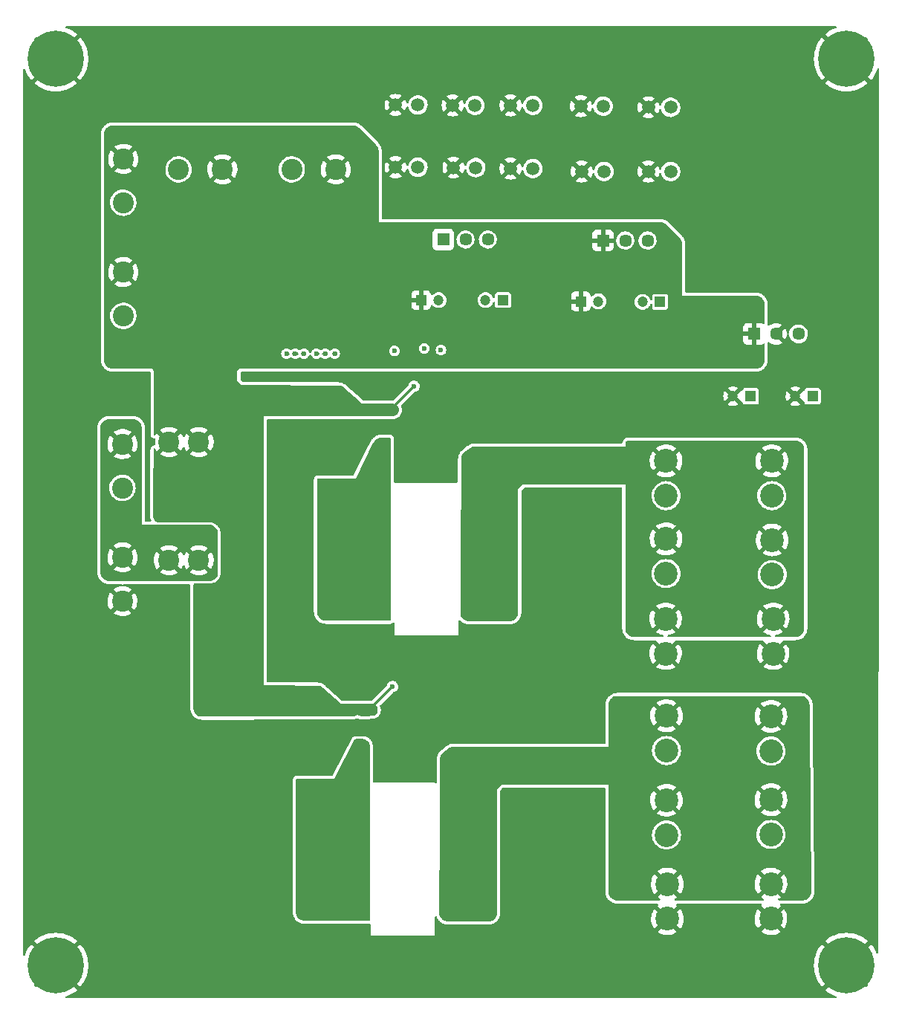
<source format=gbr>
%TF.GenerationSoftware,KiCad,Pcbnew,(6.0.2)*%
%TF.CreationDate,2022-03-05T17:59:28+01:00*%
%TF.ProjectId,Carte_Alim_V6_2022,43617274-655f-4416-9c69-6d5f56365f32,rev?*%
%TF.SameCoordinates,Original*%
%TF.FileFunction,Copper,L4,Bot*%
%TF.FilePolarity,Positive*%
%FSLAX46Y46*%
G04 Gerber Fmt 4.6, Leading zero omitted, Abs format (unit mm)*
G04 Created by KiCad (PCBNEW (6.0.2)) date 2022-03-05 17:59:28*
%MOMM*%
%LPD*%
G01*
G04 APERTURE LIST*
%TA.AperFunction,ComponentPad*%
%ADD10C,2.700000*%
%TD*%
%TA.AperFunction,ComponentPad*%
%ADD11C,2.400000*%
%TD*%
%TA.AperFunction,ComponentPad*%
%ADD12R,1.200000X1.200000*%
%TD*%
%TA.AperFunction,ComponentPad*%
%ADD13C,1.200000*%
%TD*%
%TA.AperFunction,ComponentPad*%
%ADD14C,0.800000*%
%TD*%
%TA.AperFunction,ComponentPad*%
%ADD15C,6.400000*%
%TD*%
%TA.AperFunction,ComponentPad*%
%ADD16C,1.508000*%
%TD*%
%TA.AperFunction,ComponentPad*%
%ADD17R,1.448000X1.448000*%
%TD*%
%TA.AperFunction,ComponentPad*%
%ADD18C,1.448000*%
%TD*%
%TA.AperFunction,ViaPad*%
%ADD19C,0.600000*%
%TD*%
%TA.AperFunction,Conductor*%
%ADD20C,0.300000*%
%TD*%
G04 APERTURE END LIST*
D10*
%TO.P,J32,1,Pin_1*%
%TO.N,+5P*%
X120000000Y-102860000D03*
%TO.P,J32,2,Pin_2*%
%TO.N,GND*%
X120000000Y-106820000D03*
%TD*%
%TO.P,J13,1,Pin_1*%
%TO.N,+12P*%
X119950000Y-73820000D03*
%TO.P,J13,2,Pin_2*%
%TO.N,GND*%
X119950000Y-77780000D03*
%TD*%
D11*
%TO.P,J5,1,Pin_1*%
%TO.N,+24V*%
X58100000Y-39400000D03*
%TO.P,J5,2,Pin_2*%
%TO.N,GND*%
X58100000Y-44400000D03*
%TD*%
D12*
%TO.P,C53,1*%
%TO.N,+24V*%
X110227401Y-55640000D03*
D13*
%TO.P,C53,2*%
%TO.N,GND*%
X112227401Y-55640000D03*
%TD*%
D14*
%TO.P,H4,1,1*%
%TO.N,GND*%
X48702944Y-26302944D03*
X48000000Y-28000000D03*
X50400000Y-30400000D03*
X52800000Y-28000000D03*
X52097056Y-29697056D03*
X48702944Y-29697056D03*
X50400000Y-25600000D03*
X52097056Y-26302944D03*
D15*
X50400000Y-28000000D03*
%TD*%
D16*
%TO.P,J10,1,Pin_1*%
%TO.N,+12C*%
X104770000Y-40500000D03*
%TO.P,J10,2,Pin_2*%
%TO.N,GND*%
X102230000Y-40500000D03*
%TD*%
%TO.P,J8,1,Pin_1*%
%TO.N,+12C*%
X98270000Y-40400000D03*
%TO.P,J8,2,Pin_2*%
%TO.N,GND*%
X95730000Y-40400000D03*
%TD*%
%TO.P,J19,1,Pin_1*%
%TO.N,+5C*%
X112770000Y-33400000D03*
%TO.P,J19,2,Pin_2*%
%TO.N,GND*%
X110230000Y-33400000D03*
%TD*%
D11*
%TO.P,J2,1,Pin_1*%
%TO.N,+BATT*%
X58000000Y-71900000D03*
%TO.P,J2,2,Pin_2*%
%TO.N,GND*%
X58000000Y-76900000D03*
%TD*%
D10*
%TO.P,J30,1,Pin_1*%
%TO.N,+5P*%
X131900000Y-122020000D03*
%TO.P,J30,2,Pin_2*%
%TO.N,GND*%
X131900000Y-125980000D03*
%TD*%
D12*
%TO.P,C56,1*%
%TO.N,+5C*%
X119272600Y-55700000D03*
D13*
%TO.P,C56,2*%
%TO.N,GND*%
X117272600Y-55700000D03*
%TD*%
D10*
%TO.P,J18,1,Pin_1*%
%TO.N,+12P*%
X119950000Y-82700000D03*
%TO.P,J18,2,Pin_2*%
%TO.N,GND*%
X119950000Y-86660000D03*
%TD*%
D16*
%TO.P,J12,1,Pin_1*%
%TO.N,+12C*%
X91670000Y-40360000D03*
%TO.P,J12,2,Pin_2*%
%TO.N,GND*%
X89130000Y-40360000D03*
%TD*%
D10*
%TO.P,J15,1,Pin_1*%
%TO.N,+12P*%
X132050000Y-82820000D03*
%TO.P,J15,2,Pin_2*%
%TO.N,GND*%
X132050000Y-86780000D03*
%TD*%
%TO.P,J29,1,Pin_1*%
%TO.N,+5P*%
X131900000Y-102920000D03*
%TO.P,J29,2,Pin_2*%
%TO.N,GND*%
X131900000Y-106880000D03*
%TD*%
D14*
%TO.P,H2,1,1*%
%TO.N,GND*%
X140500000Y-30400000D03*
X142197056Y-29697056D03*
X138802944Y-29697056D03*
X140500000Y-25600000D03*
X142197056Y-26302944D03*
D15*
X140500000Y-28000000D03*
D14*
X138802944Y-26302944D03*
X138100000Y-28000000D03*
X142900000Y-28000000D03*
%TD*%
D17*
%TO.P,PS3,1,+VIN*%
%TO.N,+24V*%
X129960000Y-59347500D03*
D18*
%TO.P,PS3,2,GND*%
%TO.N,GND*%
X132500000Y-59347500D03*
%TO.P,PS3,3,+VOUT*%
%TO.N,+5V*%
X135040000Y-59347500D03*
%TD*%
D16*
%TO.P,J11,1,Pin_1*%
%TO.N,+12C*%
X104770000Y-33300000D03*
%TO.P,J11,2,Pin_2*%
%TO.N,GND*%
X102230000Y-33300000D03*
%TD*%
D10*
%TO.P,J16,1,Pin_1*%
%TO.N,+12P*%
X119900000Y-91820000D03*
%TO.P,J16,2,Pin_2*%
%TO.N,GND*%
X119900000Y-95780000D03*
%TD*%
D12*
%TO.P,C57,1*%
%TO.N,+5V*%
X136672600Y-66447500D03*
D13*
%TO.P,C57,2*%
%TO.N,GND*%
X134672600Y-66447500D03*
%TD*%
D16*
%TO.P,J23,1,Pin_1*%
%TO.N,+5C*%
X120470000Y-33540000D03*
%TO.P,J23,2,Pin_2*%
%TO.N,GND*%
X117930000Y-33540000D03*
%TD*%
D14*
%TO.P,H3,1,1*%
%TO.N,GND*%
X52097056Y-129602944D03*
X48000000Y-131300000D03*
X48702944Y-129602944D03*
D15*
X50400000Y-131300000D03*
D14*
X50400000Y-133700000D03*
X52097056Y-132997056D03*
X52800000Y-131300000D03*
X48702944Y-132997056D03*
X50400000Y-128900000D03*
%TD*%
D10*
%TO.P,J27,1,Pin_1*%
%TO.N,+5P*%
X131900000Y-112420000D03*
%TO.P,J27,2,Pin_2*%
%TO.N,GND*%
X131900000Y-116380000D03*
%TD*%
D14*
%TO.P,H1,1,1*%
%TO.N,GND*%
X138802944Y-132997056D03*
X140500000Y-128900000D03*
D15*
X140500000Y-131300000D03*
D14*
X138802944Y-129602944D03*
X138100000Y-131300000D03*
X142197056Y-129602944D03*
X142900000Y-131300000D03*
X140500000Y-133700000D03*
X142197056Y-132997056D03*
%TD*%
D16*
%TO.P,J25,1,Pin_1*%
%TO.N,+5C*%
X120470000Y-40840000D03*
%TO.P,J25,2,Pin_2*%
%TO.N,GND*%
X117930000Y-40840000D03*
%TD*%
D10*
%TO.P,J14,1,Pin_1*%
%TO.N,+12P*%
X132000000Y-73820000D03*
%TO.P,J14,2,Pin_2*%
%TO.N,GND*%
X132000000Y-77780000D03*
%TD*%
D12*
%TO.P,C54,1*%
%TO.N,+24V*%
X129572599Y-66447500D03*
D13*
%TO.P,C54,2*%
%TO.N,GND*%
X127572599Y-66447500D03*
%TD*%
D17*
%TO.P,PS2,1,+VIN*%
%TO.N,+24V*%
X112760000Y-48700000D03*
D18*
%TO.P,PS2,2,GND*%
%TO.N,GND*%
X115300000Y-48700000D03*
%TO.P,PS2,3,+VOUT*%
%TO.N,+5C*%
X117840000Y-48700000D03*
%TD*%
D10*
%TO.P,J17,1,Pin_1*%
%TO.N,+12P*%
X132150000Y-91820000D03*
%TO.P,J17,2,Pin_2*%
%TO.N,GND*%
X132150000Y-95780000D03*
%TD*%
D11*
%TO.P,J3,1,Pin_1*%
%TO.N,+24V*%
X58100000Y-52300000D03*
%TO.P,J3,2,Pin_2*%
%TO.N,GND*%
X58100000Y-57300000D03*
%TD*%
%TO.P,J1,1,Pin_1*%
%TO.N,+BATT*%
X58000000Y-84800000D03*
%TO.P,J1,2,Pin_2*%
%TO.N,GND*%
X58000000Y-89800000D03*
%TD*%
D16*
%TO.P,J9,1,Pin_1*%
%TO.N,+12C*%
X91670000Y-33260000D03*
%TO.P,J9,2,Pin_2*%
%TO.N,GND*%
X89130000Y-33260000D03*
%TD*%
%TO.P,J21,1,Pin_1*%
%TO.N,+5C*%
X112870000Y-40840000D03*
%TO.P,J21,2,Pin_2*%
%TO.N,GND*%
X110330000Y-40840000D03*
%TD*%
D17*
%TO.P,PS1,1,+VIN*%
%TO.N,+24V*%
X94560000Y-48600000D03*
D18*
%TO.P,PS1,2,GND*%
%TO.N,GND*%
X97100000Y-48600000D03*
%TO.P,PS1,3,+VOUT*%
%TO.N,+12C*%
X99640000Y-48600000D03*
%TD*%
D10*
%TO.P,J28,1,Pin_1*%
%TO.N,+5P*%
X120000000Y-112480000D03*
%TO.P,J28,2,Pin_2*%
%TO.N,GND*%
X120000000Y-116440000D03*
%TD*%
D12*
%TO.P,C55,1*%
%TO.N,+12C*%
X101372600Y-55500000D03*
D13*
%TO.P,C55,2*%
%TO.N,GND*%
X99372600Y-55500000D03*
%TD*%
D12*
%TO.P,C52,1*%
%TO.N,+24V*%
X92027401Y-55500000D03*
D13*
%TO.P,C52,2*%
%TO.N,GND*%
X94027401Y-55500000D03*
%TD*%
D10*
%TO.P,J31,1,Pin_1*%
%TO.N,+5P*%
X120100000Y-122020000D03*
%TO.P,J31,2,Pin_2*%
%TO.N,GND*%
X120100000Y-125980000D03*
%TD*%
D11*
%TO.P,J6,1,Pin_1*%
%TO.N,+24V*%
X82300000Y-40600000D03*
%TO.P,J6,2,Pin_2*%
%TO.N,GND*%
X77300000Y-40600000D03*
%TD*%
%TO.P,J4,1,Pin_1*%
%TO.N,+24V*%
X69400000Y-40600000D03*
%TO.P,J4,2,Pin_2*%
%TO.N,GND*%
X64400000Y-40600000D03*
%TD*%
%TO.P,F1,1*%
%TO.N,+BATT*%
X63300000Y-85135000D03*
X66700000Y-85135000D03*
%TO.P,F1,3*%
%TO.N,+24V*%
X66700000Y-71665000D03*
X63300000Y-71665000D03*
%TD*%
D16*
%TO.P,J7,1,Pin_1*%
%TO.N,+12C*%
X98170000Y-33300000D03*
%TO.P,J7,2,Pin_2*%
%TO.N,GND*%
X95630000Y-33300000D03*
%TD*%
D19*
%TO.N,+24V*%
X75400000Y-67800000D03*
X73000000Y-102000000D03*
X91218750Y-65318750D03*
X85000000Y-67600000D03*
X83300000Y-66000000D03*
X85700000Y-67600000D03*
X83900000Y-66500000D03*
X75400000Y-66200000D03*
X85000000Y-68300000D03*
X81550000Y-101100000D03*
X82950000Y-101800000D03*
X88775000Y-99525000D03*
X73000000Y-100400000D03*
X80550000Y-101100000D03*
X85700000Y-68300000D03*
X75400000Y-67000000D03*
X84500000Y-67000000D03*
X73000000Y-101200000D03*
X82950000Y-102550000D03*
%TO.N,GND*%
X76700000Y-61600000D03*
X87300000Y-70500000D03*
X92400000Y-61000000D03*
X138875000Y-34400000D03*
X104025000Y-129950000D03*
X103850000Y-116525000D03*
X132000000Y-35550000D03*
X100325000Y-102150000D03*
X81450000Y-105650000D03*
X106800000Y-114000000D03*
X60550000Y-115700000D03*
X107700000Y-114000000D03*
X79425000Y-95975000D03*
X66850000Y-115725000D03*
X66800000Y-120150000D03*
X105000000Y-85300000D03*
X109400000Y-103200000D03*
X76700000Y-72400000D03*
X49150000Y-115550000D03*
X95675000Y-98600000D03*
X102700000Y-67900000D03*
X108500000Y-103200000D03*
X49150000Y-101600000D03*
X101700000Y-103200000D03*
X60550000Y-111075000D03*
X110000000Y-68900000D03*
X104300000Y-103200000D03*
X105000000Y-89925000D03*
X96075000Y-132875000D03*
X78700000Y-106725000D03*
X111300000Y-98625000D03*
X107700000Y-103200000D03*
X108500000Y-114000000D03*
X73325000Y-132825000D03*
X49150000Y-124750000D03*
X73175000Y-124900000D03*
X104000000Y-68900000D03*
X103400000Y-103200000D03*
X80150000Y-129825000D03*
X60400000Y-101600000D03*
X87900000Y-102200000D03*
X108500000Y-130000000D03*
X113400000Y-68900000D03*
X88800000Y-70600000D03*
X109100000Y-79700000D03*
X87900000Y-103400000D03*
X112500000Y-133050000D03*
X73050000Y-120325000D03*
X60500000Y-124750000D03*
X81100000Y-61600000D03*
X108500000Y-119925000D03*
X97800000Y-104200000D03*
X106600000Y-68900000D03*
X110200000Y-114000000D03*
X55450000Y-106250000D03*
X60500000Y-120125000D03*
X85700000Y-132825000D03*
X55450000Y-101625000D03*
X108500000Y-123075000D03*
X80900000Y-72400000D03*
X72950000Y-111000000D03*
X99525000Y-93975000D03*
X100200000Y-69900000D03*
X138875000Y-45675000D03*
X108500000Y-126325000D03*
X106600000Y-79700000D03*
X113400000Y-79700000D03*
X83900000Y-71400000D03*
X106000000Y-103200000D03*
X84800000Y-103400000D03*
X105700000Y-68900000D03*
X129925000Y-45600000D03*
X77525000Y-106725000D03*
X108400000Y-116525000D03*
X49150000Y-110925000D03*
X110000000Y-79700000D03*
X123000000Y-28400000D03*
X60425000Y-106250000D03*
X85650000Y-130100000D03*
X78700000Y-61600000D03*
X107400000Y-79700000D03*
X108300000Y-68900000D03*
X111300000Y-85325000D03*
X84800000Y-104600000D03*
X77600000Y-72400000D03*
X78600000Y-72400000D03*
X106800000Y-103200000D03*
X90300000Y-70500000D03*
X66850000Y-111100000D03*
X73275000Y-128250000D03*
X96075000Y-129950000D03*
X55450000Y-110950000D03*
X104000000Y-79700000D03*
X140950000Y-35800000D03*
X60500000Y-132800000D03*
X108550000Y-133075000D03*
X105000000Y-98600000D03*
X75225000Y-106700000D03*
X111100000Y-103200000D03*
X91500000Y-75100000D03*
X90875000Y-130050000D03*
X73000000Y-115800000D03*
X79900000Y-72400000D03*
X132025000Y-46950000D03*
X102075000Y-28625000D03*
X105100000Y-114000000D03*
X72950000Y-106175000D03*
X49725000Y-62000000D03*
X110200000Y-103200000D03*
X74150000Y-106700000D03*
X49150000Y-120125000D03*
X111700000Y-68900000D03*
X49150000Y-106225000D03*
X100725000Y-129950000D03*
X111300000Y-89950000D03*
X91900000Y-95500000D03*
X104900000Y-79700000D03*
X100675000Y-132925000D03*
X79700000Y-106725000D03*
X104300000Y-114000000D03*
X110800000Y-68900000D03*
X105100000Y-103200000D03*
X90000000Y-95100000D03*
X105000000Y-93975000D03*
X103975000Y-132975000D03*
X88800000Y-69350000D03*
X55450000Y-124775000D03*
X66825000Y-106250000D03*
X90300000Y-69350000D03*
X55450000Y-120150000D03*
X80100000Y-61600000D03*
X90300000Y-68000000D03*
X107400000Y-68900000D03*
X108300000Y-79700000D03*
X136000000Y-30800000D03*
X101700000Y-114000000D03*
X60500000Y-128175000D03*
X104900000Y-68900000D03*
X77625000Y-95975000D03*
X77700000Y-61600000D03*
X111300000Y-94000000D03*
X76200000Y-96000000D03*
X103400000Y-114000000D03*
X111100000Y-114000000D03*
X95400000Y-75200000D03*
X120900000Y-130825000D03*
X111700000Y-79700000D03*
X66800000Y-128200000D03*
X99675000Y-98600000D03*
X96700000Y-67400000D03*
X94150000Y-101550000D03*
X109400000Y-114000000D03*
X90875000Y-132825000D03*
X86500000Y-104600000D03*
X81900000Y-72400000D03*
X76325000Y-106700000D03*
X87900000Y-104600000D03*
X86550000Y-95525000D03*
X103975000Y-126325000D03*
X103975000Y-122850000D03*
X89550000Y-109500000D03*
X96500000Y-69200000D03*
X94125000Y-103425000D03*
X110800000Y-79700000D03*
X55450000Y-115575000D03*
X74750000Y-96000000D03*
X140800000Y-46950000D03*
X86500000Y-103400000D03*
X112475000Y-130000000D03*
X106000000Y-114000000D03*
X102600000Y-114000000D03*
X49125000Y-97800000D03*
X94300000Y-61200000D03*
X112500000Y-79700000D03*
X112500000Y-68900000D03*
X93550000Y-109550000D03*
X109100000Y-68900000D03*
X129950000Y-34125000D03*
X102600000Y-103200000D03*
X66800000Y-132825000D03*
X105700000Y-79700000D03*
X80150000Y-132825000D03*
X82200000Y-61600000D03*
X103975000Y-119925000D03*
X66800000Y-124775000D03*
X87300000Y-69350000D03*
X89000000Y-61300000D03*
%TO.N,+12P*%
X97400000Y-79300000D03*
X97400000Y-89000000D03*
X102600000Y-90200000D03*
X98500000Y-74700000D03*
X97400000Y-84800000D03*
X102600000Y-84800000D03*
X99500000Y-77100000D03*
X98500000Y-77100000D03*
X97400000Y-74700000D03*
X97400000Y-78300000D03*
X102600000Y-81400000D03*
X101500000Y-78300000D03*
X101500000Y-77100000D03*
X102600000Y-83700000D03*
X102600000Y-80400000D03*
X99500000Y-78300000D03*
X97400000Y-85800000D03*
X97400000Y-83700000D03*
X103500000Y-73200000D03*
X102300000Y-73200000D03*
X97400000Y-81400000D03*
X102300000Y-74400000D03*
X102600000Y-78300000D03*
X98500000Y-78300000D03*
X100600000Y-77100000D03*
X99500000Y-75900000D03*
X100600000Y-75900000D03*
X97400000Y-82500000D03*
X102600000Y-79300000D03*
X98500000Y-75900000D03*
X97400000Y-87900000D03*
X102600000Y-86900000D03*
X97400000Y-75900000D03*
X102300000Y-75500000D03*
X97400000Y-80400000D03*
X102600000Y-82500000D03*
X100600000Y-78300000D03*
X102600000Y-77100000D03*
X97400000Y-77100000D03*
X99500000Y-74700000D03*
X102600000Y-85800000D03*
X97400000Y-90200000D03*
X102600000Y-91300000D03*
X97400000Y-86900000D03*
X100600000Y-74700000D03*
X103500000Y-74400000D03*
X102600000Y-89000000D03*
X97400000Y-91300000D03*
X102600000Y-87900000D03*
X103500000Y-75500000D03*
%TO.N,+5P*%
X100200000Y-121100000D03*
X101100000Y-108600000D03*
X95000000Y-120000000D03*
X100200000Y-125500000D03*
X95000000Y-123200000D03*
X100200000Y-119000000D03*
X101100000Y-109700000D03*
X95000000Y-110100000D03*
X99100000Y-112500000D03*
X97100000Y-112500000D03*
X98200000Y-108900000D03*
X100200000Y-111300000D03*
X96100000Y-111300000D03*
X100200000Y-123200000D03*
X98200000Y-111300000D03*
X95000000Y-113500000D03*
X95000000Y-117900000D03*
X99100000Y-111300000D03*
X95000000Y-112500000D03*
X100200000Y-117900000D03*
X95000000Y-116700000D03*
X100200000Y-124400000D03*
X100200000Y-115600000D03*
X100200000Y-112500000D03*
X97100000Y-111300000D03*
X95000000Y-114600000D03*
X95000000Y-121100000D03*
X100200000Y-120000000D03*
X99900000Y-107400000D03*
X95000000Y-119000000D03*
X96100000Y-108900000D03*
X95000000Y-124400000D03*
X100200000Y-114600000D03*
X95000000Y-125500000D03*
X95000000Y-122100000D03*
X97100000Y-110100000D03*
X95000000Y-115600000D03*
X96100000Y-112500000D03*
X100200000Y-116700000D03*
X97100000Y-108900000D03*
X100200000Y-122100000D03*
X99900000Y-108600000D03*
X101100000Y-107400000D03*
X95000000Y-111300000D03*
X100200000Y-113500000D03*
X99900000Y-109700000D03*
X98200000Y-112500000D03*
X95000000Y-108900000D03*
X96100000Y-110100000D03*
X98200000Y-110100000D03*
%TO.N,Net-(L1-Pad1)*%
X81100000Y-90900000D03*
X86800000Y-87900000D03*
X86800000Y-82200000D03*
X81100000Y-79500000D03*
X81100000Y-85300000D03*
X81900000Y-78000000D03*
X87700000Y-85200000D03*
X81100000Y-82400000D03*
X87700000Y-75600000D03*
X84900000Y-76700000D03*
X86800000Y-79200000D03*
X87700000Y-79200000D03*
X85900000Y-75600000D03*
X81100000Y-88000000D03*
X87700000Y-82200000D03*
X84900000Y-78000000D03*
X87700000Y-87900000D03*
X87700000Y-90800000D03*
X81900000Y-76700000D03*
X87700000Y-72700000D03*
X86800000Y-72700000D03*
X86800000Y-90800000D03*
X86800000Y-85200000D03*
%TO.N,Net-(L3-Pad1)*%
X79500000Y-110900000D03*
X84400000Y-118400000D03*
X78700000Y-125100000D03*
X83500000Y-108800000D03*
X78700000Y-122200000D03*
X84400000Y-121300000D03*
X85300000Y-118400000D03*
X78700000Y-116600000D03*
X84400000Y-125000000D03*
X83500000Y-110900000D03*
X79500000Y-112200000D03*
X85300000Y-108800000D03*
X85300000Y-121300000D03*
X84400000Y-106900000D03*
X78700000Y-113700000D03*
X85300000Y-115400000D03*
X85300000Y-106900000D03*
X85300000Y-112200000D03*
X85300000Y-125000000D03*
X78700000Y-119500000D03*
X84400000Y-115400000D03*
X83500000Y-112200000D03*
%TD*%
D20*
%TO.N,+24V*%
X91218750Y-65318750D02*
X88937500Y-67600000D01*
X88775000Y-99525000D02*
X86500000Y-101800000D01*
X88937500Y-67600000D02*
X85700000Y-67600000D01*
X86500000Y-101800000D02*
X83300000Y-101800000D01*
%TD*%
%TA.AperFunction,Conductor*%
%TO.N,+24V*%
G36*
X84291949Y-35600607D02*
G01*
X84468527Y-35617999D01*
X84492744Y-35622815D01*
X84656596Y-35672518D01*
X84679416Y-35681971D01*
X84830412Y-35762680D01*
X84850950Y-35776403D01*
X84988114Y-35888971D01*
X84997275Y-35897275D01*
X86902725Y-37802725D01*
X86911029Y-37811886D01*
X87023597Y-37949050D01*
X87037320Y-37969588D01*
X87118029Y-38120584D01*
X87127482Y-38143403D01*
X87177185Y-38307256D01*
X87182001Y-38331473D01*
X87189674Y-38409373D01*
X87199393Y-38508051D01*
X87200000Y-38520401D01*
X87200000Y-46600000D01*
X119279599Y-46600000D01*
X119291949Y-46600607D01*
X119468527Y-46617999D01*
X119492744Y-46622815D01*
X119656596Y-46672518D01*
X119679416Y-46681971D01*
X119830412Y-46762680D01*
X119850950Y-46776403D01*
X119988114Y-46888971D01*
X119997275Y-46897275D01*
X121502725Y-48402725D01*
X121511029Y-48411886D01*
X121623597Y-48549050D01*
X121637320Y-48569588D01*
X121718029Y-48720584D01*
X121727482Y-48743403D01*
X121777185Y-48907256D01*
X121782001Y-48931473D01*
X121790018Y-49012865D01*
X121799393Y-49108051D01*
X121800000Y-49120401D01*
X121800000Y-55000000D01*
X130193813Y-55000000D01*
X130206163Y-55000607D01*
X130382740Y-55017999D01*
X130406957Y-55022815D01*
X130570809Y-55072518D01*
X130593629Y-55081971D01*
X130744631Y-55162683D01*
X130765158Y-55176399D01*
X130897521Y-55285026D01*
X130914974Y-55302479D01*
X131023601Y-55434842D01*
X131037317Y-55455369D01*
X131064682Y-55506565D01*
X131118029Y-55606371D01*
X131127482Y-55629190D01*
X131177185Y-55793043D01*
X131182001Y-55817260D01*
X131191568Y-55914393D01*
X131199393Y-55993837D01*
X131200000Y-56006187D01*
X131200000Y-58123445D01*
X131179998Y-58191566D01*
X131126342Y-58238059D01*
X131056068Y-58248163D01*
X130998435Y-58224271D01*
X130937648Y-58178714D01*
X130922054Y-58170176D01*
X130801606Y-58125022D01*
X130786351Y-58121395D01*
X130735486Y-58115869D01*
X130728672Y-58115500D01*
X130232115Y-58115500D01*
X130216876Y-58119975D01*
X130215671Y-58121365D01*
X130214000Y-58129048D01*
X130214000Y-60561384D01*
X130218475Y-60576623D01*
X130219865Y-60577828D01*
X130227548Y-60579499D01*
X130728669Y-60579499D01*
X130735490Y-60579129D01*
X130786352Y-60573605D01*
X130801604Y-60569979D01*
X130922054Y-60524824D01*
X130937648Y-60516286D01*
X130998435Y-60470729D01*
X131064941Y-60445881D01*
X131134324Y-60460934D01*
X131184554Y-60511108D01*
X131200000Y-60571555D01*
X131200000Y-62293813D01*
X131199393Y-62306163D01*
X131182002Y-62482737D01*
X131177185Y-62506957D01*
X131127482Y-62670809D01*
X131118029Y-62693629D01*
X131037319Y-62844628D01*
X131023601Y-62865158D01*
X130914974Y-62997521D01*
X130897521Y-63014974D01*
X130765158Y-63123601D01*
X130744631Y-63137317D01*
X130652417Y-63186607D01*
X130593629Y-63218029D01*
X130570810Y-63227482D01*
X130406957Y-63277185D01*
X130382740Y-63282001D01*
X130206163Y-63299393D01*
X130193813Y-63300000D01*
X56906187Y-63300000D01*
X56893837Y-63299393D01*
X56717260Y-63282001D01*
X56693043Y-63277185D01*
X56529190Y-63227482D01*
X56506371Y-63218029D01*
X56447583Y-63186607D01*
X56355369Y-63137317D01*
X56334842Y-63123601D01*
X56202479Y-63014974D01*
X56185026Y-62997521D01*
X56076399Y-62865158D01*
X56062681Y-62844628D01*
X55981971Y-62693629D01*
X55972518Y-62670809D01*
X55922815Y-62506957D01*
X55917998Y-62482737D01*
X55900607Y-62306163D01*
X55900000Y-62293813D01*
X55900000Y-61600000D01*
X76094318Y-61600000D01*
X76114956Y-61756762D01*
X76175464Y-61902841D01*
X76271718Y-62028282D01*
X76397159Y-62124536D01*
X76543238Y-62185044D01*
X76700000Y-62205682D01*
X76708188Y-62204604D01*
X76848574Y-62186122D01*
X76856762Y-62185044D01*
X77002841Y-62124536D01*
X77123296Y-62032108D01*
X77189517Y-62006508D01*
X77259065Y-62020773D01*
X77276704Y-62032108D01*
X77397159Y-62124536D01*
X77543238Y-62185044D01*
X77700000Y-62205682D01*
X77708188Y-62204604D01*
X77848574Y-62186122D01*
X77856762Y-62185044D01*
X78002841Y-62124536D01*
X78123296Y-62032108D01*
X78189517Y-62006508D01*
X78259065Y-62020773D01*
X78276704Y-62032108D01*
X78397159Y-62124536D01*
X78543238Y-62185044D01*
X78700000Y-62205682D01*
X78708188Y-62204604D01*
X78848574Y-62186122D01*
X78856762Y-62185044D01*
X79002841Y-62124536D01*
X79128282Y-62028282D01*
X79224536Y-61902841D01*
X79283591Y-61760270D01*
X79328139Y-61704989D01*
X79395503Y-61682568D01*
X79464294Y-61700126D01*
X79512672Y-61752088D01*
X79516409Y-61760270D01*
X79575464Y-61902841D01*
X79671718Y-62028282D01*
X79797159Y-62124536D01*
X79943238Y-62185044D01*
X80100000Y-62205682D01*
X80108188Y-62204604D01*
X80248574Y-62186122D01*
X80256762Y-62185044D01*
X80402841Y-62124536D01*
X80523296Y-62032108D01*
X80589517Y-62006508D01*
X80659065Y-62020773D01*
X80676704Y-62032108D01*
X80797159Y-62124536D01*
X80943238Y-62185044D01*
X81100000Y-62205682D01*
X81108188Y-62204604D01*
X81248574Y-62186122D01*
X81256762Y-62185044D01*
X81402841Y-62124536D01*
X81528282Y-62028282D01*
X81533305Y-62021736D01*
X81533308Y-62021733D01*
X81550037Y-61999931D01*
X81607375Y-61958063D01*
X81678246Y-61953841D01*
X81740149Y-61988605D01*
X81749963Y-61999931D01*
X81766692Y-62021733D01*
X81766695Y-62021736D01*
X81771718Y-62028282D01*
X81897159Y-62124536D01*
X82043238Y-62185044D01*
X82200000Y-62205682D01*
X82208188Y-62204604D01*
X82348574Y-62186122D01*
X82356762Y-62185044D01*
X82502841Y-62124536D01*
X82628282Y-62028282D01*
X82724536Y-61902841D01*
X82785044Y-61756762D01*
X82805682Y-61600000D01*
X82785044Y-61443238D01*
X82725713Y-61300000D01*
X88394318Y-61300000D01*
X88414956Y-61456762D01*
X88475464Y-61602841D01*
X88571718Y-61728282D01*
X88697159Y-61824536D01*
X88843238Y-61885044D01*
X89000000Y-61905682D01*
X89008188Y-61904604D01*
X89021580Y-61902841D01*
X89156762Y-61885044D01*
X89302841Y-61824536D01*
X89428282Y-61728282D01*
X89524536Y-61602841D01*
X89585044Y-61456762D01*
X89605682Y-61300000D01*
X89585044Y-61143238D01*
X89525713Y-61000000D01*
X91794318Y-61000000D01*
X91814956Y-61156762D01*
X91875464Y-61302841D01*
X91971718Y-61428282D01*
X92097159Y-61524536D01*
X92243238Y-61585044D01*
X92400000Y-61605682D01*
X92408188Y-61604604D01*
X92421580Y-61602841D01*
X92556762Y-61585044D01*
X92702841Y-61524536D01*
X92828282Y-61428282D01*
X92924536Y-61302841D01*
X92967134Y-61200000D01*
X93694318Y-61200000D01*
X93714956Y-61356762D01*
X93775464Y-61502841D01*
X93780491Y-61509392D01*
X93850017Y-61600000D01*
X93871718Y-61628282D01*
X93997159Y-61724536D01*
X94143238Y-61785044D01*
X94300000Y-61805682D01*
X94308188Y-61804604D01*
X94448574Y-61786122D01*
X94456762Y-61785044D01*
X94602841Y-61724536D01*
X94728282Y-61628282D01*
X94749984Y-61600000D01*
X94819509Y-61509392D01*
X94824536Y-61502841D01*
X94885044Y-61356762D01*
X94905682Y-61200000D01*
X94885044Y-61043238D01*
X94824536Y-60897159D01*
X94728282Y-60771718D01*
X94602841Y-60675464D01*
X94456762Y-60614956D01*
X94300000Y-60594318D01*
X94143238Y-60614956D01*
X93997159Y-60675464D01*
X93871718Y-60771718D01*
X93775464Y-60897159D01*
X93714956Y-61043238D01*
X93694318Y-61200000D01*
X92967134Y-61200000D01*
X92985044Y-61156762D01*
X93005682Y-61000000D01*
X92985044Y-60843238D01*
X92924536Y-60697159D01*
X92828282Y-60571718D01*
X92814815Y-60561384D01*
X92709392Y-60480491D01*
X92702841Y-60475464D01*
X92556762Y-60414956D01*
X92400000Y-60394318D01*
X92243238Y-60414956D01*
X92097159Y-60475464D01*
X92090608Y-60480491D01*
X91985186Y-60561384D01*
X91971718Y-60571718D01*
X91875464Y-60697159D01*
X91814956Y-60843238D01*
X91794318Y-61000000D01*
X89525713Y-61000000D01*
X89524536Y-60997159D01*
X89428282Y-60871718D01*
X89302841Y-60775464D01*
X89156762Y-60714956D01*
X89000000Y-60694318D01*
X88843238Y-60714956D01*
X88697159Y-60775464D01*
X88571718Y-60871718D01*
X88475464Y-60997159D01*
X88414956Y-61143238D01*
X88394318Y-61300000D01*
X82725713Y-61300000D01*
X82724536Y-61297159D01*
X82650036Y-61200069D01*
X82633305Y-61178264D01*
X82628282Y-61171718D01*
X82502841Y-61075464D01*
X82356762Y-61014956D01*
X82200000Y-60994318D01*
X82043238Y-61014956D01*
X81897159Y-61075464D01*
X81771718Y-61171718D01*
X81766695Y-61178264D01*
X81766692Y-61178267D01*
X81749963Y-61200069D01*
X81692625Y-61241937D01*
X81621754Y-61246159D01*
X81559851Y-61211395D01*
X81550037Y-61200069D01*
X81533308Y-61178267D01*
X81533305Y-61178264D01*
X81528282Y-61171718D01*
X81402841Y-61075464D01*
X81256762Y-61014956D01*
X81100000Y-60994318D01*
X80943238Y-61014956D01*
X80797159Y-61075464D01*
X80790608Y-61080491D01*
X80676704Y-61167892D01*
X80610483Y-61193492D01*
X80540935Y-61179227D01*
X80523296Y-61167892D01*
X80409392Y-61080491D01*
X80402841Y-61075464D01*
X80256762Y-61014956D01*
X80100000Y-60994318D01*
X79943238Y-61014956D01*
X79797159Y-61075464D01*
X79671718Y-61171718D01*
X79666695Y-61178264D01*
X79649964Y-61200069D01*
X79575464Y-61297159D01*
X79572304Y-61304789D01*
X79516409Y-61439730D01*
X79471861Y-61495011D01*
X79404497Y-61517432D01*
X79335706Y-61499874D01*
X79287328Y-61447912D01*
X79283591Y-61439730D01*
X79227696Y-61304789D01*
X79224536Y-61297159D01*
X79150036Y-61200069D01*
X79133305Y-61178264D01*
X79128282Y-61171718D01*
X79002841Y-61075464D01*
X78856762Y-61014956D01*
X78700000Y-60994318D01*
X78543238Y-61014956D01*
X78397159Y-61075464D01*
X78390608Y-61080491D01*
X78276704Y-61167892D01*
X78210483Y-61193492D01*
X78140935Y-61179227D01*
X78123296Y-61167892D01*
X78009392Y-61080491D01*
X78002841Y-61075464D01*
X77856762Y-61014956D01*
X77700000Y-60994318D01*
X77543238Y-61014956D01*
X77397159Y-61075464D01*
X77390608Y-61080491D01*
X77276704Y-61167892D01*
X77210483Y-61193492D01*
X77140935Y-61179227D01*
X77123296Y-61167892D01*
X77009392Y-61080491D01*
X77002841Y-61075464D01*
X76856762Y-61014956D01*
X76700000Y-60994318D01*
X76543238Y-61014956D01*
X76397159Y-61075464D01*
X76271718Y-61171718D01*
X76266695Y-61178264D01*
X76249964Y-61200069D01*
X76175464Y-61297159D01*
X76114956Y-61443238D01*
X76094318Y-61600000D01*
X55900000Y-61600000D01*
X55900000Y-60116169D01*
X128728001Y-60116169D01*
X128728371Y-60122990D01*
X128733895Y-60173852D01*
X128737521Y-60189104D01*
X128782676Y-60309554D01*
X128791214Y-60325149D01*
X128867715Y-60427224D01*
X128880276Y-60439785D01*
X128982351Y-60516286D01*
X128997946Y-60524824D01*
X129118394Y-60569978D01*
X129133649Y-60573605D01*
X129184514Y-60579131D01*
X129191328Y-60579500D01*
X129687885Y-60579500D01*
X129703124Y-60575025D01*
X129704329Y-60573635D01*
X129706000Y-60565952D01*
X129706000Y-59619615D01*
X129701525Y-59604376D01*
X129700135Y-59603171D01*
X129692452Y-59601500D01*
X128746116Y-59601500D01*
X128730877Y-59605975D01*
X128729672Y-59607365D01*
X128728001Y-59615048D01*
X128728001Y-60116169D01*
X55900000Y-60116169D01*
X55900000Y-59075385D01*
X128728000Y-59075385D01*
X128732475Y-59090624D01*
X128733865Y-59091829D01*
X128741548Y-59093500D01*
X129687885Y-59093500D01*
X129703124Y-59089025D01*
X129704329Y-59087635D01*
X129706000Y-59079952D01*
X129706000Y-58133616D01*
X129701525Y-58118377D01*
X129700135Y-58117172D01*
X129692452Y-58115501D01*
X129191331Y-58115501D01*
X129184510Y-58115871D01*
X129133648Y-58121395D01*
X129118396Y-58125021D01*
X128997946Y-58170176D01*
X128982351Y-58178714D01*
X128880276Y-58255215D01*
X128867715Y-58267776D01*
X128791214Y-58369851D01*
X128782676Y-58385446D01*
X128737522Y-58505894D01*
X128733895Y-58521149D01*
X128728369Y-58572014D01*
X128728000Y-58578828D01*
X128728000Y-59075385D01*
X55900000Y-59075385D01*
X55900000Y-57263214D01*
X56594806Y-57263214D01*
X56609010Y-57509545D01*
X56610147Y-57514591D01*
X56610148Y-57514597D01*
X56632336Y-57613051D01*
X56663255Y-57750249D01*
X56756084Y-57978861D01*
X56885006Y-58189241D01*
X57046557Y-58375741D01*
X57050532Y-58379041D01*
X57050535Y-58379044D01*
X57114280Y-58431966D01*
X57236399Y-58533351D01*
X57449433Y-58657838D01*
X57454253Y-58659678D01*
X57454258Y-58659681D01*
X57568547Y-58703323D01*
X57679939Y-58745859D01*
X57685007Y-58746890D01*
X57685010Y-58746891D01*
X57804587Y-58771219D01*
X57921726Y-58795052D01*
X57926899Y-58795242D01*
X57926902Y-58795242D01*
X58163136Y-58803904D01*
X58163140Y-58803904D01*
X58168300Y-58804093D01*
X58173420Y-58803437D01*
X58173422Y-58803437D01*
X58249703Y-58793665D01*
X58413041Y-58772741D01*
X58417990Y-58771256D01*
X58417996Y-58771255D01*
X58644424Y-58703323D01*
X58644423Y-58703323D01*
X58649374Y-58701838D01*
X58753266Y-58650942D01*
X58866303Y-58595566D01*
X58866308Y-58595563D01*
X58870954Y-58593287D01*
X58875164Y-58590284D01*
X58875169Y-58590281D01*
X59067617Y-58453009D01*
X59067622Y-58453005D01*
X59071829Y-58450004D01*
X59246605Y-58275837D01*
X59252398Y-58267776D01*
X59387570Y-58079663D01*
X59390588Y-58075463D01*
X59499911Y-57854264D01*
X59533045Y-57745207D01*
X59570135Y-57623132D01*
X59570136Y-57623126D01*
X59571639Y-57618180D01*
X59603845Y-57373550D01*
X59605643Y-57300000D01*
X59597660Y-57202906D01*
X59585849Y-57059240D01*
X59585848Y-57059234D01*
X59585425Y-57054089D01*
X59525316Y-56814783D01*
X59426928Y-56588507D01*
X59292905Y-56381339D01*
X59275779Y-56362517D01*
X59201554Y-56280945D01*
X59126846Y-56198842D01*
X59122795Y-56195643D01*
X59122791Y-56195639D01*
X59058252Y-56144669D01*
X90919402Y-56144669D01*
X90919772Y-56151490D01*
X90925296Y-56202352D01*
X90928922Y-56217604D01*
X90974077Y-56338054D01*
X90982615Y-56353649D01*
X91059116Y-56455724D01*
X91071677Y-56468285D01*
X91173752Y-56544786D01*
X91189347Y-56553324D01*
X91309795Y-56598478D01*
X91325050Y-56602105D01*
X91375915Y-56607631D01*
X91382729Y-56608000D01*
X91755286Y-56608000D01*
X91770525Y-56603525D01*
X91771730Y-56602135D01*
X91773401Y-56594452D01*
X91773401Y-56589884D01*
X92281401Y-56589884D01*
X92285876Y-56605123D01*
X92287266Y-56606328D01*
X92294949Y-56607999D01*
X92672070Y-56607999D01*
X92678891Y-56607629D01*
X92729753Y-56602105D01*
X92745005Y-56598479D01*
X92865455Y-56553324D01*
X92881050Y-56544786D01*
X92983125Y-56468285D01*
X92995686Y-56455724D01*
X93072187Y-56353649D01*
X93080725Y-56338054D01*
X93125879Y-56217606D01*
X93129507Y-56202351D01*
X93133381Y-56166683D01*
X93160622Y-56101121D01*
X93218985Y-56060694D01*
X93289939Y-56058238D01*
X93352280Y-56095979D01*
X93415943Y-56166683D01*
X93421530Y-56172888D01*
X93426869Y-56176767D01*
X93544896Y-56262518D01*
X93574671Y-56284151D01*
X93747598Y-56361144D01*
X93831567Y-56378992D01*
X93926298Y-56399128D01*
X93926302Y-56399128D01*
X93932755Y-56400500D01*
X94122047Y-56400500D01*
X94128500Y-56399128D01*
X94128504Y-56399128D01*
X94223235Y-56378992D01*
X94307204Y-56361144D01*
X94480131Y-56284151D01*
X94509907Y-56262518D01*
X94627933Y-56176767D01*
X94633272Y-56172888D01*
X94639029Y-56166495D01*
X94755515Y-56037124D01*
X94755516Y-56037123D01*
X94759934Y-56032216D01*
X94837149Y-55898475D01*
X94851276Y-55874007D01*
X94851277Y-55874006D01*
X94854580Y-55868284D01*
X94913075Y-55688256D01*
X94932861Y-55500000D01*
X98467140Y-55500000D01*
X98486926Y-55688256D01*
X98545421Y-55868284D01*
X98548724Y-55874006D01*
X98548725Y-55874007D01*
X98562852Y-55898475D01*
X98640067Y-56032216D01*
X98644485Y-56037123D01*
X98644486Y-56037124D01*
X98760973Y-56166495D01*
X98766729Y-56172888D01*
X98772068Y-56176767D01*
X98890095Y-56262518D01*
X98919870Y-56284151D01*
X99092797Y-56361144D01*
X99176766Y-56378992D01*
X99271497Y-56399128D01*
X99271501Y-56399128D01*
X99277954Y-56400500D01*
X99467246Y-56400500D01*
X99473699Y-56399128D01*
X99473703Y-56399128D01*
X99568434Y-56378992D01*
X99652403Y-56361144D01*
X99825330Y-56284151D01*
X99855106Y-56262518D01*
X99973132Y-56176767D01*
X99978471Y-56172888D01*
X99984228Y-56166495D01*
X100100714Y-56037124D01*
X100100715Y-56037123D01*
X100105133Y-56032216D01*
X100182348Y-55898475D01*
X100196475Y-55874007D01*
X100196476Y-55874006D01*
X100199779Y-55868284D01*
X100226267Y-55786763D01*
X100266341Y-55728157D01*
X100331737Y-55700520D01*
X100401694Y-55712627D01*
X100454000Y-55760633D01*
X100472100Y-55825699D01*
X100472100Y-56144646D01*
X100475218Y-56170846D01*
X100479056Y-56179486D01*
X100479056Y-56179487D01*
X100506433Y-56241121D01*
X100520661Y-56273153D01*
X100528894Y-56281372D01*
X100528895Y-56281373D01*
X100555554Y-56307985D01*
X100599887Y-56352241D01*
X100610524Y-56356944D01*
X100610526Y-56356945D01*
X100640796Y-56370327D01*
X100702273Y-56397506D01*
X100727954Y-56400500D01*
X102017246Y-56400500D01*
X102020950Y-56400059D01*
X102020953Y-56400059D01*
X102028775Y-56399128D01*
X102043446Y-56397382D01*
X102069785Y-56385683D01*
X102135118Y-56356663D01*
X102145753Y-56351939D01*
X102155324Y-56342352D01*
X102190930Y-56306683D01*
X102212906Y-56284669D01*
X109119402Y-56284669D01*
X109119772Y-56291490D01*
X109125296Y-56342352D01*
X109128922Y-56357604D01*
X109174077Y-56478054D01*
X109182615Y-56493649D01*
X109259116Y-56595724D01*
X109271677Y-56608285D01*
X109373752Y-56684786D01*
X109389347Y-56693324D01*
X109509795Y-56738478D01*
X109525050Y-56742105D01*
X109575915Y-56747631D01*
X109582729Y-56748000D01*
X109955286Y-56748000D01*
X109970525Y-56743525D01*
X109971730Y-56742135D01*
X109973401Y-56734452D01*
X109973401Y-56729884D01*
X110481401Y-56729884D01*
X110485876Y-56745123D01*
X110487266Y-56746328D01*
X110494949Y-56747999D01*
X110872070Y-56747999D01*
X110878891Y-56747629D01*
X110929753Y-56742105D01*
X110945005Y-56738479D01*
X111065455Y-56693324D01*
X111081050Y-56684786D01*
X111183125Y-56608285D01*
X111195686Y-56595724D01*
X111272187Y-56493649D01*
X111280725Y-56478054D01*
X111325879Y-56357606D01*
X111329507Y-56342351D01*
X111333381Y-56306683D01*
X111360622Y-56241121D01*
X111418985Y-56200694D01*
X111489939Y-56198238D01*
X111552280Y-56235979D01*
X111602263Y-56291490D01*
X111621530Y-56312888D01*
X111626869Y-56316767D01*
X111740230Y-56399128D01*
X111774671Y-56424151D01*
X111947598Y-56501144D01*
X112045613Y-56521978D01*
X112126298Y-56539128D01*
X112126302Y-56539128D01*
X112132755Y-56540500D01*
X112322047Y-56540500D01*
X112328500Y-56539128D01*
X112328504Y-56539128D01*
X112409189Y-56521978D01*
X112507204Y-56501144D01*
X112680131Y-56424151D01*
X112714573Y-56399128D01*
X112827933Y-56316767D01*
X112833272Y-56312888D01*
X112856729Y-56286837D01*
X112955515Y-56177124D01*
X112955516Y-56177123D01*
X112959934Y-56172216D01*
X113044389Y-56025935D01*
X113051276Y-56014007D01*
X113051277Y-56014006D01*
X113054580Y-56008284D01*
X113113075Y-55828256D01*
X113115841Y-55801945D01*
X113126555Y-55700000D01*
X116367140Y-55700000D01*
X116367830Y-55706565D01*
X116382489Y-55846035D01*
X116386926Y-55888256D01*
X116445421Y-56068284D01*
X116448724Y-56074006D01*
X116448725Y-56074007D01*
X116502123Y-56166495D01*
X116540067Y-56232216D01*
X116544485Y-56237123D01*
X116544486Y-56237124D01*
X116656155Y-56361144D01*
X116666729Y-56372888D01*
X116672068Y-56376767D01*
X116790095Y-56462518D01*
X116819870Y-56484151D01*
X116992797Y-56561144D01*
X117090812Y-56581978D01*
X117171497Y-56599128D01*
X117171501Y-56599128D01*
X117177954Y-56600500D01*
X117367246Y-56600500D01*
X117373699Y-56599128D01*
X117373703Y-56599128D01*
X117454388Y-56581978D01*
X117552403Y-56561144D01*
X117725330Y-56484151D01*
X117755106Y-56462518D01*
X117873132Y-56376767D01*
X117878471Y-56372888D01*
X117889046Y-56361144D01*
X118000714Y-56237124D01*
X118000715Y-56237123D01*
X118005133Y-56232216D01*
X118043077Y-56166495D01*
X118096475Y-56074007D01*
X118096476Y-56074006D01*
X118099779Y-56068284D01*
X118126267Y-55986763D01*
X118166341Y-55928157D01*
X118231737Y-55900520D01*
X118301694Y-55912627D01*
X118354000Y-55960633D01*
X118372100Y-56025699D01*
X118372100Y-56344646D01*
X118375218Y-56370846D01*
X118420661Y-56473153D01*
X118499887Y-56552241D01*
X118510524Y-56556944D01*
X118510526Y-56556945D01*
X118570062Y-56583265D01*
X118602273Y-56597506D01*
X118627954Y-56600500D01*
X119917246Y-56600500D01*
X119920950Y-56600059D01*
X119920953Y-56600059D01*
X119928775Y-56599128D01*
X119943446Y-56597382D01*
X119960327Y-56589884D01*
X120035118Y-56556663D01*
X120045753Y-56551939D01*
X120124841Y-56472713D01*
X120146311Y-56424151D01*
X120163317Y-56385683D01*
X120170106Y-56370327D01*
X120173100Y-56344646D01*
X120173100Y-55055354D01*
X120169982Y-55029154D01*
X120151931Y-54988514D01*
X120129263Y-54937482D01*
X120124539Y-54926847D01*
X120045313Y-54847759D01*
X120034676Y-54843056D01*
X120034674Y-54843055D01*
X119975138Y-54816735D01*
X119942927Y-54802494D01*
X119917246Y-54799500D01*
X118627954Y-54799500D01*
X118624250Y-54799941D01*
X118624247Y-54799941D01*
X118616854Y-54800821D01*
X118601754Y-54802618D01*
X118593114Y-54806456D01*
X118593113Y-54806456D01*
X118510717Y-54843055D01*
X118499447Y-54848061D01*
X118420359Y-54927287D01*
X118415656Y-54937924D01*
X118415655Y-54937926D01*
X118399926Y-54973505D01*
X118375094Y-55029673D01*
X118372100Y-55055354D01*
X118372100Y-55374301D01*
X118352098Y-55442422D01*
X118298442Y-55488915D01*
X118228168Y-55499019D01*
X118163588Y-55469525D01*
X118126267Y-55413237D01*
X118101821Y-55338001D01*
X118099779Y-55331716D01*
X118080902Y-55299019D01*
X118008436Y-55173505D01*
X118005133Y-55167784D01*
X117951109Y-55107784D01*
X117882886Y-55032015D01*
X117882884Y-55032014D01*
X117878471Y-55027112D01*
X117790549Y-54963233D01*
X117730672Y-54919730D01*
X117730671Y-54919729D01*
X117725330Y-54915849D01*
X117552403Y-54838856D01*
X117454388Y-54818022D01*
X117373703Y-54800872D01*
X117373699Y-54800872D01*
X117367246Y-54799500D01*
X117177954Y-54799500D01*
X117171501Y-54800872D01*
X117171497Y-54800872D01*
X117090812Y-54818022D01*
X116992797Y-54838856D01*
X116819870Y-54915849D01*
X116814529Y-54919729D01*
X116814528Y-54919730D01*
X116754651Y-54963233D01*
X116666729Y-55027112D01*
X116662316Y-55032014D01*
X116662314Y-55032015D01*
X116594091Y-55107784D01*
X116540067Y-55167784D01*
X116536764Y-55173505D01*
X116464299Y-55299019D01*
X116445421Y-55331716D01*
X116386926Y-55511744D01*
X116386236Y-55518305D01*
X116386236Y-55518307D01*
X116374582Y-55629190D01*
X116367140Y-55700000D01*
X113126555Y-55700000D01*
X113132171Y-55646565D01*
X113132861Y-55640000D01*
X113113075Y-55451744D01*
X113054580Y-55271716D01*
X113038073Y-55243124D01*
X112963237Y-55113505D01*
X112959934Y-55107784D01*
X112936692Y-55081971D01*
X112837687Y-54972015D01*
X112837685Y-54972014D01*
X112833272Y-54967112D01*
X112793101Y-54937926D01*
X112685473Y-54859730D01*
X112685472Y-54859729D01*
X112680131Y-54855849D01*
X112507204Y-54778856D01*
X112409189Y-54758022D01*
X112328504Y-54740872D01*
X112328500Y-54740872D01*
X112322047Y-54739500D01*
X112132755Y-54739500D01*
X112126302Y-54740872D01*
X112126298Y-54740872D01*
X112045613Y-54758022D01*
X111947598Y-54778856D01*
X111774671Y-54855849D01*
X111769330Y-54859729D01*
X111769329Y-54859730D01*
X111661701Y-54937926D01*
X111621530Y-54967112D01*
X111617119Y-54972011D01*
X111617110Y-54972019D01*
X111552279Y-55044022D01*
X111491833Y-55081262D01*
X111420849Y-55079910D01*
X111361865Y-55040397D01*
X111333380Y-54973316D01*
X111329506Y-54937648D01*
X111325880Y-54922396D01*
X111280725Y-54801946D01*
X111272187Y-54786351D01*
X111195686Y-54684276D01*
X111183125Y-54671715D01*
X111081050Y-54595214D01*
X111065455Y-54586676D01*
X110945007Y-54541522D01*
X110929752Y-54537895D01*
X110878887Y-54532369D01*
X110872073Y-54532000D01*
X110499516Y-54532000D01*
X110484277Y-54536475D01*
X110483072Y-54537865D01*
X110481401Y-54545548D01*
X110481401Y-56729884D01*
X109973401Y-56729884D01*
X109973401Y-55912115D01*
X109968926Y-55896876D01*
X109967536Y-55895671D01*
X109959853Y-55894000D01*
X109137517Y-55894000D01*
X109122278Y-55898475D01*
X109121073Y-55899865D01*
X109119402Y-55907548D01*
X109119402Y-56284669D01*
X102212906Y-56284669D01*
X102224841Y-56272713D01*
X102270106Y-56170327D01*
X102273100Y-56144646D01*
X102273100Y-55367885D01*
X109119401Y-55367885D01*
X109123876Y-55383124D01*
X109125266Y-55384329D01*
X109132949Y-55386000D01*
X109955286Y-55386000D01*
X109970525Y-55381525D01*
X109971730Y-55380135D01*
X109973401Y-55372452D01*
X109973401Y-54550116D01*
X109968926Y-54534877D01*
X109967536Y-54533672D01*
X109959853Y-54532001D01*
X109582732Y-54532001D01*
X109575911Y-54532371D01*
X109525049Y-54537895D01*
X109509797Y-54541521D01*
X109389347Y-54586676D01*
X109373752Y-54595214D01*
X109271677Y-54671715D01*
X109259116Y-54684276D01*
X109182615Y-54786351D01*
X109174077Y-54801946D01*
X109128923Y-54922394D01*
X109125296Y-54937649D01*
X109119770Y-54988514D01*
X109119401Y-54995328D01*
X109119401Y-55367885D01*
X102273100Y-55367885D01*
X102273100Y-54855354D01*
X102269982Y-54829154D01*
X102247641Y-54778856D01*
X102229263Y-54737482D01*
X102224539Y-54726847D01*
X102145313Y-54647759D01*
X102134676Y-54643056D01*
X102134674Y-54643055D01*
X102075138Y-54616735D01*
X102042927Y-54602494D01*
X102017246Y-54599500D01*
X100727954Y-54599500D01*
X100724250Y-54599941D01*
X100724247Y-54599941D01*
X100716854Y-54600821D01*
X100701754Y-54602618D01*
X100693114Y-54606456D01*
X100693113Y-54606456D01*
X100610717Y-54643055D01*
X100599447Y-54648061D01*
X100520359Y-54727287D01*
X100515656Y-54737924D01*
X100515655Y-54737926D01*
X100514353Y-54740872D01*
X100475094Y-54829673D01*
X100472100Y-54855354D01*
X100472100Y-55174301D01*
X100452098Y-55242422D01*
X100398442Y-55288915D01*
X100328168Y-55299019D01*
X100263588Y-55269525D01*
X100226267Y-55213237D01*
X100211498Y-55167784D01*
X100199779Y-55131716D01*
X100170650Y-55081262D01*
X100108436Y-54973505D01*
X100105133Y-54967784D01*
X100100714Y-54962876D01*
X99982886Y-54832015D01*
X99982884Y-54832014D01*
X99978471Y-54827112D01*
X99940466Y-54799500D01*
X99830672Y-54719730D01*
X99830671Y-54719729D01*
X99825330Y-54715849D01*
X99652403Y-54638856D01*
X99554388Y-54618022D01*
X99473703Y-54600872D01*
X99473699Y-54600872D01*
X99467246Y-54599500D01*
X99277954Y-54599500D01*
X99271501Y-54600872D01*
X99271497Y-54600872D01*
X99190812Y-54618022D01*
X99092797Y-54638856D01*
X98919870Y-54715849D01*
X98914529Y-54719729D01*
X98914528Y-54719730D01*
X98804734Y-54799500D01*
X98766729Y-54827112D01*
X98762316Y-54832014D01*
X98762314Y-54832015D01*
X98644486Y-54962876D01*
X98640067Y-54967784D01*
X98636764Y-54973505D01*
X98574551Y-55081262D01*
X98545421Y-55131716D01*
X98486926Y-55311744D01*
X98486236Y-55318305D01*
X98486236Y-55318307D01*
X98472872Y-55445466D01*
X98467140Y-55500000D01*
X94932861Y-55500000D01*
X94927129Y-55445466D01*
X94913765Y-55318307D01*
X94913765Y-55318305D01*
X94913075Y-55311744D01*
X94854580Y-55131716D01*
X94825451Y-55081262D01*
X94763237Y-54973505D01*
X94759934Y-54967784D01*
X94755515Y-54962876D01*
X94637687Y-54832015D01*
X94637685Y-54832014D01*
X94633272Y-54827112D01*
X94595267Y-54799500D01*
X94485473Y-54719730D01*
X94485472Y-54719729D01*
X94480131Y-54715849D01*
X94307204Y-54638856D01*
X94209189Y-54618022D01*
X94128504Y-54600872D01*
X94128500Y-54600872D01*
X94122047Y-54599500D01*
X93932755Y-54599500D01*
X93926302Y-54600872D01*
X93926298Y-54600872D01*
X93845613Y-54618022D01*
X93747598Y-54638856D01*
X93574671Y-54715849D01*
X93569330Y-54719729D01*
X93569329Y-54719730D01*
X93459535Y-54799500D01*
X93421530Y-54827112D01*
X93417119Y-54832011D01*
X93417110Y-54832019D01*
X93352279Y-54904022D01*
X93291833Y-54941262D01*
X93220849Y-54939910D01*
X93161865Y-54900397D01*
X93133380Y-54833316D01*
X93129506Y-54797648D01*
X93125880Y-54782396D01*
X93080725Y-54661946D01*
X93072187Y-54646351D01*
X92995686Y-54544276D01*
X92983125Y-54531715D01*
X92881050Y-54455214D01*
X92865455Y-54446676D01*
X92745007Y-54401522D01*
X92729752Y-54397895D01*
X92678887Y-54392369D01*
X92672073Y-54392000D01*
X92299516Y-54392000D01*
X92284277Y-54396475D01*
X92283072Y-54397865D01*
X92281401Y-54405548D01*
X92281401Y-56589884D01*
X91773401Y-56589884D01*
X91773401Y-55772115D01*
X91768926Y-55756876D01*
X91767536Y-55755671D01*
X91759853Y-55754000D01*
X90937517Y-55754000D01*
X90922278Y-55758475D01*
X90921073Y-55759865D01*
X90919402Y-55767548D01*
X90919402Y-56144669D01*
X59058252Y-56144669D01*
X58937264Y-56049119D01*
X58937259Y-56049116D01*
X58933210Y-56045918D01*
X58928694Y-56043425D01*
X58928691Y-56043423D01*
X58721722Y-55929170D01*
X58721718Y-55929168D01*
X58717198Y-55926673D01*
X58712329Y-55924949D01*
X58712325Y-55924947D01*
X58489485Y-55846035D01*
X58489481Y-55846034D01*
X58484610Y-55844309D01*
X58479517Y-55843402D01*
X58479514Y-55843401D01*
X58246783Y-55801945D01*
X58246777Y-55801944D01*
X58241694Y-55801039D01*
X58162324Y-55800069D01*
X58000142Y-55798088D01*
X58000140Y-55798088D01*
X57994972Y-55798025D01*
X57751070Y-55835347D01*
X57516540Y-55912003D01*
X57511948Y-55914393D01*
X57511949Y-55914393D01*
X57343660Y-56001999D01*
X57297679Y-56025935D01*
X57293546Y-56029038D01*
X57293543Y-56029040D01*
X57104675Y-56170846D01*
X57100364Y-56174083D01*
X57096792Y-56177821D01*
X56964013Y-56316767D01*
X56929896Y-56352468D01*
X56926982Y-56356740D01*
X56926981Y-56356741D01*
X56880997Y-56424151D01*
X56790851Y-56556300D01*
X56738908Y-56668202D01*
X56701868Y-56747999D01*
X56686965Y-56780104D01*
X56621026Y-57017871D01*
X56594806Y-57263214D01*
X55900000Y-57263214D01*
X55900000Y-55227885D01*
X90919401Y-55227885D01*
X90923876Y-55243124D01*
X90925266Y-55244329D01*
X90932949Y-55246000D01*
X91755286Y-55246000D01*
X91770525Y-55241525D01*
X91771730Y-55240135D01*
X91773401Y-55232452D01*
X91773401Y-54410116D01*
X91768926Y-54394877D01*
X91767536Y-54393672D01*
X91759853Y-54392001D01*
X91382732Y-54392001D01*
X91375911Y-54392371D01*
X91325049Y-54397895D01*
X91309797Y-54401521D01*
X91189347Y-54446676D01*
X91173752Y-54455214D01*
X91071677Y-54531715D01*
X91059116Y-54544276D01*
X90982615Y-54646351D01*
X90974077Y-54661946D01*
X90928923Y-54782394D01*
X90925296Y-54797649D01*
X90919770Y-54848514D01*
X90919401Y-54855328D01*
X90919401Y-55227885D01*
X55900000Y-55227885D01*
X55900000Y-53673359D01*
X57091386Y-53673359D01*
X57100099Y-53684879D01*
X57188586Y-53749760D01*
X57196505Y-53754708D01*
X57412877Y-53868547D01*
X57421451Y-53872275D01*
X57652282Y-53952885D01*
X57661291Y-53955299D01*
X57901518Y-54000908D01*
X57910775Y-54001962D01*
X58155107Y-54011563D01*
X58164420Y-54011237D01*
X58407478Y-53984618D01*
X58416655Y-53982917D01*
X58653107Y-53920665D01*
X58661926Y-53917628D01*
X58886584Y-53821107D01*
X58894856Y-53816800D01*
X59102777Y-53688135D01*
X59104620Y-53686796D01*
X59112038Y-53675541D01*
X59105974Y-53665184D01*
X58112812Y-52672022D01*
X58098868Y-52664408D01*
X58097035Y-52664539D01*
X58090420Y-52668790D01*
X57098044Y-53661166D01*
X57091386Y-53673359D01*
X55900000Y-53673359D01*
X55900000Y-52259835D01*
X56388022Y-52259835D01*
X56399754Y-52504064D01*
X56400891Y-52513324D01*
X56448593Y-52753143D01*
X56451082Y-52762118D01*
X56533708Y-52992250D01*
X56537505Y-53000778D01*
X56653234Y-53216160D01*
X56658245Y-53224027D01*
X56715173Y-53300263D01*
X56726431Y-53308712D01*
X56738850Y-53301940D01*
X57727978Y-52312812D01*
X57734356Y-52301132D01*
X58464408Y-52301132D01*
X58464539Y-52302965D01*
X58468790Y-52309580D01*
X59463732Y-53304522D01*
X59476112Y-53311282D01*
X59484453Y-53305038D01*
X59602700Y-53121202D01*
X59607147Y-53113011D01*
X59707572Y-52890076D01*
X59710767Y-52881298D01*
X59777135Y-52645973D01*
X59778993Y-52636844D01*
X59810044Y-52392770D01*
X59810525Y-52386483D01*
X59812706Y-52303160D01*
X59812555Y-52296851D01*
X59794321Y-52051486D01*
X59792944Y-52042280D01*
X59738979Y-51803786D01*
X59736255Y-51794875D01*
X59647633Y-51566983D01*
X59643619Y-51558567D01*
X59522284Y-51346276D01*
X59517074Y-51338553D01*
X59485787Y-51298865D01*
X59473863Y-51290395D01*
X59462328Y-51296882D01*
X58472022Y-52287188D01*
X58464408Y-52301132D01*
X57734356Y-52301132D01*
X57735592Y-52298868D01*
X57735461Y-52297035D01*
X57731210Y-52290420D01*
X56736828Y-51296038D01*
X56723520Y-51288771D01*
X56713481Y-51295893D01*
X56708581Y-51301784D01*
X56703168Y-51309373D01*
X56576322Y-51518409D01*
X56572084Y-51526726D01*
X56477529Y-51752214D01*
X56474572Y-51761052D01*
X56414384Y-51998042D01*
X56412763Y-52007232D01*
X56388267Y-52250510D01*
X56388022Y-52259835D01*
X55900000Y-52259835D01*
X55900000Y-50924917D01*
X57089330Y-50924917D01*
X57093903Y-50934693D01*
X58087188Y-51927978D01*
X58101132Y-51935592D01*
X58102965Y-51935461D01*
X58109580Y-51931210D01*
X59102488Y-50938302D01*
X59108872Y-50926612D01*
X59099460Y-50914502D01*
X58973144Y-50826873D01*
X58965116Y-50822145D01*
X58745810Y-50713995D01*
X58737177Y-50710507D01*
X58504288Y-50635958D01*
X58495238Y-50633785D01*
X58253891Y-50594480D01*
X58244602Y-50593668D01*
X58000114Y-50590467D01*
X57990803Y-50591037D01*
X57748522Y-50624010D01*
X57739403Y-50625948D01*
X57504668Y-50694367D01*
X57495915Y-50697639D01*
X57273869Y-50800004D01*
X57265714Y-50804524D01*
X57098468Y-50914175D01*
X57089330Y-50924917D01*
X55900000Y-50924917D01*
X55900000Y-49372134D01*
X93327500Y-49372134D01*
X93334255Y-49434316D01*
X93385385Y-49570705D01*
X93472739Y-49687261D01*
X93589295Y-49774615D01*
X93725684Y-49825745D01*
X93787866Y-49832500D01*
X95332134Y-49832500D01*
X95394316Y-49825745D01*
X95530705Y-49774615D01*
X95647261Y-49687261D01*
X95734615Y-49570705D01*
X95785745Y-49434316D01*
X95792500Y-49372134D01*
X95792500Y-48585627D01*
X96070643Y-48585627D01*
X96071159Y-48591771D01*
X96083892Y-48743403D01*
X96087455Y-48785837D01*
X96142835Y-48978968D01*
X96145653Y-48984451D01*
X96231853Y-49152179D01*
X96231856Y-49152183D01*
X96234673Y-49157665D01*
X96359471Y-49315121D01*
X96512475Y-49445338D01*
X96517853Y-49448344D01*
X96517855Y-49448345D01*
X96566426Y-49475490D01*
X96687858Y-49543356D01*
X96878939Y-49605442D01*
X97078441Y-49629231D01*
X97084576Y-49628759D01*
X97084578Y-49628759D01*
X97272621Y-49614290D01*
X97272625Y-49614289D01*
X97278763Y-49613817D01*
X97472277Y-49559787D01*
X97651611Y-49469199D01*
X97681940Y-49445504D01*
X97805078Y-49349298D01*
X97805079Y-49349297D01*
X97809934Y-49345504D01*
X97941216Y-49193412D01*
X98040456Y-49018718D01*
X98103874Y-48828075D01*
X98129056Y-48628744D01*
X98129457Y-48600000D01*
X98128048Y-48585627D01*
X98610643Y-48585627D01*
X98611159Y-48591771D01*
X98623892Y-48743403D01*
X98627455Y-48785837D01*
X98682835Y-48978968D01*
X98685653Y-48984451D01*
X98771853Y-49152179D01*
X98771856Y-49152183D01*
X98774673Y-49157665D01*
X98899471Y-49315121D01*
X99052475Y-49445338D01*
X99057853Y-49448344D01*
X99057855Y-49448345D01*
X99106426Y-49475490D01*
X99227858Y-49543356D01*
X99418939Y-49605442D01*
X99618441Y-49629231D01*
X99624576Y-49628759D01*
X99624578Y-49628759D01*
X99812621Y-49614290D01*
X99812625Y-49614289D01*
X99818763Y-49613817D01*
X100012277Y-49559787D01*
X100191611Y-49469199D01*
X100192289Y-49468669D01*
X111528001Y-49468669D01*
X111528371Y-49475490D01*
X111533895Y-49526352D01*
X111537521Y-49541604D01*
X111582676Y-49662054D01*
X111591214Y-49677649D01*
X111667715Y-49779724D01*
X111680276Y-49792285D01*
X111782351Y-49868786D01*
X111797946Y-49877324D01*
X111918394Y-49922478D01*
X111933649Y-49926105D01*
X111984514Y-49931631D01*
X111991328Y-49932000D01*
X112487885Y-49932000D01*
X112503124Y-49927525D01*
X112504329Y-49926135D01*
X112506000Y-49918452D01*
X112506000Y-49913884D01*
X113014000Y-49913884D01*
X113018475Y-49929123D01*
X113019865Y-49930328D01*
X113027548Y-49931999D01*
X113528669Y-49931999D01*
X113535490Y-49931629D01*
X113586352Y-49926105D01*
X113601604Y-49922479D01*
X113722054Y-49877324D01*
X113737649Y-49868786D01*
X113839724Y-49792285D01*
X113852285Y-49779724D01*
X113928786Y-49677649D01*
X113937324Y-49662054D01*
X113982478Y-49541606D01*
X113986105Y-49526351D01*
X113991631Y-49475486D01*
X113992000Y-49468672D01*
X113992000Y-48972115D01*
X113987525Y-48956876D01*
X113986135Y-48955671D01*
X113978452Y-48954000D01*
X113032115Y-48954000D01*
X113016876Y-48958475D01*
X113015671Y-48959865D01*
X113014000Y-48967548D01*
X113014000Y-49913884D01*
X112506000Y-49913884D01*
X112506000Y-48972115D01*
X112501525Y-48956876D01*
X112500135Y-48955671D01*
X112492452Y-48954000D01*
X111546116Y-48954000D01*
X111530877Y-48958475D01*
X111529672Y-48959865D01*
X111528001Y-48967548D01*
X111528001Y-49468669D01*
X100192289Y-49468669D01*
X100221940Y-49445504D01*
X100345078Y-49349298D01*
X100345079Y-49349297D01*
X100349934Y-49345504D01*
X100481216Y-49193412D01*
X100580456Y-49018718D01*
X100643874Y-48828075D01*
X100661870Y-48685627D01*
X114270643Y-48685627D01*
X114271159Y-48691771D01*
X114282605Y-48828075D01*
X114287455Y-48885837D01*
X114342835Y-49078968D01*
X114345653Y-49084451D01*
X114431853Y-49252179D01*
X114431856Y-49252183D01*
X114434673Y-49257665D01*
X114559471Y-49415121D01*
X114564165Y-49419116D01*
X114690167Y-49526352D01*
X114712475Y-49545338D01*
X114717853Y-49548344D01*
X114717855Y-49548345D01*
X114770722Y-49577891D01*
X114887858Y-49643356D01*
X115078939Y-49705442D01*
X115278441Y-49729231D01*
X115284576Y-49728759D01*
X115284578Y-49728759D01*
X115472621Y-49714290D01*
X115472625Y-49714289D01*
X115478763Y-49713817D01*
X115672277Y-49659787D01*
X115851611Y-49569199D01*
X115867213Y-49557010D01*
X116005078Y-49449298D01*
X116005079Y-49449297D01*
X116009934Y-49445504D01*
X116092977Y-49349298D01*
X116137187Y-49298080D01*
X116137188Y-49298078D01*
X116141216Y-49293412D01*
X116240456Y-49118718D01*
X116303874Y-48928075D01*
X116316507Y-48828075D01*
X116328614Y-48732246D01*
X116328615Y-48732239D01*
X116329056Y-48728744D01*
X116329457Y-48700000D01*
X116328048Y-48685627D01*
X116810643Y-48685627D01*
X116811159Y-48691771D01*
X116822605Y-48828075D01*
X116827455Y-48885837D01*
X116882835Y-49078968D01*
X116885653Y-49084451D01*
X116971853Y-49252179D01*
X116971856Y-49252183D01*
X116974673Y-49257665D01*
X117099471Y-49415121D01*
X117104165Y-49419116D01*
X117230167Y-49526352D01*
X117252475Y-49545338D01*
X117257853Y-49548344D01*
X117257855Y-49548345D01*
X117310722Y-49577891D01*
X117427858Y-49643356D01*
X117618939Y-49705442D01*
X117818441Y-49729231D01*
X117824576Y-49728759D01*
X117824578Y-49728759D01*
X118012621Y-49714290D01*
X118012625Y-49714289D01*
X118018763Y-49713817D01*
X118212277Y-49659787D01*
X118391611Y-49569199D01*
X118407213Y-49557010D01*
X118545078Y-49449298D01*
X118545079Y-49449297D01*
X118549934Y-49445504D01*
X118632977Y-49349298D01*
X118677187Y-49298080D01*
X118677188Y-49298078D01*
X118681216Y-49293412D01*
X118780456Y-49118718D01*
X118843874Y-48928075D01*
X118856507Y-48828075D01*
X118868614Y-48732246D01*
X118868615Y-48732239D01*
X118869056Y-48728744D01*
X118869457Y-48700000D01*
X118849851Y-48500044D01*
X118847448Y-48492083D01*
X118817877Y-48394141D01*
X118791780Y-48307704D01*
X118697457Y-48130307D01*
X118602333Y-48013673D01*
X118574368Y-47979384D01*
X118574365Y-47979381D01*
X118570473Y-47974609D01*
X118563937Y-47969202D01*
X118420414Y-47850469D01*
X118420409Y-47850466D01*
X118415665Y-47846541D01*
X118410246Y-47843611D01*
X118410243Y-47843609D01*
X118244349Y-47753911D01*
X118244345Y-47753909D01*
X118238931Y-47750982D01*
X118233051Y-47749162D01*
X118233049Y-47749161D01*
X118146440Y-47722351D01*
X118047001Y-47691569D01*
X118040883Y-47690926D01*
X118040878Y-47690925D01*
X117853316Y-47671212D01*
X117853314Y-47671212D01*
X117847187Y-47670568D01*
X117764628Y-47678082D01*
X117653238Y-47688219D01*
X117653235Y-47688220D01*
X117647099Y-47688778D01*
X117641193Y-47690516D01*
X117641189Y-47690517D01*
X117496641Y-47733060D01*
X117454359Y-47745504D01*
X117276307Y-47838587D01*
X117119727Y-47964481D01*
X116990581Y-48118391D01*
X116987617Y-48123783D01*
X116987614Y-48123787D01*
X116944471Y-48202265D01*
X116893790Y-48294454D01*
X116833039Y-48485964D01*
X116810643Y-48685627D01*
X116328048Y-48685627D01*
X116309851Y-48500044D01*
X116307448Y-48492083D01*
X116277877Y-48394141D01*
X116251780Y-48307704D01*
X116157457Y-48130307D01*
X116062333Y-48013673D01*
X116034368Y-47979384D01*
X116034365Y-47979381D01*
X116030473Y-47974609D01*
X116023937Y-47969202D01*
X115880414Y-47850469D01*
X115880409Y-47850466D01*
X115875665Y-47846541D01*
X115870246Y-47843611D01*
X115870243Y-47843609D01*
X115704349Y-47753911D01*
X115704345Y-47753909D01*
X115698931Y-47750982D01*
X115693051Y-47749162D01*
X115693049Y-47749161D01*
X115606440Y-47722351D01*
X115507001Y-47691569D01*
X115500883Y-47690926D01*
X115500878Y-47690925D01*
X115313316Y-47671212D01*
X115313314Y-47671212D01*
X115307187Y-47670568D01*
X115224628Y-47678082D01*
X115113238Y-47688219D01*
X115113235Y-47688220D01*
X115107099Y-47688778D01*
X115101193Y-47690516D01*
X115101189Y-47690517D01*
X114956641Y-47733060D01*
X114914359Y-47745504D01*
X114736307Y-47838587D01*
X114579727Y-47964481D01*
X114450581Y-48118391D01*
X114447617Y-48123783D01*
X114447614Y-48123787D01*
X114404471Y-48202265D01*
X114353790Y-48294454D01*
X114293039Y-48485964D01*
X114270643Y-48685627D01*
X100661870Y-48685627D01*
X100669056Y-48628744D01*
X100669457Y-48600000D01*
X100652581Y-48427885D01*
X111528000Y-48427885D01*
X111532475Y-48443124D01*
X111533865Y-48444329D01*
X111541548Y-48446000D01*
X112487885Y-48446000D01*
X112503124Y-48441525D01*
X112504329Y-48440135D01*
X112506000Y-48432452D01*
X112506000Y-48427885D01*
X113014000Y-48427885D01*
X113018475Y-48443124D01*
X113019865Y-48444329D01*
X113027548Y-48446000D01*
X113973884Y-48446000D01*
X113989123Y-48441525D01*
X113990328Y-48440135D01*
X113991999Y-48432452D01*
X113991999Y-47931331D01*
X113991629Y-47924510D01*
X113986105Y-47873648D01*
X113982479Y-47858396D01*
X113937324Y-47737946D01*
X113928786Y-47722351D01*
X113852285Y-47620276D01*
X113839724Y-47607715D01*
X113737649Y-47531214D01*
X113722054Y-47522676D01*
X113601606Y-47477522D01*
X113586351Y-47473895D01*
X113535486Y-47468369D01*
X113528672Y-47468000D01*
X113032115Y-47468000D01*
X113016876Y-47472475D01*
X113015671Y-47473865D01*
X113014000Y-47481548D01*
X113014000Y-48427885D01*
X112506000Y-48427885D01*
X112506000Y-47486116D01*
X112501525Y-47470877D01*
X112500135Y-47469672D01*
X112492452Y-47468001D01*
X111991331Y-47468001D01*
X111984510Y-47468371D01*
X111933648Y-47473895D01*
X111918396Y-47477521D01*
X111797946Y-47522676D01*
X111782351Y-47531214D01*
X111680276Y-47607715D01*
X111667715Y-47620276D01*
X111591214Y-47722351D01*
X111582676Y-47737946D01*
X111537522Y-47858394D01*
X111533895Y-47873649D01*
X111528369Y-47924514D01*
X111528000Y-47931328D01*
X111528000Y-48427885D01*
X100652581Y-48427885D01*
X100649851Y-48400044D01*
X100647448Y-48392083D01*
X100617971Y-48294454D01*
X100591780Y-48207704D01*
X100497457Y-48030307D01*
X100416732Y-47931328D01*
X100374368Y-47879384D01*
X100374365Y-47879381D01*
X100370473Y-47874609D01*
X100363937Y-47869202D01*
X100220414Y-47750469D01*
X100220409Y-47750466D01*
X100215665Y-47746541D01*
X100210246Y-47743611D01*
X100210243Y-47743609D01*
X100044349Y-47653911D01*
X100044345Y-47653909D01*
X100038931Y-47650982D01*
X100033051Y-47649162D01*
X100033049Y-47649161D01*
X99968872Y-47629295D01*
X99847001Y-47591569D01*
X99840883Y-47590926D01*
X99840878Y-47590925D01*
X99653316Y-47571212D01*
X99653314Y-47571212D01*
X99647187Y-47570568D01*
X99564628Y-47578082D01*
X99453238Y-47588219D01*
X99453235Y-47588220D01*
X99447099Y-47588778D01*
X99441193Y-47590516D01*
X99441189Y-47590517D01*
X99340077Y-47620276D01*
X99254359Y-47645504D01*
X99076307Y-47738587D01*
X98919727Y-47864481D01*
X98790581Y-48018391D01*
X98787617Y-48023783D01*
X98787614Y-48023787D01*
X98729055Y-48130307D01*
X98693790Y-48194454D01*
X98633039Y-48385964D01*
X98610643Y-48585627D01*
X98128048Y-48585627D01*
X98109851Y-48400044D01*
X98107448Y-48392083D01*
X98077971Y-48294454D01*
X98051780Y-48207704D01*
X97957457Y-48030307D01*
X97876732Y-47931328D01*
X97834368Y-47879384D01*
X97834365Y-47879381D01*
X97830473Y-47874609D01*
X97823937Y-47869202D01*
X97680414Y-47750469D01*
X97680409Y-47750466D01*
X97675665Y-47746541D01*
X97670246Y-47743611D01*
X97670243Y-47743609D01*
X97504349Y-47653911D01*
X97504345Y-47653909D01*
X97498931Y-47650982D01*
X97493051Y-47649162D01*
X97493049Y-47649161D01*
X97428872Y-47629295D01*
X97307001Y-47591569D01*
X97300883Y-47590926D01*
X97300878Y-47590925D01*
X97113316Y-47571212D01*
X97113314Y-47571212D01*
X97107187Y-47570568D01*
X97024628Y-47578082D01*
X96913238Y-47588219D01*
X96913235Y-47588220D01*
X96907099Y-47588778D01*
X96901193Y-47590516D01*
X96901189Y-47590517D01*
X96800077Y-47620276D01*
X96714359Y-47645504D01*
X96536307Y-47738587D01*
X96379727Y-47864481D01*
X96250581Y-48018391D01*
X96247617Y-48023783D01*
X96247614Y-48023787D01*
X96189055Y-48130307D01*
X96153790Y-48194454D01*
X96093039Y-48385964D01*
X96070643Y-48585627D01*
X95792500Y-48585627D01*
X95792500Y-47827866D01*
X95785745Y-47765684D01*
X95734615Y-47629295D01*
X95647261Y-47512739D01*
X95530705Y-47425385D01*
X95394316Y-47374255D01*
X95332134Y-47367500D01*
X93787866Y-47367500D01*
X93725684Y-47374255D01*
X93589295Y-47425385D01*
X93472739Y-47512739D01*
X93385385Y-47629295D01*
X93334255Y-47765684D01*
X93327500Y-47827866D01*
X93327500Y-49372134D01*
X55900000Y-49372134D01*
X55900000Y-44363214D01*
X56594806Y-44363214D01*
X56609010Y-44609545D01*
X56610147Y-44614591D01*
X56610148Y-44614597D01*
X56632336Y-44713051D01*
X56663255Y-44850249D01*
X56756084Y-45078861D01*
X56885006Y-45289241D01*
X57046557Y-45475741D01*
X57236399Y-45633351D01*
X57449433Y-45757838D01*
X57454253Y-45759678D01*
X57454258Y-45759681D01*
X57568547Y-45803323D01*
X57679939Y-45845859D01*
X57685007Y-45846890D01*
X57685010Y-45846891D01*
X57804587Y-45871219D01*
X57921726Y-45895052D01*
X57926899Y-45895242D01*
X57926902Y-45895242D01*
X58163136Y-45903904D01*
X58163140Y-45903904D01*
X58168300Y-45904093D01*
X58173420Y-45903437D01*
X58173422Y-45903437D01*
X58249703Y-45893665D01*
X58413041Y-45872741D01*
X58417990Y-45871256D01*
X58417996Y-45871255D01*
X58644424Y-45803323D01*
X58644423Y-45803323D01*
X58649374Y-45801838D01*
X58753266Y-45750942D01*
X58866303Y-45695566D01*
X58866308Y-45695563D01*
X58870954Y-45693287D01*
X58875164Y-45690284D01*
X58875169Y-45690281D01*
X59067617Y-45553009D01*
X59067622Y-45553005D01*
X59071829Y-45550004D01*
X59246605Y-45375837D01*
X59390588Y-45175463D01*
X59499911Y-44954264D01*
X59533045Y-44845207D01*
X59570135Y-44723132D01*
X59570136Y-44723126D01*
X59571639Y-44718180D01*
X59603845Y-44473550D01*
X59605643Y-44400000D01*
X59597660Y-44302906D01*
X59585849Y-44159240D01*
X59585848Y-44159234D01*
X59585425Y-44154089D01*
X59525316Y-43914783D01*
X59426928Y-43688507D01*
X59292905Y-43481339D01*
X59266635Y-43452468D01*
X59240243Y-43423464D01*
X59126846Y-43298842D01*
X59122795Y-43295643D01*
X59122791Y-43295639D01*
X58937264Y-43149119D01*
X58937259Y-43149116D01*
X58933210Y-43145918D01*
X58928694Y-43143425D01*
X58928691Y-43143423D01*
X58721722Y-43029170D01*
X58721718Y-43029168D01*
X58717198Y-43026673D01*
X58712329Y-43024949D01*
X58712325Y-43024947D01*
X58489485Y-42946035D01*
X58489481Y-42946034D01*
X58484610Y-42944309D01*
X58479517Y-42943402D01*
X58479514Y-42943401D01*
X58246783Y-42901945D01*
X58246777Y-42901944D01*
X58241694Y-42901039D01*
X58162324Y-42900069D01*
X58000142Y-42898088D01*
X58000140Y-42898088D01*
X57994972Y-42898025D01*
X57751070Y-42935347D01*
X57516540Y-43012003D01*
X57297679Y-43125935D01*
X57293546Y-43129038D01*
X57293543Y-43129040D01*
X57104499Y-43270978D01*
X57100364Y-43274083D01*
X56929896Y-43452468D01*
X56926982Y-43456740D01*
X56926981Y-43456741D01*
X56907238Y-43485683D01*
X56790851Y-43656300D01*
X56686965Y-43880104D01*
X56621026Y-44117871D01*
X56594806Y-44363214D01*
X55900000Y-44363214D01*
X55900000Y-40773359D01*
X57091386Y-40773359D01*
X57100099Y-40784879D01*
X57188586Y-40849760D01*
X57196505Y-40854708D01*
X57412877Y-40968547D01*
X57421451Y-40972275D01*
X57652282Y-41052885D01*
X57661291Y-41055299D01*
X57901518Y-41100908D01*
X57910775Y-41101962D01*
X58155107Y-41111563D01*
X58164420Y-41111237D01*
X58407478Y-41084618D01*
X58416655Y-41082917D01*
X58653107Y-41020665D01*
X58661926Y-41017628D01*
X58886584Y-40921107D01*
X58894856Y-40916800D01*
X59102777Y-40788135D01*
X59104620Y-40786796D01*
X59112038Y-40775541D01*
X59105974Y-40765184D01*
X58904004Y-40563214D01*
X62894806Y-40563214D01*
X62895103Y-40568366D01*
X62895103Y-40568370D01*
X62898931Y-40634753D01*
X62909010Y-40809545D01*
X62910147Y-40814591D01*
X62910148Y-40814597D01*
X62934608Y-40923132D01*
X62963255Y-41050249D01*
X63056084Y-41278861D01*
X63185006Y-41489241D01*
X63346557Y-41675741D01*
X63536399Y-41833351D01*
X63749433Y-41957838D01*
X63754253Y-41959678D01*
X63754258Y-41959681D01*
X63868547Y-42003323D01*
X63979939Y-42045859D01*
X63985007Y-42046890D01*
X63985010Y-42046891D01*
X64023432Y-42054708D01*
X64221726Y-42095052D01*
X64226899Y-42095242D01*
X64226902Y-42095242D01*
X64463136Y-42103904D01*
X64463140Y-42103904D01*
X64468300Y-42104093D01*
X64473420Y-42103437D01*
X64473422Y-42103437D01*
X64549703Y-42093665D01*
X64713041Y-42072741D01*
X64717990Y-42071256D01*
X64717996Y-42071255D01*
X64944424Y-42003323D01*
X64944423Y-42003323D01*
X64949374Y-42001838D01*
X65007507Y-41973359D01*
X68391386Y-41973359D01*
X68400099Y-41984879D01*
X68488586Y-42049760D01*
X68496505Y-42054708D01*
X68712877Y-42168547D01*
X68721451Y-42172275D01*
X68952282Y-42252885D01*
X68961291Y-42255299D01*
X69201518Y-42300908D01*
X69210775Y-42301962D01*
X69455107Y-42311563D01*
X69464420Y-42311237D01*
X69707478Y-42284618D01*
X69716655Y-42282917D01*
X69953107Y-42220665D01*
X69961926Y-42217628D01*
X70186584Y-42121107D01*
X70194856Y-42116800D01*
X70402777Y-41988135D01*
X70404620Y-41986796D01*
X70412038Y-41975541D01*
X70405974Y-41965184D01*
X69412812Y-40972022D01*
X69398868Y-40964408D01*
X69397035Y-40964539D01*
X69390420Y-40968790D01*
X68398044Y-41961166D01*
X68391386Y-41973359D01*
X65007507Y-41973359D01*
X65053266Y-41950942D01*
X65166303Y-41895566D01*
X65166308Y-41895563D01*
X65170954Y-41893287D01*
X65175164Y-41890284D01*
X65175169Y-41890281D01*
X65367617Y-41753009D01*
X65367622Y-41753005D01*
X65371829Y-41750004D01*
X65546605Y-41575837D01*
X65690588Y-41375463D01*
X65704215Y-41347892D01*
X65750296Y-41254652D01*
X65799911Y-41154264D01*
X65830634Y-41053143D01*
X65870135Y-40923132D01*
X65870136Y-40923126D01*
X65871639Y-40918180D01*
X65888385Y-40790979D01*
X65903408Y-40676872D01*
X65903409Y-40676866D01*
X65903845Y-40673550D01*
X65903927Y-40670197D01*
X65905561Y-40603364D01*
X65905561Y-40603360D01*
X65905643Y-40600000D01*
X65902341Y-40559835D01*
X67688022Y-40559835D01*
X67699754Y-40804064D01*
X67700891Y-40813324D01*
X67748593Y-41053143D01*
X67751082Y-41062118D01*
X67833708Y-41292250D01*
X67837505Y-41300778D01*
X67953234Y-41516160D01*
X67958245Y-41524027D01*
X68015173Y-41600263D01*
X68026431Y-41608712D01*
X68038850Y-41601940D01*
X69027978Y-40612812D01*
X69034356Y-40601132D01*
X69764408Y-40601132D01*
X69764539Y-40602965D01*
X69768790Y-40609580D01*
X70763732Y-41604522D01*
X70776112Y-41611282D01*
X70784453Y-41605038D01*
X70902700Y-41421202D01*
X70907147Y-41413011D01*
X71007572Y-41190076D01*
X71010767Y-41181298D01*
X71077135Y-40945973D01*
X71078993Y-40936844D01*
X71110044Y-40692770D01*
X71110525Y-40686483D01*
X71112706Y-40603160D01*
X71112555Y-40596851D01*
X71110055Y-40563214D01*
X75794806Y-40563214D01*
X75795103Y-40568366D01*
X75795103Y-40568370D01*
X75798931Y-40634753D01*
X75809010Y-40809545D01*
X75810147Y-40814591D01*
X75810148Y-40814597D01*
X75834608Y-40923132D01*
X75863255Y-41050249D01*
X75956084Y-41278861D01*
X76085006Y-41489241D01*
X76246557Y-41675741D01*
X76436399Y-41833351D01*
X76649433Y-41957838D01*
X76654253Y-41959678D01*
X76654258Y-41959681D01*
X76768547Y-42003323D01*
X76879939Y-42045859D01*
X76885007Y-42046890D01*
X76885010Y-42046891D01*
X76923432Y-42054708D01*
X77121726Y-42095052D01*
X77126899Y-42095242D01*
X77126902Y-42095242D01*
X77363136Y-42103904D01*
X77363140Y-42103904D01*
X77368300Y-42104093D01*
X77373420Y-42103437D01*
X77373422Y-42103437D01*
X77449703Y-42093665D01*
X77613041Y-42072741D01*
X77617990Y-42071256D01*
X77617996Y-42071255D01*
X77844424Y-42003323D01*
X77844423Y-42003323D01*
X77849374Y-42001838D01*
X77907507Y-41973359D01*
X81291386Y-41973359D01*
X81300099Y-41984879D01*
X81388586Y-42049760D01*
X81396505Y-42054708D01*
X81612877Y-42168547D01*
X81621451Y-42172275D01*
X81852282Y-42252885D01*
X81861291Y-42255299D01*
X82101518Y-42300908D01*
X82110775Y-42301962D01*
X82355107Y-42311563D01*
X82364420Y-42311237D01*
X82607478Y-42284618D01*
X82616655Y-42282917D01*
X82853107Y-42220665D01*
X82861926Y-42217628D01*
X83086584Y-42121107D01*
X83094856Y-42116800D01*
X83302777Y-41988135D01*
X83304620Y-41986796D01*
X83312038Y-41975541D01*
X83305974Y-41965184D01*
X82312812Y-40972022D01*
X82298868Y-40964408D01*
X82297035Y-40964539D01*
X82290420Y-40968790D01*
X81298044Y-41961166D01*
X81291386Y-41973359D01*
X77907507Y-41973359D01*
X77953266Y-41950942D01*
X78066303Y-41895566D01*
X78066308Y-41895563D01*
X78070954Y-41893287D01*
X78075164Y-41890284D01*
X78075169Y-41890281D01*
X78267617Y-41753009D01*
X78267622Y-41753005D01*
X78271829Y-41750004D01*
X78446605Y-41575837D01*
X78590588Y-41375463D01*
X78604215Y-41347892D01*
X78650296Y-41254652D01*
X78699911Y-41154264D01*
X78730634Y-41053143D01*
X78770135Y-40923132D01*
X78770136Y-40923126D01*
X78771639Y-40918180D01*
X78788385Y-40790979D01*
X78803408Y-40676872D01*
X78803409Y-40676866D01*
X78803845Y-40673550D01*
X78803927Y-40670197D01*
X78805561Y-40603364D01*
X78805561Y-40603360D01*
X78805643Y-40600000D01*
X78802341Y-40559835D01*
X80588022Y-40559835D01*
X80599754Y-40804064D01*
X80600891Y-40813324D01*
X80648593Y-41053143D01*
X80651082Y-41062118D01*
X80733708Y-41292250D01*
X80737505Y-41300778D01*
X80853234Y-41516160D01*
X80858245Y-41524027D01*
X80915173Y-41600263D01*
X80926431Y-41608712D01*
X80938850Y-41601940D01*
X81927978Y-40612812D01*
X81934356Y-40601132D01*
X82664408Y-40601132D01*
X82664539Y-40602965D01*
X82668790Y-40609580D01*
X83663732Y-41604522D01*
X83676112Y-41611282D01*
X83684453Y-41605038D01*
X83802700Y-41421202D01*
X83807147Y-41413011D01*
X83907572Y-41190076D01*
X83910767Y-41181298D01*
X83977135Y-40945973D01*
X83978993Y-40936844D01*
X84010044Y-40692770D01*
X84010525Y-40686483D01*
X84012706Y-40603160D01*
X84012555Y-40596851D01*
X83994321Y-40351486D01*
X83992944Y-40342280D01*
X83938979Y-40103786D01*
X83936255Y-40094875D01*
X83847633Y-39866983D01*
X83843619Y-39858567D01*
X83722284Y-39646276D01*
X83717074Y-39638553D01*
X83685787Y-39598865D01*
X83673863Y-39590395D01*
X83662328Y-39596882D01*
X82672022Y-40587188D01*
X82664408Y-40601132D01*
X81934356Y-40601132D01*
X81935592Y-40598868D01*
X81935461Y-40597035D01*
X81931210Y-40590420D01*
X80936828Y-39596038D01*
X80923520Y-39588771D01*
X80913481Y-39595893D01*
X80908581Y-39601784D01*
X80903168Y-39609373D01*
X80776322Y-39818409D01*
X80772084Y-39826726D01*
X80677529Y-40052214D01*
X80674572Y-40061052D01*
X80614384Y-40298042D01*
X80612763Y-40307232D01*
X80588267Y-40550510D01*
X80588022Y-40559835D01*
X78802341Y-40559835D01*
X78796205Y-40485206D01*
X78785849Y-40359240D01*
X78785848Y-40359234D01*
X78785425Y-40354089D01*
X78725316Y-40114783D01*
X78626928Y-39888507D01*
X78492905Y-39681339D01*
X78467454Y-39653368D01*
X78415155Y-39595893D01*
X78326846Y-39498842D01*
X78322795Y-39495643D01*
X78322791Y-39495639D01*
X78137264Y-39349119D01*
X78137259Y-39349116D01*
X78133210Y-39345918D01*
X78128694Y-39343425D01*
X78128691Y-39343423D01*
X77921722Y-39229170D01*
X77921718Y-39229168D01*
X77917198Y-39226673D01*
X77912329Y-39224949D01*
X77912325Y-39224947D01*
X77912240Y-39224917D01*
X81289330Y-39224917D01*
X81293903Y-39234693D01*
X82287188Y-40227978D01*
X82301132Y-40235592D01*
X82302965Y-40235461D01*
X82309580Y-40231210D01*
X83302488Y-39238302D01*
X83308872Y-39226612D01*
X83299460Y-39214502D01*
X83173144Y-39126873D01*
X83165116Y-39122145D01*
X82945810Y-39013995D01*
X82937177Y-39010507D01*
X82704288Y-38935958D01*
X82695238Y-38933785D01*
X82453891Y-38894480D01*
X82444602Y-38893668D01*
X82200114Y-38890467D01*
X82190803Y-38891037D01*
X81948522Y-38924010D01*
X81939403Y-38925948D01*
X81704668Y-38994367D01*
X81695915Y-38997639D01*
X81473869Y-39100004D01*
X81465714Y-39104524D01*
X81298468Y-39214175D01*
X81289330Y-39224917D01*
X77912240Y-39224917D01*
X77689485Y-39146035D01*
X77689481Y-39146034D01*
X77684610Y-39144309D01*
X77679517Y-39143402D01*
X77679514Y-39143401D01*
X77446783Y-39101945D01*
X77446777Y-39101944D01*
X77441694Y-39101039D01*
X77362324Y-39100069D01*
X77200142Y-39098088D01*
X77200140Y-39098088D01*
X77194972Y-39098025D01*
X76951070Y-39135347D01*
X76716540Y-39212003D01*
X76497679Y-39325935D01*
X76493546Y-39329038D01*
X76493543Y-39329040D01*
X76304499Y-39470978D01*
X76300364Y-39474083D01*
X76296792Y-39477821D01*
X76178331Y-39601784D01*
X76129896Y-39652468D01*
X76126982Y-39656740D01*
X76126981Y-39656741D01*
X76107238Y-39685683D01*
X75990851Y-39856300D01*
X75975901Y-39888507D01*
X75895809Y-40061052D01*
X75886965Y-40080104D01*
X75821026Y-40317871D01*
X75794806Y-40563214D01*
X71110055Y-40563214D01*
X71094321Y-40351486D01*
X71092944Y-40342280D01*
X71038979Y-40103786D01*
X71036255Y-40094875D01*
X70947633Y-39866983D01*
X70943619Y-39858567D01*
X70822284Y-39646276D01*
X70817074Y-39638553D01*
X70785787Y-39598865D01*
X70773863Y-39590395D01*
X70762328Y-39596882D01*
X69772022Y-40587188D01*
X69764408Y-40601132D01*
X69034356Y-40601132D01*
X69035592Y-40598868D01*
X69035461Y-40597035D01*
X69031210Y-40590420D01*
X68036828Y-39596038D01*
X68023520Y-39588771D01*
X68013481Y-39595893D01*
X68008581Y-39601784D01*
X68003168Y-39609373D01*
X67876322Y-39818409D01*
X67872084Y-39826726D01*
X67777529Y-40052214D01*
X67774572Y-40061052D01*
X67714384Y-40298042D01*
X67712763Y-40307232D01*
X67688267Y-40550510D01*
X67688022Y-40559835D01*
X65902341Y-40559835D01*
X65896205Y-40485206D01*
X65885849Y-40359240D01*
X65885848Y-40359234D01*
X65885425Y-40354089D01*
X65825316Y-40114783D01*
X65726928Y-39888507D01*
X65592905Y-39681339D01*
X65567454Y-39653368D01*
X65515155Y-39595893D01*
X65426846Y-39498842D01*
X65422795Y-39495643D01*
X65422791Y-39495639D01*
X65237264Y-39349119D01*
X65237259Y-39349116D01*
X65233210Y-39345918D01*
X65228694Y-39343425D01*
X65228691Y-39343423D01*
X65021722Y-39229170D01*
X65021718Y-39229168D01*
X65017198Y-39226673D01*
X65012329Y-39224949D01*
X65012325Y-39224947D01*
X65012240Y-39224917D01*
X68389330Y-39224917D01*
X68393903Y-39234693D01*
X69387188Y-40227978D01*
X69401132Y-40235592D01*
X69402965Y-40235461D01*
X69409580Y-40231210D01*
X70402488Y-39238302D01*
X70408872Y-39226612D01*
X70399460Y-39214502D01*
X70273144Y-39126873D01*
X70265116Y-39122145D01*
X70045810Y-39013995D01*
X70037177Y-39010507D01*
X69804288Y-38935958D01*
X69795238Y-38933785D01*
X69553891Y-38894480D01*
X69544602Y-38893668D01*
X69300114Y-38890467D01*
X69290803Y-38891037D01*
X69048522Y-38924010D01*
X69039403Y-38925948D01*
X68804668Y-38994367D01*
X68795915Y-38997639D01*
X68573869Y-39100004D01*
X68565714Y-39104524D01*
X68398468Y-39214175D01*
X68389330Y-39224917D01*
X65012240Y-39224917D01*
X64789485Y-39146035D01*
X64789481Y-39146034D01*
X64784610Y-39144309D01*
X64779517Y-39143402D01*
X64779514Y-39143401D01*
X64546783Y-39101945D01*
X64546777Y-39101944D01*
X64541694Y-39101039D01*
X64462324Y-39100069D01*
X64300142Y-39098088D01*
X64300140Y-39098088D01*
X64294972Y-39098025D01*
X64051070Y-39135347D01*
X63816540Y-39212003D01*
X63597679Y-39325935D01*
X63593546Y-39329038D01*
X63593543Y-39329040D01*
X63404499Y-39470978D01*
X63400364Y-39474083D01*
X63396792Y-39477821D01*
X63278331Y-39601784D01*
X63229896Y-39652468D01*
X63226982Y-39656740D01*
X63226981Y-39656741D01*
X63207238Y-39685683D01*
X63090851Y-39856300D01*
X63075901Y-39888507D01*
X62995809Y-40061052D01*
X62986965Y-40080104D01*
X62921026Y-40317871D01*
X62894806Y-40563214D01*
X58904004Y-40563214D01*
X58112812Y-39772022D01*
X58098868Y-39764408D01*
X58097035Y-39764539D01*
X58090420Y-39768790D01*
X57098044Y-40761166D01*
X57091386Y-40773359D01*
X55900000Y-40773359D01*
X55900000Y-39359835D01*
X56388022Y-39359835D01*
X56399754Y-39604064D01*
X56400891Y-39613324D01*
X56448593Y-39853143D01*
X56451082Y-39862118D01*
X56533708Y-40092250D01*
X56537505Y-40100778D01*
X56653234Y-40316160D01*
X56658245Y-40324027D01*
X56715173Y-40400263D01*
X56726431Y-40408712D01*
X56738850Y-40401940D01*
X57727978Y-39412812D01*
X57734356Y-39401132D01*
X58464408Y-39401132D01*
X58464539Y-39402965D01*
X58468790Y-39409580D01*
X59463732Y-40404522D01*
X59476112Y-40411282D01*
X59484453Y-40405038D01*
X59602700Y-40221202D01*
X59607147Y-40213011D01*
X59707572Y-39990076D01*
X59710767Y-39981298D01*
X59777135Y-39745973D01*
X59778993Y-39736844D01*
X59810044Y-39492770D01*
X59810525Y-39486483D01*
X59812706Y-39403160D01*
X59812555Y-39396851D01*
X59794321Y-39151486D01*
X59792944Y-39142280D01*
X59738979Y-38903786D01*
X59736255Y-38894875D01*
X59647633Y-38666983D01*
X59643619Y-38658567D01*
X59522284Y-38446276D01*
X59517074Y-38438553D01*
X59485787Y-38398865D01*
X59473863Y-38390395D01*
X59462328Y-38396882D01*
X58472022Y-39387188D01*
X58464408Y-39401132D01*
X57734356Y-39401132D01*
X57735592Y-39398868D01*
X57735461Y-39397035D01*
X57731210Y-39390420D01*
X56736828Y-38396038D01*
X56723520Y-38388771D01*
X56713481Y-38395893D01*
X56708581Y-38401784D01*
X56703168Y-38409373D01*
X56576322Y-38618409D01*
X56572084Y-38626726D01*
X56477529Y-38852214D01*
X56474572Y-38861052D01*
X56414384Y-39098042D01*
X56412763Y-39107232D01*
X56388267Y-39350510D01*
X56388022Y-39359835D01*
X55900000Y-39359835D01*
X55900000Y-38024917D01*
X57089330Y-38024917D01*
X57093903Y-38034693D01*
X58087188Y-39027978D01*
X58101132Y-39035592D01*
X58102965Y-39035461D01*
X58109580Y-39031210D01*
X59102488Y-38038302D01*
X59108872Y-38026612D01*
X59099460Y-38014502D01*
X58973144Y-37926873D01*
X58965116Y-37922145D01*
X58745810Y-37813995D01*
X58737177Y-37810507D01*
X58504288Y-37735958D01*
X58495238Y-37733785D01*
X58253891Y-37694480D01*
X58244602Y-37693668D01*
X58000114Y-37690467D01*
X57990803Y-37691037D01*
X57748522Y-37724010D01*
X57739403Y-37725948D01*
X57504668Y-37794367D01*
X57495915Y-37797639D01*
X57273869Y-37900004D01*
X57265714Y-37904524D01*
X57098468Y-38014175D01*
X57089330Y-38024917D01*
X55900000Y-38024917D01*
X55900000Y-36606187D01*
X55900607Y-36593837D01*
X55917998Y-36417263D01*
X55922815Y-36393043D01*
X55972518Y-36229190D01*
X55981971Y-36206371D01*
X56062681Y-36055372D01*
X56076399Y-36034842D01*
X56185026Y-35902479D01*
X56202479Y-35885026D01*
X56334842Y-35776399D01*
X56355369Y-35762683D01*
X56506371Y-35681971D01*
X56529191Y-35672518D01*
X56693043Y-35622815D01*
X56717260Y-35617999D01*
X56893837Y-35600607D01*
X56906187Y-35600000D01*
X84279599Y-35600000D01*
X84291949Y-35600607D01*
G37*
%TD.AperFunction*%
%TD*%
%TA.AperFunction,Conductor*%
%TO.N,+24V*%
G36*
X71551460Y-62947828D02*
G01*
X71100000Y-63650000D01*
X71100000Y-64749995D01*
X71549986Y-65152487D01*
X71851841Y-65154159D01*
X71851845Y-65154159D01*
X82601719Y-65213686D01*
X82613158Y-65214271D01*
X82776959Y-65230136D01*
X82799459Y-65234408D01*
X82851533Y-65249303D01*
X82952135Y-65278081D01*
X82973488Y-65286354D01*
X83115739Y-65356950D01*
X83135240Y-65368951D01*
X83266963Y-65467580D01*
X83275819Y-65474862D01*
X85012688Y-67040936D01*
X85300000Y-67299995D01*
X85683982Y-67300183D01*
X85683983Y-67300183D01*
X87790960Y-67301214D01*
X88793957Y-67301705D01*
X88808060Y-67302504D01*
X88942483Y-67317712D01*
X88969971Y-67323997D01*
X89090941Y-67366378D01*
X89116341Y-67378622D01*
X89224837Y-67446842D01*
X89246886Y-67464435D01*
X89337491Y-67555085D01*
X89355070Y-67577137D01*
X89423244Y-67685678D01*
X89435471Y-67711077D01*
X89477793Y-67832065D01*
X89484066Y-67859560D01*
X89498411Y-67986915D01*
X89498411Y-68015126D01*
X89484064Y-68142455D01*
X89477785Y-68169962D01*
X89435469Y-68290894D01*
X89423227Y-68316315D01*
X89355058Y-68424806D01*
X89337466Y-68446865D01*
X89246870Y-68537461D01*
X89224811Y-68555053D01*
X89116320Y-68623222D01*
X89090899Y-68635464D01*
X88969967Y-68677780D01*
X88942460Y-68684059D01*
X88808057Y-68699203D01*
X88793949Y-68699995D01*
X74100000Y-68699995D01*
X74100000Y-80999995D01*
X68589202Y-80999995D01*
X68587392Y-80998910D01*
X68587380Y-80998903D01*
X68586050Y-80998106D01*
X68517255Y-80961335D01*
X68436422Y-80918128D01*
X68436409Y-80918121D01*
X68435048Y-80917394D01*
X68420386Y-80910460D01*
X68409816Y-80905460D01*
X68409805Y-80905455D01*
X68408441Y-80904810D01*
X68385621Y-80895357D01*
X68357893Y-80885435D01*
X68194041Y-80835732D01*
X68192562Y-80835362D01*
X68192549Y-80835358D01*
X68166962Y-80828950D01*
X68166956Y-80828949D01*
X68165472Y-80828577D01*
X68141255Y-80823761D01*
X68139738Y-80823536D01*
X68113651Y-80819667D01*
X68113643Y-80819666D01*
X68112146Y-80819444D01*
X68110628Y-80819294D01*
X68110624Y-80819294D01*
X67936343Y-80802128D01*
X67936324Y-80802126D01*
X67935569Y-80802052D01*
X67920890Y-80800969D01*
X67912376Y-80800551D01*
X67909295Y-80800399D01*
X67909286Y-80800399D01*
X67908540Y-80800362D01*
X67893813Y-80800000D01*
X61956543Y-80800000D01*
X61888422Y-80779998D01*
X61876383Y-80771213D01*
X61805957Y-80713141D01*
X61788479Y-80695569D01*
X61679891Y-80562443D01*
X61666191Y-80541792D01*
X61585764Y-80389991D01*
X61576373Y-80367062D01*
X61527214Y-80202446D01*
X61522493Y-80178117D01*
X61505927Y-80000860D01*
X61505382Y-79988465D01*
X61525005Y-76299998D01*
X61542358Y-73038359D01*
X62291386Y-73038359D01*
X62300099Y-73049879D01*
X62388586Y-73114760D01*
X62396505Y-73119708D01*
X62612877Y-73233547D01*
X62621451Y-73237275D01*
X62852282Y-73317885D01*
X62861291Y-73320299D01*
X63101518Y-73365908D01*
X63110775Y-73366962D01*
X63355107Y-73376563D01*
X63364420Y-73376237D01*
X63607478Y-73349618D01*
X63616655Y-73347917D01*
X63853107Y-73285665D01*
X63861926Y-73282628D01*
X64086584Y-73186107D01*
X64094856Y-73181800D01*
X64302777Y-73053135D01*
X64304620Y-73051796D01*
X64312038Y-73040541D01*
X64310760Y-73038359D01*
X65691386Y-73038359D01*
X65700099Y-73049879D01*
X65788586Y-73114760D01*
X65796505Y-73119708D01*
X66012877Y-73233547D01*
X66021451Y-73237275D01*
X66252282Y-73317885D01*
X66261291Y-73320299D01*
X66501518Y-73365908D01*
X66510775Y-73366962D01*
X66755107Y-73376563D01*
X66764420Y-73376237D01*
X67007478Y-73349618D01*
X67016655Y-73347917D01*
X67253107Y-73285665D01*
X67261926Y-73282628D01*
X67486584Y-73186107D01*
X67494856Y-73181800D01*
X67702777Y-73053135D01*
X67704620Y-73051796D01*
X67712038Y-73040541D01*
X67705974Y-73030184D01*
X66712812Y-72037022D01*
X66698868Y-72029408D01*
X66697035Y-72029539D01*
X66690420Y-72033790D01*
X65698044Y-73026166D01*
X65691386Y-73038359D01*
X64310760Y-73038359D01*
X64305974Y-73030184D01*
X63312812Y-72037022D01*
X63298868Y-72029408D01*
X63297035Y-72029539D01*
X63290420Y-72033790D01*
X62298044Y-73026166D01*
X62291386Y-73038359D01*
X61542358Y-73038359D01*
X61545180Y-72507872D01*
X61565544Y-72439859D01*
X61619446Y-72393653D01*
X61689773Y-72383923D01*
X61754196Y-72413759D01*
X61782170Y-72448904D01*
X61853237Y-72581166D01*
X61858245Y-72589027D01*
X61915173Y-72665263D01*
X61926431Y-72673712D01*
X61938850Y-72666940D01*
X62927978Y-71677812D01*
X62934356Y-71666132D01*
X63664408Y-71666132D01*
X63664539Y-71667965D01*
X63668790Y-71674580D01*
X64663732Y-72669522D01*
X64676112Y-72676282D01*
X64684453Y-72670038D01*
X64802700Y-72486202D01*
X64807147Y-72478011D01*
X64884910Y-72305385D01*
X64931126Y-72251491D01*
X64999142Y-72231138D01*
X65067365Y-72250788D01*
X65114134Y-72304204D01*
X65118380Y-72314559D01*
X65133706Y-72357246D01*
X65137505Y-72365778D01*
X65253234Y-72581160D01*
X65258245Y-72589027D01*
X65315173Y-72665263D01*
X65326431Y-72673712D01*
X65338850Y-72666940D01*
X66327978Y-71677812D01*
X66334356Y-71666132D01*
X67064408Y-71666132D01*
X67064539Y-71667965D01*
X67068790Y-71674580D01*
X68063732Y-72669522D01*
X68076112Y-72676282D01*
X68084453Y-72670038D01*
X68202700Y-72486202D01*
X68207147Y-72478011D01*
X68307572Y-72255076D01*
X68310767Y-72246298D01*
X68377135Y-72010973D01*
X68378993Y-72001844D01*
X68410044Y-71757770D01*
X68410525Y-71751483D01*
X68412706Y-71668160D01*
X68412555Y-71661851D01*
X68394321Y-71416486D01*
X68392944Y-71407280D01*
X68338979Y-71168786D01*
X68336255Y-71159875D01*
X68247633Y-70931983D01*
X68243619Y-70923567D01*
X68122284Y-70711276D01*
X68117074Y-70703553D01*
X68085787Y-70663865D01*
X68073863Y-70655395D01*
X68062328Y-70661882D01*
X67072022Y-71652188D01*
X67064408Y-71666132D01*
X66334356Y-71666132D01*
X66335592Y-71663868D01*
X66335461Y-71662035D01*
X66331210Y-71655420D01*
X65336828Y-70661038D01*
X65323520Y-70653771D01*
X65313481Y-70660893D01*
X65308581Y-70666784D01*
X65303168Y-70674373D01*
X65176322Y-70883409D01*
X65172084Y-70891726D01*
X65116222Y-71024941D01*
X65071433Y-71080027D01*
X65003972Y-71102153D01*
X64935258Y-71084295D01*
X64887107Y-71032122D01*
X64882592Y-71021882D01*
X64847633Y-70931983D01*
X64843619Y-70923567D01*
X64722284Y-70711276D01*
X64717074Y-70703553D01*
X64685787Y-70663865D01*
X64673863Y-70655395D01*
X64662328Y-70661882D01*
X63672022Y-71652188D01*
X63664408Y-71666132D01*
X62934356Y-71666132D01*
X62935592Y-71663868D01*
X62935461Y-71662035D01*
X62931210Y-71655420D01*
X61936828Y-70661038D01*
X61923520Y-70653771D01*
X61913481Y-70660893D01*
X61908581Y-70666784D01*
X61903168Y-70674373D01*
X61787994Y-70864175D01*
X61735555Y-70912036D01*
X61665565Y-70923948D01*
X61600245Y-70896130D01*
X61560334Y-70837414D01*
X61554277Y-70798140D01*
X61556981Y-70289917D01*
X62289330Y-70289917D01*
X62293903Y-70299693D01*
X63287188Y-71292978D01*
X63301132Y-71300592D01*
X63302965Y-71300461D01*
X63309580Y-71296210D01*
X64302488Y-70303302D01*
X64308872Y-70291612D01*
X64307555Y-70289917D01*
X65689330Y-70289917D01*
X65693903Y-70299693D01*
X66687188Y-71292978D01*
X66701132Y-71300592D01*
X66702965Y-71300461D01*
X66709580Y-71296210D01*
X67702488Y-70303302D01*
X67708872Y-70291612D01*
X67699460Y-70279502D01*
X67573144Y-70191873D01*
X67565116Y-70187145D01*
X67345810Y-70078995D01*
X67337177Y-70075507D01*
X67104288Y-70000958D01*
X67095238Y-69998785D01*
X66853891Y-69959480D01*
X66844602Y-69958668D01*
X66600114Y-69955467D01*
X66590803Y-69956037D01*
X66348522Y-69989010D01*
X66339403Y-69990948D01*
X66104668Y-70059367D01*
X66095915Y-70062639D01*
X65873869Y-70165004D01*
X65865714Y-70169524D01*
X65698468Y-70279175D01*
X65689330Y-70289917D01*
X64307555Y-70289917D01*
X64299460Y-70279502D01*
X64173144Y-70191873D01*
X64165116Y-70187145D01*
X63945810Y-70078995D01*
X63937177Y-70075507D01*
X63704288Y-70000958D01*
X63695238Y-69998785D01*
X63453891Y-69959480D01*
X63444602Y-69958668D01*
X63200114Y-69955467D01*
X63190803Y-69956037D01*
X62948522Y-69989010D01*
X62939403Y-69990948D01*
X62704668Y-70059367D01*
X62695915Y-70062639D01*
X62473869Y-70165004D01*
X62465714Y-70169524D01*
X62298468Y-70279175D01*
X62289330Y-70289917D01*
X61556981Y-70289917D01*
X61583161Y-65368951D01*
X61591659Y-63771633D01*
X61591659Y-63771630D01*
X61592572Y-63599958D01*
X61201460Y-62897828D01*
X71551460Y-62947828D01*
G37*
%TD.AperFunction*%
%TD*%
%TA.AperFunction,Conductor*%
%TO.N,Net-(L1-Pad1)*%
G36*
X88519692Y-71206924D02*
G01*
X88566185Y-71260580D01*
X88572240Y-71279331D01*
X88572240Y-91985765D01*
X88526342Y-92025536D01*
X88474000Y-92036922D01*
X81178427Y-92036922D01*
X81166077Y-92036315D01*
X80989500Y-92018923D01*
X80965283Y-92014107D01*
X80801430Y-91964404D01*
X80778611Y-91954951D01*
X80696238Y-91910922D01*
X80627609Y-91874239D01*
X80607082Y-91860523D01*
X80474719Y-91751896D01*
X80457266Y-91734443D01*
X80348639Y-91602080D01*
X80334921Y-91581550D01*
X80254211Y-91430551D01*
X80244758Y-91407731D01*
X80195055Y-91243879D01*
X80190238Y-91219659D01*
X80172847Y-91043085D01*
X80172240Y-91030735D01*
X80172240Y-75926000D01*
X80192242Y-75857879D01*
X80216428Y-75836922D01*
X84572240Y-75836922D01*
X86594323Y-71748799D01*
X86599974Y-71738593D01*
X86687768Y-71596024D01*
X86701772Y-71577394D01*
X86810382Y-71457775D01*
X86827579Y-71442042D01*
X86956365Y-71344473D01*
X86976165Y-71332177D01*
X87120715Y-71260000D01*
X87142441Y-71251561D01*
X87297815Y-71207242D01*
X87320723Y-71202949D01*
X87487443Y-71187462D01*
X87499097Y-71186922D01*
X88451571Y-71186922D01*
X88519692Y-71206924D01*
G37*
%TD.AperFunction*%
%TD*%
%TA.AperFunction,Conductor*%
%TO.N,+BATT*%
G36*
X59206163Y-69050607D02*
G01*
X59382740Y-69067999D01*
X59406957Y-69072815D01*
X59570809Y-69122518D01*
X59593629Y-69131971D01*
X59744631Y-69212683D01*
X59765158Y-69226399D01*
X59897521Y-69335026D01*
X59914974Y-69352479D01*
X60023601Y-69484842D01*
X60037319Y-69505372D01*
X60118029Y-69656371D01*
X60127482Y-69679190D01*
X60177185Y-69843043D01*
X60182002Y-69867263D01*
X60199393Y-70043837D01*
X60200000Y-70056187D01*
X60200000Y-81100000D01*
X67893813Y-81100000D01*
X67906163Y-81100607D01*
X68082740Y-81117999D01*
X68106957Y-81122815D01*
X68270809Y-81172518D01*
X68293629Y-81181971D01*
X68444631Y-81262683D01*
X68465158Y-81276399D01*
X68597521Y-81385026D01*
X68614974Y-81402479D01*
X68723601Y-81534842D01*
X68737319Y-81555372D01*
X68818029Y-81706371D01*
X68827482Y-81729190D01*
X68877185Y-81893043D01*
X68882002Y-81917263D01*
X68899393Y-82093837D01*
X68900000Y-82106187D01*
X68900000Y-86493813D01*
X68899393Y-86506163D01*
X68891165Y-86589708D01*
X68882002Y-86682737D01*
X68877185Y-86706957D01*
X68838069Y-86835908D01*
X68827482Y-86870809D01*
X68818029Y-86893629D01*
X68737319Y-87044628D01*
X68723601Y-87065158D01*
X68614974Y-87197521D01*
X68597521Y-87214974D01*
X68465158Y-87323601D01*
X68444631Y-87337317D01*
X68352417Y-87386607D01*
X68293629Y-87418029D01*
X68270810Y-87427482D01*
X68106957Y-87477185D01*
X68082740Y-87482001D01*
X67906163Y-87499393D01*
X67893813Y-87500000D01*
X56506187Y-87500000D01*
X56493837Y-87499393D01*
X56317260Y-87482001D01*
X56293043Y-87477185D01*
X56129190Y-87427482D01*
X56106371Y-87418029D01*
X56047583Y-87386607D01*
X55955369Y-87337317D01*
X55934842Y-87323601D01*
X55802479Y-87214974D01*
X55785026Y-87197521D01*
X55676399Y-87065158D01*
X55662681Y-87044628D01*
X55581971Y-86893629D01*
X55572518Y-86870809D01*
X55561931Y-86835908D01*
X55522815Y-86706957D01*
X55517998Y-86682737D01*
X55508836Y-86589708D01*
X55500607Y-86506163D01*
X55500000Y-86493813D01*
X55500000Y-86173359D01*
X56991386Y-86173359D01*
X57000099Y-86184879D01*
X57088586Y-86249760D01*
X57096505Y-86254708D01*
X57312877Y-86368547D01*
X57321451Y-86372275D01*
X57552282Y-86452885D01*
X57561291Y-86455299D01*
X57801518Y-86500908D01*
X57810775Y-86501962D01*
X58055107Y-86511563D01*
X58064420Y-86511237D01*
X58090699Y-86508359D01*
X62291386Y-86508359D01*
X62300099Y-86519879D01*
X62388586Y-86584760D01*
X62396505Y-86589708D01*
X62612877Y-86703547D01*
X62621451Y-86707275D01*
X62852282Y-86787885D01*
X62861291Y-86790299D01*
X63101518Y-86835908D01*
X63110775Y-86836962D01*
X63355107Y-86846563D01*
X63364420Y-86846237D01*
X63607478Y-86819618D01*
X63616655Y-86817917D01*
X63853107Y-86755665D01*
X63861926Y-86752628D01*
X64086584Y-86656107D01*
X64094856Y-86651800D01*
X64302777Y-86523135D01*
X64304620Y-86521796D01*
X64312038Y-86510541D01*
X64310760Y-86508359D01*
X65691386Y-86508359D01*
X65700099Y-86519879D01*
X65788586Y-86584760D01*
X65796505Y-86589708D01*
X66012877Y-86703547D01*
X66021451Y-86707275D01*
X66252282Y-86787885D01*
X66261291Y-86790299D01*
X66501518Y-86835908D01*
X66510775Y-86836962D01*
X66755107Y-86846563D01*
X66764420Y-86846237D01*
X67007478Y-86819618D01*
X67016655Y-86817917D01*
X67253107Y-86755665D01*
X67261926Y-86752628D01*
X67486584Y-86656107D01*
X67494856Y-86651800D01*
X67702777Y-86523135D01*
X67704620Y-86521796D01*
X67712038Y-86510541D01*
X67705974Y-86500184D01*
X66712812Y-85507022D01*
X66698868Y-85499408D01*
X66697035Y-85499539D01*
X66690420Y-85503790D01*
X65698044Y-86496166D01*
X65691386Y-86508359D01*
X64310760Y-86508359D01*
X64305974Y-86500184D01*
X63312812Y-85507022D01*
X63298868Y-85499408D01*
X63297035Y-85499539D01*
X63290420Y-85503790D01*
X62298044Y-86496166D01*
X62291386Y-86508359D01*
X58090699Y-86508359D01*
X58307478Y-86484618D01*
X58316655Y-86482917D01*
X58553107Y-86420665D01*
X58561926Y-86417628D01*
X58786584Y-86321107D01*
X58794856Y-86316800D01*
X59002777Y-86188135D01*
X59004620Y-86186796D01*
X59012038Y-86175541D01*
X59005974Y-86165184D01*
X58012812Y-85172022D01*
X57998868Y-85164408D01*
X57997035Y-85164539D01*
X57990420Y-85168790D01*
X56998044Y-86161166D01*
X56991386Y-86173359D01*
X55500000Y-86173359D01*
X55500000Y-84759835D01*
X56288022Y-84759835D01*
X56299754Y-85004064D01*
X56300891Y-85013324D01*
X56348593Y-85253143D01*
X56351082Y-85262118D01*
X56433708Y-85492250D01*
X56437505Y-85500778D01*
X56553234Y-85716160D01*
X56558245Y-85724027D01*
X56615173Y-85800263D01*
X56626431Y-85808712D01*
X56638850Y-85801940D01*
X57627978Y-84812812D01*
X57634356Y-84801132D01*
X58364408Y-84801132D01*
X58364539Y-84802965D01*
X58368790Y-84809580D01*
X59363732Y-85804522D01*
X59376112Y-85811282D01*
X59384453Y-85805038D01*
X59502700Y-85621202D01*
X59507147Y-85613011D01*
X59607572Y-85390076D01*
X59610767Y-85381298D01*
X59677135Y-85145973D01*
X59678993Y-85136844D01*
X59684337Y-85094835D01*
X61588022Y-85094835D01*
X61599754Y-85339064D01*
X61600891Y-85348324D01*
X61648593Y-85588143D01*
X61651082Y-85597118D01*
X61733708Y-85827250D01*
X61737505Y-85835778D01*
X61853234Y-86051160D01*
X61858245Y-86059027D01*
X61915173Y-86135263D01*
X61926431Y-86143712D01*
X61938850Y-86136940D01*
X62927978Y-85147812D01*
X62934356Y-85136132D01*
X63664408Y-85136132D01*
X63664539Y-85137965D01*
X63668790Y-85144580D01*
X64663732Y-86139522D01*
X64676112Y-86146282D01*
X64684453Y-86140038D01*
X64802700Y-85956202D01*
X64807147Y-85948011D01*
X64884910Y-85775385D01*
X64931126Y-85721491D01*
X64999142Y-85701138D01*
X65067365Y-85720788D01*
X65114134Y-85774204D01*
X65118380Y-85784559D01*
X65133706Y-85827246D01*
X65137505Y-85835778D01*
X65253234Y-86051160D01*
X65258245Y-86059027D01*
X65315173Y-86135263D01*
X65326431Y-86143712D01*
X65338850Y-86136940D01*
X66327978Y-85147812D01*
X66334356Y-85136132D01*
X67064408Y-85136132D01*
X67064539Y-85137965D01*
X67068790Y-85144580D01*
X68063732Y-86139522D01*
X68076112Y-86146282D01*
X68084453Y-86140038D01*
X68202700Y-85956202D01*
X68207147Y-85948011D01*
X68307572Y-85725076D01*
X68310767Y-85716298D01*
X68377135Y-85480973D01*
X68378993Y-85471844D01*
X68410044Y-85227770D01*
X68410525Y-85221483D01*
X68412706Y-85138160D01*
X68412555Y-85131851D01*
X68394321Y-84886486D01*
X68392944Y-84877280D01*
X68338979Y-84638786D01*
X68336255Y-84629875D01*
X68247633Y-84401983D01*
X68243619Y-84393567D01*
X68122284Y-84181276D01*
X68117074Y-84173553D01*
X68085787Y-84133865D01*
X68073863Y-84125395D01*
X68062328Y-84131882D01*
X67072022Y-85122188D01*
X67064408Y-85136132D01*
X66334356Y-85136132D01*
X66335592Y-85133868D01*
X66335461Y-85132035D01*
X66331210Y-85125420D01*
X65336828Y-84131038D01*
X65323520Y-84123771D01*
X65313481Y-84130893D01*
X65308581Y-84136784D01*
X65303168Y-84144373D01*
X65176322Y-84353409D01*
X65172084Y-84361726D01*
X65116222Y-84494941D01*
X65071433Y-84550027D01*
X65003972Y-84572153D01*
X64935258Y-84554295D01*
X64887107Y-84502122D01*
X64882592Y-84491882D01*
X64847633Y-84401983D01*
X64843619Y-84393567D01*
X64722284Y-84181276D01*
X64717074Y-84173553D01*
X64685787Y-84133865D01*
X64673863Y-84125395D01*
X64662328Y-84131882D01*
X63672022Y-85122188D01*
X63664408Y-85136132D01*
X62934356Y-85136132D01*
X62935592Y-85133868D01*
X62935461Y-85132035D01*
X62931210Y-85125420D01*
X61936828Y-84131038D01*
X61923520Y-84123771D01*
X61913481Y-84130893D01*
X61908581Y-84136784D01*
X61903168Y-84144373D01*
X61776322Y-84353409D01*
X61772084Y-84361726D01*
X61677529Y-84587214D01*
X61674572Y-84596052D01*
X61614384Y-84833042D01*
X61612763Y-84842232D01*
X61588267Y-85085510D01*
X61588022Y-85094835D01*
X59684337Y-85094835D01*
X59710044Y-84892770D01*
X59710525Y-84886483D01*
X59712706Y-84803160D01*
X59712555Y-84796851D01*
X59694321Y-84551486D01*
X59692944Y-84542280D01*
X59638979Y-84303786D01*
X59636255Y-84294875D01*
X59547633Y-84066983D01*
X59543619Y-84058567D01*
X59422284Y-83846276D01*
X59417074Y-83838553D01*
X59385787Y-83798865D01*
X59373863Y-83790395D01*
X59362328Y-83796882D01*
X58372022Y-84787188D01*
X58364408Y-84801132D01*
X57634356Y-84801132D01*
X57635592Y-84798868D01*
X57635461Y-84797035D01*
X57631210Y-84790420D01*
X56636828Y-83796038D01*
X56623520Y-83788771D01*
X56613481Y-83795893D01*
X56608581Y-83801784D01*
X56603168Y-83809373D01*
X56476322Y-84018409D01*
X56472084Y-84026726D01*
X56377529Y-84252214D01*
X56374572Y-84261052D01*
X56314384Y-84498042D01*
X56312763Y-84507232D01*
X56288267Y-84750510D01*
X56288022Y-84759835D01*
X55500000Y-84759835D01*
X55500000Y-83424917D01*
X56989330Y-83424917D01*
X56993903Y-83434693D01*
X57987188Y-84427978D01*
X58001132Y-84435592D01*
X58002965Y-84435461D01*
X58009580Y-84431210D01*
X58680873Y-83759917D01*
X62289330Y-83759917D01*
X62293903Y-83769693D01*
X63287188Y-84762978D01*
X63301132Y-84770592D01*
X63302965Y-84770461D01*
X63309580Y-84766210D01*
X64302488Y-83773302D01*
X64308872Y-83761612D01*
X64307555Y-83759917D01*
X65689330Y-83759917D01*
X65693903Y-83769693D01*
X66687188Y-84762978D01*
X66701132Y-84770592D01*
X66702965Y-84770461D01*
X66709580Y-84766210D01*
X67702488Y-83773302D01*
X67708872Y-83761612D01*
X67699460Y-83749502D01*
X67573144Y-83661873D01*
X67565116Y-83657145D01*
X67345810Y-83548995D01*
X67337177Y-83545507D01*
X67104288Y-83470958D01*
X67095238Y-83468785D01*
X66853891Y-83429480D01*
X66844602Y-83428668D01*
X66600114Y-83425467D01*
X66590803Y-83426037D01*
X66348522Y-83459010D01*
X66339403Y-83460948D01*
X66104668Y-83529367D01*
X66095915Y-83532639D01*
X65873869Y-83635004D01*
X65865714Y-83639524D01*
X65698468Y-83749175D01*
X65689330Y-83759917D01*
X64307555Y-83759917D01*
X64299460Y-83749502D01*
X64173144Y-83661873D01*
X64165116Y-83657145D01*
X63945810Y-83548995D01*
X63937177Y-83545507D01*
X63704288Y-83470958D01*
X63695238Y-83468785D01*
X63453891Y-83429480D01*
X63444602Y-83428668D01*
X63200114Y-83425467D01*
X63190803Y-83426037D01*
X62948522Y-83459010D01*
X62939403Y-83460948D01*
X62704668Y-83529367D01*
X62695915Y-83532639D01*
X62473869Y-83635004D01*
X62465714Y-83639524D01*
X62298468Y-83749175D01*
X62289330Y-83759917D01*
X58680873Y-83759917D01*
X59002488Y-83438302D01*
X59008872Y-83426612D01*
X58999460Y-83414502D01*
X58873144Y-83326873D01*
X58865116Y-83322145D01*
X58645810Y-83213995D01*
X58637177Y-83210507D01*
X58404288Y-83135958D01*
X58395238Y-83133785D01*
X58153891Y-83094480D01*
X58144602Y-83093668D01*
X57900114Y-83090467D01*
X57890803Y-83091037D01*
X57648522Y-83124010D01*
X57639403Y-83125948D01*
X57404668Y-83194367D01*
X57395915Y-83197639D01*
X57173869Y-83300004D01*
X57165714Y-83304524D01*
X56998468Y-83414175D01*
X56989330Y-83424917D01*
X55500000Y-83424917D01*
X55500000Y-76863214D01*
X56494806Y-76863214D01*
X56509010Y-77109545D01*
X56510147Y-77114591D01*
X56510148Y-77114597D01*
X56532336Y-77213051D01*
X56563255Y-77350249D01*
X56656084Y-77578861D01*
X56785006Y-77789241D01*
X56946557Y-77975741D01*
X57136399Y-78133351D01*
X57349433Y-78257838D01*
X57354253Y-78259678D01*
X57354258Y-78259681D01*
X57468547Y-78303323D01*
X57579939Y-78345859D01*
X57585007Y-78346890D01*
X57585010Y-78346891D01*
X57704587Y-78371219D01*
X57821726Y-78395052D01*
X57826899Y-78395242D01*
X57826902Y-78395242D01*
X58063136Y-78403904D01*
X58063140Y-78403904D01*
X58068300Y-78404093D01*
X58073420Y-78403437D01*
X58073422Y-78403437D01*
X58149703Y-78393665D01*
X58313041Y-78372741D01*
X58317990Y-78371256D01*
X58317996Y-78371255D01*
X58544424Y-78303323D01*
X58544423Y-78303323D01*
X58549374Y-78301838D01*
X58653266Y-78250942D01*
X58766303Y-78195566D01*
X58766308Y-78195563D01*
X58770954Y-78193287D01*
X58775164Y-78190284D01*
X58775169Y-78190281D01*
X58967617Y-78053009D01*
X58967622Y-78053005D01*
X58971829Y-78050004D01*
X59146605Y-77875837D01*
X59290588Y-77675463D01*
X59399911Y-77454264D01*
X59433045Y-77345207D01*
X59470135Y-77223132D01*
X59470136Y-77223126D01*
X59471639Y-77218180D01*
X59503845Y-76973550D01*
X59505643Y-76900000D01*
X59497660Y-76802906D01*
X59485849Y-76659240D01*
X59485848Y-76659234D01*
X59485425Y-76654089D01*
X59425316Y-76414783D01*
X59326928Y-76188507D01*
X59192905Y-75981339D01*
X59166635Y-75952468D01*
X59140243Y-75923464D01*
X59026846Y-75798842D01*
X59022795Y-75795643D01*
X59022791Y-75795639D01*
X58837264Y-75649119D01*
X58837259Y-75649116D01*
X58833210Y-75645918D01*
X58828694Y-75643425D01*
X58828691Y-75643423D01*
X58621722Y-75529170D01*
X58621718Y-75529168D01*
X58617198Y-75526673D01*
X58612329Y-75524949D01*
X58612325Y-75524947D01*
X58389485Y-75446035D01*
X58389481Y-75446034D01*
X58384610Y-75444309D01*
X58379517Y-75443402D01*
X58379514Y-75443401D01*
X58146783Y-75401945D01*
X58146777Y-75401944D01*
X58141694Y-75401039D01*
X58062324Y-75400069D01*
X57900142Y-75398088D01*
X57900140Y-75398088D01*
X57894972Y-75398025D01*
X57651070Y-75435347D01*
X57416540Y-75512003D01*
X57197679Y-75625935D01*
X57193546Y-75629038D01*
X57193543Y-75629040D01*
X57004499Y-75770978D01*
X57000364Y-75774083D01*
X56829896Y-75952468D01*
X56826982Y-75956740D01*
X56826981Y-75956741D01*
X56807238Y-75985683D01*
X56690851Y-76156300D01*
X56586965Y-76380104D01*
X56521026Y-76617871D01*
X56494806Y-76863214D01*
X55500000Y-76863214D01*
X55500000Y-73273359D01*
X56991386Y-73273359D01*
X57000099Y-73284879D01*
X57088586Y-73349760D01*
X57096505Y-73354708D01*
X57312877Y-73468547D01*
X57321451Y-73472275D01*
X57552282Y-73552885D01*
X57561291Y-73555299D01*
X57801518Y-73600908D01*
X57810775Y-73601962D01*
X58055107Y-73611563D01*
X58064420Y-73611237D01*
X58307478Y-73584618D01*
X58316655Y-73582917D01*
X58553107Y-73520665D01*
X58561926Y-73517628D01*
X58786584Y-73421107D01*
X58794856Y-73416800D01*
X59002777Y-73288135D01*
X59004620Y-73286796D01*
X59012038Y-73275541D01*
X59005974Y-73265184D01*
X58012812Y-72272022D01*
X57998868Y-72264408D01*
X57997035Y-72264539D01*
X57990420Y-72268790D01*
X56998044Y-73261166D01*
X56991386Y-73273359D01*
X55500000Y-73273359D01*
X55500000Y-71859835D01*
X56288022Y-71859835D01*
X56299754Y-72104064D01*
X56300891Y-72113324D01*
X56348593Y-72353143D01*
X56351082Y-72362118D01*
X56433708Y-72592250D01*
X56437505Y-72600778D01*
X56553234Y-72816160D01*
X56558245Y-72824027D01*
X56615173Y-72900263D01*
X56626431Y-72908712D01*
X56638850Y-72901940D01*
X57627978Y-71912812D01*
X57634356Y-71901132D01*
X58364408Y-71901132D01*
X58364539Y-71902965D01*
X58368790Y-71909580D01*
X59363732Y-72904522D01*
X59376112Y-72911282D01*
X59384453Y-72905038D01*
X59502700Y-72721202D01*
X59507147Y-72713011D01*
X59607572Y-72490076D01*
X59610767Y-72481298D01*
X59677135Y-72245973D01*
X59678993Y-72236844D01*
X59710044Y-71992770D01*
X59710525Y-71986483D01*
X59712706Y-71903160D01*
X59712555Y-71896851D01*
X59694321Y-71651486D01*
X59692944Y-71642280D01*
X59638979Y-71403786D01*
X59636255Y-71394875D01*
X59547633Y-71166983D01*
X59543619Y-71158567D01*
X59422284Y-70946276D01*
X59417074Y-70938553D01*
X59385787Y-70898865D01*
X59373863Y-70890395D01*
X59362328Y-70896882D01*
X58372022Y-71887188D01*
X58364408Y-71901132D01*
X57634356Y-71901132D01*
X57635592Y-71898868D01*
X57635461Y-71897035D01*
X57631210Y-71890420D01*
X56636828Y-70896038D01*
X56623520Y-70888771D01*
X56613481Y-70895893D01*
X56608581Y-70901784D01*
X56603168Y-70909373D01*
X56476322Y-71118409D01*
X56472084Y-71126726D01*
X56377529Y-71352214D01*
X56374572Y-71361052D01*
X56314384Y-71598042D01*
X56312763Y-71607232D01*
X56288267Y-71850510D01*
X56288022Y-71859835D01*
X55500000Y-71859835D01*
X55500000Y-70524917D01*
X56989330Y-70524917D01*
X56993903Y-70534693D01*
X57987188Y-71527978D01*
X58001132Y-71535592D01*
X58002965Y-71535461D01*
X58009580Y-71531210D01*
X59002488Y-70538302D01*
X59008872Y-70526612D01*
X58999460Y-70514502D01*
X58873144Y-70426873D01*
X58865116Y-70422145D01*
X58645810Y-70313995D01*
X58637177Y-70310507D01*
X58404288Y-70235958D01*
X58395238Y-70233785D01*
X58153891Y-70194480D01*
X58144602Y-70193668D01*
X57900114Y-70190467D01*
X57890803Y-70191037D01*
X57648522Y-70224010D01*
X57639403Y-70225948D01*
X57404668Y-70294367D01*
X57395915Y-70297639D01*
X57173869Y-70400004D01*
X57165714Y-70404524D01*
X56998468Y-70514175D01*
X56989330Y-70524917D01*
X55500000Y-70524917D01*
X55500000Y-70056187D01*
X55500607Y-70043837D01*
X55517998Y-69867263D01*
X55522815Y-69843043D01*
X55572518Y-69679190D01*
X55581971Y-69656371D01*
X55662681Y-69505372D01*
X55676399Y-69484842D01*
X55785026Y-69352479D01*
X55802479Y-69335026D01*
X55934842Y-69226399D01*
X55955369Y-69212683D01*
X56106371Y-69131971D01*
X56129191Y-69122518D01*
X56293043Y-69072815D01*
X56317260Y-69067999D01*
X56493837Y-69050607D01*
X56506187Y-69050000D01*
X59193813Y-69050000D01*
X59206163Y-69050607D01*
G37*
%TD.AperFunction*%
%TD*%
%TA.AperFunction,Conductor*%
%TO.N,+5P*%
G36*
X135314672Y-100600600D02*
G01*
X135490305Y-100617803D01*
X135514401Y-100622570D01*
X135677430Y-100671737D01*
X135700145Y-100681089D01*
X135850538Y-100760958D01*
X135871006Y-100774538D01*
X136003046Y-100882074D01*
X136020488Y-100899368D01*
X136129150Y-101030477D01*
X136142902Y-101050820D01*
X136190488Y-101138596D01*
X136224062Y-101200527D01*
X136233608Y-101223161D01*
X136281926Y-101378533D01*
X136284175Y-101385766D01*
X136289147Y-101409820D01*
X136293609Y-101451661D01*
X136307858Y-101585301D01*
X136308563Y-101597576D01*
X136325482Y-103568613D01*
X136414280Y-113913556D01*
X136490017Y-122736831D01*
X136491290Y-122885185D01*
X136490784Y-122897597D01*
X136484762Y-122964235D01*
X136474725Y-123075293D01*
X136470063Y-123099685D01*
X136421242Y-123264763D01*
X136411887Y-123287764D01*
X136371760Y-123363915D01*
X136331635Y-123440062D01*
X136317948Y-123460786D01*
X136209384Y-123594381D01*
X136191899Y-123612016D01*
X136059236Y-123721726D01*
X136038631Y-123735590D01*
X135887038Y-123817142D01*
X135864114Y-123826695D01*
X135699456Y-123876933D01*
X135675106Y-123881805D01*
X135553933Y-123893805D01*
X135497569Y-123899387D01*
X135485151Y-123900000D01*
X132830856Y-123900000D01*
X132762735Y-123879998D01*
X132716242Y-123826342D01*
X132706138Y-123756068D01*
X132735632Y-123691488D01*
X132776314Y-123660417D01*
X132818895Y-123639970D01*
X132826619Y-123635564D01*
X133009218Y-123513556D01*
X133017506Y-123503638D01*
X133010249Y-123489459D01*
X131912812Y-122392022D01*
X131898868Y-122384408D01*
X131897035Y-122384539D01*
X131890420Y-122388790D01*
X130790070Y-123489140D01*
X130782904Y-123502263D01*
X130790294Y-123512566D01*
X130825455Y-123541192D01*
X130832731Y-123546305D01*
X131031634Y-123666054D01*
X131079677Y-123718325D01*
X131091834Y-123788273D01*
X131064244Y-123853690D01*
X131005667Y-123893805D01*
X130966645Y-123900000D01*
X121030856Y-123900000D01*
X120962735Y-123879998D01*
X120916242Y-123826342D01*
X120906138Y-123756068D01*
X120935632Y-123691488D01*
X120976314Y-123660417D01*
X121018895Y-123639970D01*
X121026619Y-123635564D01*
X121209218Y-123513556D01*
X121217506Y-123503638D01*
X121210249Y-123489459D01*
X120112812Y-122392022D01*
X120098868Y-122384408D01*
X120097035Y-122384539D01*
X120090420Y-122388790D01*
X118990070Y-123489140D01*
X118982904Y-123502263D01*
X118990294Y-123512566D01*
X119025455Y-123541192D01*
X119032731Y-123546305D01*
X119231634Y-123666054D01*
X119279677Y-123718325D01*
X119291834Y-123788273D01*
X119264244Y-123853690D01*
X119205667Y-123893805D01*
X119166645Y-123900000D01*
X114406187Y-123900000D01*
X114393837Y-123899393D01*
X114393776Y-123899387D01*
X114217260Y-123882001D01*
X114193043Y-123877185D01*
X114029190Y-123827482D01*
X114006371Y-123818029D01*
X113947583Y-123786607D01*
X113855369Y-123737317D01*
X113834842Y-123723601D01*
X113702479Y-123614974D01*
X113685026Y-123597521D01*
X113576399Y-123465158D01*
X113562681Y-123444628D01*
X113560241Y-123440062D01*
X113481971Y-123293629D01*
X113472518Y-123270809D01*
X113430153Y-123131149D01*
X113422815Y-123106957D01*
X113417998Y-123082737D01*
X113400607Y-122906163D01*
X113400000Y-122893813D01*
X113400000Y-121965942D01*
X118238348Y-121965942D01*
X118248328Y-122219960D01*
X118249302Y-122228784D01*
X118294978Y-122478875D01*
X118297182Y-122487462D01*
X118377636Y-122728613D01*
X118381040Y-122736831D01*
X118494667Y-122964235D01*
X118499185Y-122971874D01*
X118607294Y-123128296D01*
X118617612Y-123136647D01*
X118631267Y-123129523D01*
X119727978Y-122032812D01*
X119734356Y-122021132D01*
X120464408Y-122021132D01*
X120464539Y-122022965D01*
X120468790Y-122029580D01*
X121570027Y-123130817D01*
X121583428Y-123138135D01*
X121593329Y-123131149D01*
X121604127Y-123118305D01*
X121609353Y-123111110D01*
X121743867Y-122895425D01*
X121748038Y-122887547D01*
X121850817Y-122655065D01*
X121853833Y-122646688D01*
X121922832Y-122402034D01*
X121924636Y-122393326D01*
X121958643Y-122140145D01*
X121959171Y-122133752D01*
X121962645Y-122023222D01*
X121962518Y-122016779D01*
X121958919Y-121965942D01*
X130038348Y-121965942D01*
X130048328Y-122219960D01*
X130049302Y-122228784D01*
X130094978Y-122478875D01*
X130097182Y-122487462D01*
X130177636Y-122728613D01*
X130181040Y-122736831D01*
X130294667Y-122964235D01*
X130299185Y-122971874D01*
X130407294Y-123128296D01*
X130417612Y-123136647D01*
X130431267Y-123129523D01*
X131527978Y-122032812D01*
X131534356Y-122021132D01*
X132264408Y-122021132D01*
X132264539Y-122022965D01*
X132268790Y-122029580D01*
X133370027Y-123130817D01*
X133383428Y-123138135D01*
X133393329Y-123131149D01*
X133404127Y-123118305D01*
X133409353Y-123111110D01*
X133543867Y-122895425D01*
X133548038Y-122887547D01*
X133650817Y-122655065D01*
X133653833Y-122646688D01*
X133722832Y-122402034D01*
X133724636Y-122393326D01*
X133758643Y-122140145D01*
X133759171Y-122133752D01*
X133762645Y-122023222D01*
X133762518Y-122016779D01*
X133744478Y-121761986D01*
X133743225Y-121753183D01*
X133689720Y-121504662D01*
X133687241Y-121496129D01*
X133599254Y-121257630D01*
X133595599Y-121249535D01*
X133474881Y-121025807D01*
X133470122Y-121018309D01*
X133392004Y-120912545D01*
X133380876Y-120904103D01*
X133368283Y-120910927D01*
X132272022Y-122007188D01*
X132264408Y-122021132D01*
X131534356Y-122021132D01*
X131535592Y-122018868D01*
X131535461Y-122017035D01*
X131531210Y-122010420D01*
X130431423Y-120910633D01*
X130418582Y-120903621D01*
X130407893Y-120911416D01*
X130362115Y-120969485D01*
X130357122Y-120976833D01*
X130229440Y-121196655D01*
X130225532Y-121204629D01*
X130130097Y-121440247D01*
X130127348Y-121448709D01*
X130066067Y-121695413D01*
X130064538Y-121704174D01*
X130038627Y-121957059D01*
X130038348Y-121965942D01*
X121958919Y-121965942D01*
X121944478Y-121761986D01*
X121943225Y-121753183D01*
X121889720Y-121504662D01*
X121887241Y-121496129D01*
X121799254Y-121257630D01*
X121795599Y-121249535D01*
X121674881Y-121025807D01*
X121670122Y-121018309D01*
X121592004Y-120912545D01*
X121580876Y-120904103D01*
X121568283Y-120910927D01*
X120472022Y-122007188D01*
X120464408Y-122021132D01*
X119734356Y-122021132D01*
X119735592Y-122018868D01*
X119735461Y-122017035D01*
X119731210Y-122010420D01*
X118631423Y-120910633D01*
X118618582Y-120903621D01*
X118607893Y-120911416D01*
X118562115Y-120969485D01*
X118557122Y-120976833D01*
X118429440Y-121196655D01*
X118425532Y-121204629D01*
X118330097Y-121440247D01*
X118327348Y-121448709D01*
X118266067Y-121695413D01*
X118264538Y-121704174D01*
X118238627Y-121957059D01*
X118238348Y-121965942D01*
X113400000Y-121965942D01*
X113400000Y-120538533D01*
X118983889Y-120538533D01*
X118990869Y-120551659D01*
X120087188Y-121647978D01*
X120101132Y-121655592D01*
X120102965Y-121655461D01*
X120109580Y-121651210D01*
X121209129Y-120551661D01*
X121215983Y-120539109D01*
X121215556Y-120538533D01*
X130783889Y-120538533D01*
X130790869Y-120551659D01*
X131887188Y-121647978D01*
X131901132Y-121655592D01*
X131902965Y-121655461D01*
X131909580Y-121651210D01*
X133009129Y-120551661D01*
X133015983Y-120539109D01*
X133007776Y-120528039D01*
X132926230Y-120465805D01*
X132918801Y-120460925D01*
X132697005Y-120336713D01*
X132688971Y-120332932D01*
X132451865Y-120241203D01*
X132443392Y-120238596D01*
X132195736Y-120181193D01*
X132186960Y-120179803D01*
X131933691Y-120157868D01*
X131924820Y-120157728D01*
X131670976Y-120171698D01*
X131662174Y-120172810D01*
X131412832Y-120222408D01*
X131404279Y-120224748D01*
X131164421Y-120308978D01*
X131156255Y-120312512D01*
X130930669Y-120429696D01*
X130923097Y-120434335D01*
X130792292Y-120527810D01*
X130783889Y-120538533D01*
X121215556Y-120538533D01*
X121207776Y-120528039D01*
X121126230Y-120465805D01*
X121118801Y-120460925D01*
X120897005Y-120336713D01*
X120888971Y-120332932D01*
X120651865Y-120241203D01*
X120643392Y-120238596D01*
X120395736Y-120181193D01*
X120386960Y-120179803D01*
X120133691Y-120157868D01*
X120124820Y-120157728D01*
X119870976Y-120171698D01*
X119862174Y-120172810D01*
X119612832Y-120222408D01*
X119604279Y-120224748D01*
X119364421Y-120308978D01*
X119356255Y-120312512D01*
X119130669Y-120429696D01*
X119123097Y-120434335D01*
X118992292Y-120527810D01*
X118983889Y-120538533D01*
X113400000Y-120538533D01*
X113400000Y-116440000D01*
X118344396Y-116440000D01*
X118364779Y-116698994D01*
X118365933Y-116703801D01*
X118365934Y-116703807D01*
X118404220Y-116863276D01*
X118425427Y-116951610D01*
X118427320Y-116956181D01*
X118427321Y-116956183D01*
X118491053Y-117110044D01*
X118524846Y-117191628D01*
X118660588Y-117413140D01*
X118829311Y-117610689D01*
X119026860Y-117779412D01*
X119248372Y-117915154D01*
X119252942Y-117917047D01*
X119252946Y-117917049D01*
X119483817Y-118012679D01*
X119488390Y-118014573D01*
X119574374Y-118035216D01*
X119736193Y-118074066D01*
X119736199Y-118074067D01*
X119741006Y-118075221D01*
X120000000Y-118095604D01*
X120258994Y-118075221D01*
X120263801Y-118074067D01*
X120263807Y-118074066D01*
X120425626Y-118035216D01*
X120511610Y-118014573D01*
X120516183Y-118012679D01*
X120747054Y-117917049D01*
X120747058Y-117917047D01*
X120751628Y-117915154D01*
X120973140Y-117779412D01*
X121170689Y-117610689D01*
X121339412Y-117413140D01*
X121475154Y-117191628D01*
X121508948Y-117110044D01*
X121572679Y-116956183D01*
X121572680Y-116956181D01*
X121574573Y-116951610D01*
X121595780Y-116863276D01*
X121634066Y-116703807D01*
X121634067Y-116703801D01*
X121635221Y-116698994D01*
X121655604Y-116440000D01*
X121650882Y-116380000D01*
X130244396Y-116380000D01*
X130264779Y-116638994D01*
X130265933Y-116643801D01*
X130265934Y-116643807D01*
X130280339Y-116703807D01*
X130325427Y-116891610D01*
X130327320Y-116896181D01*
X130327321Y-116896183D01*
X130415906Y-117110044D01*
X130424846Y-117131628D01*
X130560588Y-117353140D01*
X130729311Y-117550689D01*
X130926860Y-117719412D01*
X131148372Y-117855154D01*
X131152942Y-117857047D01*
X131152946Y-117857049D01*
X131286981Y-117912568D01*
X131388390Y-117954573D01*
X131476724Y-117975780D01*
X131636193Y-118014066D01*
X131636199Y-118014067D01*
X131641006Y-118015221D01*
X131900000Y-118035604D01*
X132158994Y-118015221D01*
X132163801Y-118014067D01*
X132163807Y-118014066D01*
X132323276Y-117975780D01*
X132411610Y-117954573D01*
X132513019Y-117912568D01*
X132647054Y-117857049D01*
X132647058Y-117857047D01*
X132651628Y-117855154D01*
X132873140Y-117719412D01*
X133070689Y-117550689D01*
X133239412Y-117353140D01*
X133375154Y-117131628D01*
X133384095Y-117110044D01*
X133472679Y-116896183D01*
X133472680Y-116896181D01*
X133474573Y-116891610D01*
X133519661Y-116703807D01*
X133534066Y-116643807D01*
X133534067Y-116643801D01*
X133535221Y-116638994D01*
X133555604Y-116380000D01*
X133535221Y-116121006D01*
X133534067Y-116116199D01*
X133534066Y-116116193D01*
X133495780Y-115956724D01*
X133474573Y-115868390D01*
X133375154Y-115628372D01*
X133239412Y-115406860D01*
X133070689Y-115209311D01*
X132873140Y-115040588D01*
X132651628Y-114904846D01*
X132647058Y-114902953D01*
X132647054Y-114902951D01*
X132416183Y-114807321D01*
X132416181Y-114807320D01*
X132411610Y-114805427D01*
X132323276Y-114784220D01*
X132163807Y-114745934D01*
X132163801Y-114745933D01*
X132158994Y-114744779D01*
X131900000Y-114724396D01*
X131641006Y-114744779D01*
X131636199Y-114745933D01*
X131636193Y-114745934D01*
X131476724Y-114784220D01*
X131388390Y-114805427D01*
X131383819Y-114807320D01*
X131383817Y-114807321D01*
X131152946Y-114902951D01*
X131152942Y-114902953D01*
X131148372Y-114904846D01*
X130926860Y-115040588D01*
X130729311Y-115209311D01*
X130560588Y-115406860D01*
X130424846Y-115628372D01*
X130325427Y-115868390D01*
X130304220Y-115956724D01*
X130265934Y-116116193D01*
X130265933Y-116116199D01*
X130264779Y-116121006D01*
X130244396Y-116380000D01*
X121650882Y-116380000D01*
X121635221Y-116181006D01*
X121634067Y-116176199D01*
X121634066Y-116176193D01*
X121595780Y-116016724D01*
X121574573Y-115928390D01*
X121570815Y-115919318D01*
X121477049Y-115692946D01*
X121477047Y-115692942D01*
X121475154Y-115688372D01*
X121339412Y-115466860D01*
X121170689Y-115269311D01*
X120973140Y-115100588D01*
X120751628Y-114964846D01*
X120747058Y-114962953D01*
X120747054Y-114962951D01*
X120516183Y-114867321D01*
X120516181Y-114867320D01*
X120511610Y-114865427D01*
X120423276Y-114844220D01*
X120263807Y-114805934D01*
X120263801Y-114805933D01*
X120258994Y-114804779D01*
X120000000Y-114784396D01*
X119741006Y-114804779D01*
X119736199Y-114805933D01*
X119736193Y-114805934D01*
X119576724Y-114844220D01*
X119488390Y-114865427D01*
X119483819Y-114867320D01*
X119483817Y-114867321D01*
X119252946Y-114962951D01*
X119252942Y-114962953D01*
X119248372Y-114964846D01*
X119026860Y-115100588D01*
X118829311Y-115269311D01*
X118660588Y-115466860D01*
X118524846Y-115688372D01*
X118522953Y-115692942D01*
X118522951Y-115692946D01*
X118429185Y-115919318D01*
X118425427Y-115928390D01*
X118404220Y-116016724D01*
X118365934Y-116176193D01*
X118365933Y-116176199D01*
X118364779Y-116181006D01*
X118344396Y-116440000D01*
X113400000Y-116440000D01*
X113400000Y-113962263D01*
X118882904Y-113962263D01*
X118890294Y-113972566D01*
X118925455Y-114001192D01*
X118932731Y-114006305D01*
X119150514Y-114137421D01*
X119158428Y-114141454D01*
X119392523Y-114240581D01*
X119400928Y-114243458D01*
X119646650Y-114308610D01*
X119655382Y-114310276D01*
X119907835Y-114340155D01*
X119916703Y-114340573D01*
X120170843Y-114334584D01*
X120179698Y-114333747D01*
X120430459Y-114292009D01*
X120439093Y-114289936D01*
X120681477Y-114213280D01*
X120689739Y-114210009D01*
X120918895Y-114099970D01*
X120926619Y-114095564D01*
X121109218Y-113973556D01*
X121117506Y-113963638D01*
X121110249Y-113949459D01*
X121063053Y-113902263D01*
X130782904Y-113902263D01*
X130790294Y-113912566D01*
X130825455Y-113941192D01*
X130832731Y-113946305D01*
X131050514Y-114077421D01*
X131058428Y-114081454D01*
X131292523Y-114180581D01*
X131300928Y-114183458D01*
X131546650Y-114248610D01*
X131555382Y-114250276D01*
X131807835Y-114280155D01*
X131816703Y-114280573D01*
X132070843Y-114274584D01*
X132079698Y-114273747D01*
X132330459Y-114232009D01*
X132339093Y-114229936D01*
X132581477Y-114153280D01*
X132589739Y-114150009D01*
X132818895Y-114039970D01*
X132826619Y-114035564D01*
X133009218Y-113913556D01*
X133017506Y-113903638D01*
X133010249Y-113889459D01*
X131912812Y-112792022D01*
X131898868Y-112784408D01*
X131897035Y-112784539D01*
X131890420Y-112788790D01*
X130790070Y-113889140D01*
X130782904Y-113902263D01*
X121063053Y-113902263D01*
X120012812Y-112852022D01*
X119998868Y-112844408D01*
X119997035Y-112844539D01*
X119990420Y-112848790D01*
X118890070Y-113949140D01*
X118882904Y-113962263D01*
X113400000Y-113962263D01*
X113400000Y-112425942D01*
X118138348Y-112425942D01*
X118148328Y-112679960D01*
X118149302Y-112688784D01*
X118194978Y-112938875D01*
X118197182Y-112947462D01*
X118277636Y-113188613D01*
X118281040Y-113196831D01*
X118394667Y-113424235D01*
X118399185Y-113431874D01*
X118507294Y-113588296D01*
X118517612Y-113596647D01*
X118531267Y-113589523D01*
X119627978Y-112492812D01*
X119634356Y-112481132D01*
X120364408Y-112481132D01*
X120364539Y-112482965D01*
X120368790Y-112489580D01*
X121470027Y-113590817D01*
X121483428Y-113598135D01*
X121493329Y-113591149D01*
X121504127Y-113578305D01*
X121509353Y-113571110D01*
X121643867Y-113355425D01*
X121648038Y-113347547D01*
X121750817Y-113115065D01*
X121753833Y-113106688D01*
X121822832Y-112862034D01*
X121824636Y-112853326D01*
X121858643Y-112600145D01*
X121859171Y-112593752D01*
X121862645Y-112483222D01*
X121862518Y-112476779D01*
X121854670Y-112365942D01*
X130038348Y-112365942D01*
X130048328Y-112619960D01*
X130049302Y-112628784D01*
X130094978Y-112878875D01*
X130097182Y-112887462D01*
X130177636Y-113128613D01*
X130181040Y-113136831D01*
X130294667Y-113364235D01*
X130299185Y-113371874D01*
X130407294Y-113528296D01*
X130417612Y-113536647D01*
X130431267Y-113529523D01*
X131527978Y-112432812D01*
X131534356Y-112421132D01*
X132264408Y-112421132D01*
X132264539Y-112422965D01*
X132268790Y-112429580D01*
X133370027Y-113530817D01*
X133383428Y-113538135D01*
X133393329Y-113531149D01*
X133404127Y-113518305D01*
X133409353Y-113511110D01*
X133543867Y-113295425D01*
X133548038Y-113287547D01*
X133650817Y-113055065D01*
X133653833Y-113046688D01*
X133722832Y-112802034D01*
X133724636Y-112793326D01*
X133758643Y-112540145D01*
X133759171Y-112533752D01*
X133762645Y-112423222D01*
X133762518Y-112416779D01*
X133744478Y-112161986D01*
X133743225Y-112153183D01*
X133689720Y-111904662D01*
X133687241Y-111896129D01*
X133599254Y-111657630D01*
X133595599Y-111649535D01*
X133474881Y-111425807D01*
X133470122Y-111418309D01*
X133392004Y-111312545D01*
X133380876Y-111304103D01*
X133368283Y-111310927D01*
X132272022Y-112407188D01*
X132264408Y-112421132D01*
X131534356Y-112421132D01*
X131535592Y-112418868D01*
X131535461Y-112417035D01*
X131531210Y-112410420D01*
X130431423Y-111310633D01*
X130418582Y-111303621D01*
X130407893Y-111311416D01*
X130362115Y-111369485D01*
X130357122Y-111376833D01*
X130229440Y-111596655D01*
X130225532Y-111604629D01*
X130130097Y-111840247D01*
X130127348Y-111848709D01*
X130066067Y-112095413D01*
X130064538Y-112104174D01*
X130038627Y-112357059D01*
X130038348Y-112365942D01*
X121854670Y-112365942D01*
X121844478Y-112221986D01*
X121843225Y-112213183D01*
X121789720Y-111964662D01*
X121787241Y-111956129D01*
X121699254Y-111717630D01*
X121695599Y-111709535D01*
X121574881Y-111485807D01*
X121570122Y-111478309D01*
X121492004Y-111372545D01*
X121480876Y-111364103D01*
X121468283Y-111370927D01*
X120372022Y-112467188D01*
X120364408Y-112481132D01*
X119634356Y-112481132D01*
X119635592Y-112478868D01*
X119635461Y-112477035D01*
X119631210Y-112470420D01*
X118531423Y-111370633D01*
X118518582Y-111363621D01*
X118507893Y-111371416D01*
X118462115Y-111429485D01*
X118457122Y-111436833D01*
X118329440Y-111656655D01*
X118325532Y-111664629D01*
X118230097Y-111900247D01*
X118227348Y-111908709D01*
X118166067Y-112155413D01*
X118164538Y-112164174D01*
X118138627Y-112417059D01*
X118138348Y-112425942D01*
X113400000Y-112425942D01*
X113400000Y-110998533D01*
X118883889Y-110998533D01*
X118890869Y-111011659D01*
X119987188Y-112107978D01*
X120001132Y-112115592D01*
X120002965Y-112115461D01*
X120009580Y-112111210D01*
X121109129Y-111011661D01*
X121115983Y-110999109D01*
X121107776Y-110988039D01*
X121042908Y-110938533D01*
X130783889Y-110938533D01*
X130790869Y-110951659D01*
X131887188Y-112047978D01*
X131901132Y-112055592D01*
X131902965Y-112055461D01*
X131909580Y-112051210D01*
X133009129Y-110951661D01*
X133015983Y-110939109D01*
X133007776Y-110928039D01*
X132926230Y-110865805D01*
X132918801Y-110860925D01*
X132697005Y-110736713D01*
X132688971Y-110732932D01*
X132451865Y-110641203D01*
X132443392Y-110638596D01*
X132195736Y-110581193D01*
X132186960Y-110579803D01*
X131933691Y-110557868D01*
X131924820Y-110557728D01*
X131670976Y-110571698D01*
X131662174Y-110572810D01*
X131412832Y-110622408D01*
X131404279Y-110624748D01*
X131164421Y-110708978D01*
X131156255Y-110712512D01*
X130930669Y-110829696D01*
X130923097Y-110834335D01*
X130792292Y-110927810D01*
X130783889Y-110938533D01*
X121042908Y-110938533D01*
X121026230Y-110925805D01*
X121018801Y-110920925D01*
X120797005Y-110796713D01*
X120788971Y-110792932D01*
X120551865Y-110701203D01*
X120543392Y-110698596D01*
X120295736Y-110641193D01*
X120286960Y-110639803D01*
X120033691Y-110617868D01*
X120024820Y-110617728D01*
X119770976Y-110631698D01*
X119762174Y-110632810D01*
X119512832Y-110682408D01*
X119504279Y-110684748D01*
X119264421Y-110768978D01*
X119256255Y-110772512D01*
X119030669Y-110889696D01*
X119023097Y-110894335D01*
X118892292Y-110987810D01*
X118883889Y-110998533D01*
X113400000Y-110998533D01*
X113400000Y-110700000D01*
X101200000Y-110700000D01*
X100700000Y-111300000D01*
X100700000Y-125293813D01*
X100699393Y-125306163D01*
X100682002Y-125482737D01*
X100677185Y-125506957D01*
X100628606Y-125667104D01*
X100627482Y-125670809D01*
X100618029Y-125693629D01*
X100537319Y-125844628D01*
X100523601Y-125865158D01*
X100414974Y-125997521D01*
X100397521Y-126014974D01*
X100265158Y-126123601D01*
X100244631Y-126137317D01*
X100152417Y-126186607D01*
X100093629Y-126218029D01*
X100070810Y-126227482D01*
X99906957Y-126277185D01*
X99882740Y-126282001D01*
X99706163Y-126299393D01*
X99693813Y-126300000D01*
X95111485Y-126300000D01*
X95099094Y-126299389D01*
X94921929Y-126281881D01*
X94897632Y-126277032D01*
X94733288Y-126227001D01*
X94710410Y-126217489D01*
X94559036Y-126136257D01*
X94538464Y-126122453D01*
X94405921Y-126013167D01*
X94388445Y-125995598D01*
X94279854Y-125862479D01*
X94266153Y-125841827D01*
X94185725Y-125690037D01*
X94176331Y-125667104D01*
X94127168Y-125502503D01*
X94122445Y-125478174D01*
X94105869Y-125300915D01*
X94105324Y-125288521D01*
X94156189Y-115624152D01*
X94197355Y-107802514D01*
X94197951Y-107790925D01*
X94198147Y-107788926D01*
X94214171Y-107625036D01*
X94218545Y-107602249D01*
X94263287Y-107447745D01*
X94271766Y-107426148D01*
X94344074Y-107282478D01*
X94356365Y-107262806D01*
X94453797Y-107134823D01*
X94469490Y-107117736D01*
X94593063Y-107005872D01*
X94602023Y-106998483D01*
X94840000Y-106820000D01*
X118344396Y-106820000D01*
X118364779Y-107078994D01*
X118365933Y-107083801D01*
X118365934Y-107083807D01*
X118380339Y-107143807D01*
X118425427Y-107331610D01*
X118427320Y-107336181D01*
X118427321Y-107336183D01*
X118448287Y-107386798D01*
X118524846Y-107571628D01*
X118660588Y-107793140D01*
X118829311Y-107990689D01*
X119026860Y-108159412D01*
X119248372Y-108295154D01*
X119252942Y-108297047D01*
X119252946Y-108297049D01*
X119386981Y-108352568D01*
X119488390Y-108394573D01*
X119576724Y-108415780D01*
X119736193Y-108454066D01*
X119736199Y-108454067D01*
X119741006Y-108455221D01*
X120000000Y-108475604D01*
X120258994Y-108455221D01*
X120263801Y-108454067D01*
X120263807Y-108454066D01*
X120423276Y-108415780D01*
X120511610Y-108394573D01*
X120613019Y-108352568D01*
X120747054Y-108297049D01*
X120747058Y-108297047D01*
X120751628Y-108295154D01*
X120973140Y-108159412D01*
X121170689Y-107990689D01*
X121339412Y-107793140D01*
X121475154Y-107571628D01*
X121551714Y-107386798D01*
X121572679Y-107336183D01*
X121572680Y-107336181D01*
X121574573Y-107331610D01*
X121619661Y-107143807D01*
X121634066Y-107083807D01*
X121634067Y-107083801D01*
X121635221Y-107078994D01*
X121650882Y-106880000D01*
X130244396Y-106880000D01*
X130264779Y-107138994D01*
X130265933Y-107143801D01*
X130265934Y-107143807D01*
X130294504Y-107262806D01*
X130325427Y-107391610D01*
X130327320Y-107396181D01*
X130327321Y-107396183D01*
X130412677Y-107602249D01*
X130424846Y-107631628D01*
X130560588Y-107853140D01*
X130729311Y-108050689D01*
X130926860Y-108219412D01*
X131148372Y-108355154D01*
X131152942Y-108357047D01*
X131152946Y-108357049D01*
X131383817Y-108452679D01*
X131388390Y-108454573D01*
X131474374Y-108475216D01*
X131636193Y-108514066D01*
X131636199Y-108514067D01*
X131641006Y-108515221D01*
X131900000Y-108535604D01*
X132158994Y-108515221D01*
X132163801Y-108514067D01*
X132163807Y-108514066D01*
X132325626Y-108475216D01*
X132411610Y-108454573D01*
X132416183Y-108452679D01*
X132647054Y-108357049D01*
X132647058Y-108357047D01*
X132651628Y-108355154D01*
X132873140Y-108219412D01*
X133070689Y-108050689D01*
X133239412Y-107853140D01*
X133375154Y-107631628D01*
X133387324Y-107602249D01*
X133472679Y-107396183D01*
X133472680Y-107396181D01*
X133474573Y-107391610D01*
X133505496Y-107262806D01*
X133534066Y-107143807D01*
X133534067Y-107143801D01*
X133535221Y-107138994D01*
X133555604Y-106880000D01*
X133535221Y-106621006D01*
X133534067Y-106616199D01*
X133534066Y-106616193D01*
X133475728Y-106373202D01*
X133474573Y-106368390D01*
X133472679Y-106363817D01*
X133377049Y-106132946D01*
X133377047Y-106132942D01*
X133375154Y-106128372D01*
X133239412Y-105906860D01*
X133070689Y-105709311D01*
X132873140Y-105540588D01*
X132651628Y-105404846D01*
X132647058Y-105402953D01*
X132647054Y-105402951D01*
X132416183Y-105307321D01*
X132416181Y-105307320D01*
X132411610Y-105305427D01*
X132323276Y-105284220D01*
X132163807Y-105245934D01*
X132163801Y-105245933D01*
X132158994Y-105244779D01*
X131900000Y-105224396D01*
X131641006Y-105244779D01*
X131636199Y-105245933D01*
X131636193Y-105245934D01*
X131476724Y-105284220D01*
X131388390Y-105305427D01*
X131383819Y-105307320D01*
X131383817Y-105307321D01*
X131152946Y-105402951D01*
X131152942Y-105402953D01*
X131148372Y-105404846D01*
X130926860Y-105540588D01*
X130729311Y-105709311D01*
X130560588Y-105906860D01*
X130424846Y-106128372D01*
X130422953Y-106132942D01*
X130422951Y-106132946D01*
X130327321Y-106363817D01*
X130325427Y-106368390D01*
X130324272Y-106373202D01*
X130265934Y-106616193D01*
X130265933Y-106616199D01*
X130264779Y-106621006D01*
X130244396Y-106880000D01*
X121650882Y-106880000D01*
X121655604Y-106820000D01*
X121635221Y-106561006D01*
X121634067Y-106556199D01*
X121634066Y-106556193D01*
X121575728Y-106313202D01*
X121574573Y-106308390D01*
X121475154Y-106068372D01*
X121339412Y-105846860D01*
X121170689Y-105649311D01*
X120973140Y-105480588D01*
X120751628Y-105344846D01*
X120747058Y-105342953D01*
X120747054Y-105342951D01*
X120516183Y-105247321D01*
X120516181Y-105247320D01*
X120511610Y-105245427D01*
X120423276Y-105224220D01*
X120263807Y-105185934D01*
X120263801Y-105185933D01*
X120258994Y-105184779D01*
X120000000Y-105164396D01*
X119741006Y-105184779D01*
X119736199Y-105185933D01*
X119736193Y-105185934D01*
X119576724Y-105224220D01*
X119488390Y-105245427D01*
X119483819Y-105247320D01*
X119483817Y-105247321D01*
X119252946Y-105342951D01*
X119252942Y-105342953D01*
X119248372Y-105344846D01*
X119026860Y-105480588D01*
X118829311Y-105649311D01*
X118660588Y-105846860D01*
X118524846Y-106068372D01*
X118425427Y-106308390D01*
X118424272Y-106313202D01*
X118365934Y-106556193D01*
X118365933Y-106556199D01*
X118364779Y-106561006D01*
X118344396Y-106820000D01*
X94840000Y-106820000D01*
X95127927Y-106604055D01*
X95139151Y-106596542D01*
X95305714Y-106497547D01*
X95330238Y-106486329D01*
X95507605Y-106427207D01*
X95533961Y-106421465D01*
X95726608Y-106400724D01*
X95740096Y-106400000D01*
X113400000Y-106400000D01*
X113400000Y-104342263D01*
X118882904Y-104342263D01*
X118890294Y-104352566D01*
X118925455Y-104381192D01*
X118932731Y-104386305D01*
X119150514Y-104517421D01*
X119158428Y-104521454D01*
X119392523Y-104620581D01*
X119400928Y-104623458D01*
X119646650Y-104688610D01*
X119655382Y-104690276D01*
X119907835Y-104720155D01*
X119916703Y-104720573D01*
X120170843Y-104714584D01*
X120179698Y-104713747D01*
X120430459Y-104672009D01*
X120439093Y-104669936D01*
X120681477Y-104593280D01*
X120689739Y-104590009D01*
X120918895Y-104479970D01*
X120926619Y-104475564D01*
X121036322Y-104402263D01*
X130782904Y-104402263D01*
X130790294Y-104412566D01*
X130825455Y-104441192D01*
X130832731Y-104446305D01*
X131050514Y-104577421D01*
X131058428Y-104581454D01*
X131292523Y-104680581D01*
X131300928Y-104683458D01*
X131546650Y-104748610D01*
X131555382Y-104750276D01*
X131807835Y-104780155D01*
X131816703Y-104780573D01*
X132070843Y-104774584D01*
X132079698Y-104773747D01*
X132330459Y-104732009D01*
X132339093Y-104729936D01*
X132581477Y-104653280D01*
X132589739Y-104650009D01*
X132818895Y-104539970D01*
X132826619Y-104535564D01*
X133009218Y-104413556D01*
X133017506Y-104403638D01*
X133010249Y-104389459D01*
X131912812Y-103292022D01*
X131898868Y-103284408D01*
X131897035Y-103284539D01*
X131890420Y-103288790D01*
X130790070Y-104389140D01*
X130782904Y-104402263D01*
X121036322Y-104402263D01*
X121109218Y-104353556D01*
X121117506Y-104343638D01*
X121110249Y-104329459D01*
X120012812Y-103232022D01*
X119998868Y-103224408D01*
X119997035Y-103224539D01*
X119990420Y-103228790D01*
X118890070Y-104329140D01*
X118882904Y-104342263D01*
X113400000Y-104342263D01*
X113400000Y-102805942D01*
X118138348Y-102805942D01*
X118148328Y-103059960D01*
X118149302Y-103068784D01*
X118194978Y-103318875D01*
X118197182Y-103327462D01*
X118277636Y-103568613D01*
X118281040Y-103576831D01*
X118394667Y-103804235D01*
X118399185Y-103811874D01*
X118507294Y-103968296D01*
X118517612Y-103976647D01*
X118531267Y-103969523D01*
X119627978Y-102872812D01*
X119634356Y-102861132D01*
X120364408Y-102861132D01*
X120364539Y-102862965D01*
X120368790Y-102869580D01*
X121470027Y-103970817D01*
X121483428Y-103978135D01*
X121493329Y-103971149D01*
X121504127Y-103958305D01*
X121509353Y-103951110D01*
X121643867Y-103735425D01*
X121648038Y-103727547D01*
X121750817Y-103495065D01*
X121753833Y-103486688D01*
X121822832Y-103242034D01*
X121824636Y-103233326D01*
X121858643Y-102980145D01*
X121859171Y-102973752D01*
X121862560Y-102865942D01*
X130038348Y-102865942D01*
X130048328Y-103119960D01*
X130049302Y-103128784D01*
X130094978Y-103378875D01*
X130097182Y-103387462D01*
X130177636Y-103628613D01*
X130181040Y-103636831D01*
X130294667Y-103864235D01*
X130299185Y-103871874D01*
X130407294Y-104028296D01*
X130417612Y-104036647D01*
X130431267Y-104029523D01*
X131527978Y-102932812D01*
X131534356Y-102921132D01*
X132264408Y-102921132D01*
X132264539Y-102922965D01*
X132268790Y-102929580D01*
X133370027Y-104030817D01*
X133383428Y-104038135D01*
X133393329Y-104031149D01*
X133404127Y-104018305D01*
X133409353Y-104011110D01*
X133543867Y-103795425D01*
X133548038Y-103787547D01*
X133650817Y-103555065D01*
X133653833Y-103546688D01*
X133722832Y-103302034D01*
X133724636Y-103293326D01*
X133758643Y-103040145D01*
X133759171Y-103033752D01*
X133762645Y-102923222D01*
X133762518Y-102916779D01*
X133744478Y-102661986D01*
X133743225Y-102653183D01*
X133689720Y-102404662D01*
X133687241Y-102396129D01*
X133599254Y-102157630D01*
X133595599Y-102149535D01*
X133474881Y-101925807D01*
X133470122Y-101918309D01*
X133392004Y-101812545D01*
X133380876Y-101804103D01*
X133368283Y-101810927D01*
X132272022Y-102907188D01*
X132264408Y-102921132D01*
X131534356Y-102921132D01*
X131535592Y-102918868D01*
X131535461Y-102917035D01*
X131531210Y-102910420D01*
X130431423Y-101810633D01*
X130418582Y-101803621D01*
X130407893Y-101811416D01*
X130362115Y-101869485D01*
X130357122Y-101876833D01*
X130229440Y-102096655D01*
X130225532Y-102104629D01*
X130130097Y-102340247D01*
X130127348Y-102348709D01*
X130066067Y-102595413D01*
X130064538Y-102604174D01*
X130038627Y-102857059D01*
X130038348Y-102865942D01*
X121862560Y-102865942D01*
X121862645Y-102863222D01*
X121862518Y-102856779D01*
X121844478Y-102601986D01*
X121843225Y-102593183D01*
X121789720Y-102344662D01*
X121787241Y-102336129D01*
X121699254Y-102097630D01*
X121695599Y-102089535D01*
X121574881Y-101865807D01*
X121570122Y-101858309D01*
X121492004Y-101752545D01*
X121480876Y-101744103D01*
X121468283Y-101750927D01*
X120372022Y-102847188D01*
X120364408Y-102861132D01*
X119634356Y-102861132D01*
X119635592Y-102858868D01*
X119635461Y-102857035D01*
X119631210Y-102850420D01*
X118531423Y-101750633D01*
X118518582Y-101743621D01*
X118507893Y-101751416D01*
X118462115Y-101809485D01*
X118457122Y-101816833D01*
X118329440Y-102036655D01*
X118325532Y-102044629D01*
X118230097Y-102280247D01*
X118227348Y-102288709D01*
X118166067Y-102535413D01*
X118164538Y-102544174D01*
X118138627Y-102797059D01*
X118138348Y-102805942D01*
X113400000Y-102805942D01*
X113400000Y-101606187D01*
X113400607Y-101593837D01*
X113414610Y-101451661D01*
X113417999Y-101417260D01*
X113422815Y-101393043D01*
X113427216Y-101378533D01*
X118883889Y-101378533D01*
X118890869Y-101391659D01*
X119987188Y-102487978D01*
X120001132Y-102495592D01*
X120002965Y-102495461D01*
X120009580Y-102491210D01*
X121062257Y-101438533D01*
X130783889Y-101438533D01*
X130790869Y-101451659D01*
X131887188Y-102547978D01*
X131901132Y-102555592D01*
X131902965Y-102555461D01*
X131909580Y-102551210D01*
X133009129Y-101451661D01*
X133015983Y-101439109D01*
X133007776Y-101428039D01*
X132926230Y-101365805D01*
X132918801Y-101360925D01*
X132697005Y-101236713D01*
X132688971Y-101232932D01*
X132451865Y-101141203D01*
X132443392Y-101138596D01*
X132195736Y-101081193D01*
X132186960Y-101079803D01*
X131933691Y-101057868D01*
X131924820Y-101057728D01*
X131670976Y-101071698D01*
X131662174Y-101072810D01*
X131412832Y-101122408D01*
X131404279Y-101124748D01*
X131164421Y-101208978D01*
X131156255Y-101212512D01*
X130930669Y-101329696D01*
X130923097Y-101334335D01*
X130792292Y-101427810D01*
X130783889Y-101438533D01*
X121062257Y-101438533D01*
X121109129Y-101391661D01*
X121115983Y-101379109D01*
X121107776Y-101368039D01*
X121026230Y-101305805D01*
X121018801Y-101300925D01*
X120797005Y-101176713D01*
X120788971Y-101172932D01*
X120551865Y-101081203D01*
X120543392Y-101078596D01*
X120295736Y-101021193D01*
X120286960Y-101019803D01*
X120033691Y-100997868D01*
X120024820Y-100997728D01*
X119770976Y-101011698D01*
X119762174Y-101012810D01*
X119512832Y-101062408D01*
X119504279Y-101064748D01*
X119264421Y-101148978D01*
X119256255Y-101152512D01*
X119030669Y-101269696D01*
X119023097Y-101274335D01*
X118892292Y-101367810D01*
X118883889Y-101378533D01*
X113427216Y-101378533D01*
X113472518Y-101229190D01*
X113481971Y-101206371D01*
X113548874Y-101081203D01*
X113562683Y-101055369D01*
X113576399Y-101034842D01*
X113685026Y-100902479D01*
X113702479Y-100885026D01*
X113834842Y-100776399D01*
X113855369Y-100762683D01*
X114006371Y-100681971D01*
X114029191Y-100672518D01*
X114031766Y-100671737D01*
X114193043Y-100622815D01*
X114217260Y-100617999D01*
X114393837Y-100600607D01*
X114406187Y-100600000D01*
X135302390Y-100600000D01*
X135314672Y-100600600D01*
G37*
%TD.AperFunction*%
%TD*%
%TA.AperFunction,Conductor*%
%TO.N,+24V*%
G36*
X74100033Y-99389561D02*
G01*
X75095979Y-99393594D01*
X75095983Y-99393594D01*
X75099065Y-99393606D01*
X75099075Y-99393607D01*
X80200844Y-99414264D01*
X80212318Y-99414834D01*
X80346111Y-99427617D01*
X80376470Y-99430518D01*
X80399025Y-99434774D01*
X80552047Y-99478392D01*
X80573450Y-99486666D01*
X80716029Y-99557324D01*
X80735580Y-99569346D01*
X80867599Y-99668159D01*
X80876442Y-99675430D01*
X82900000Y-101500000D01*
X83283982Y-101500188D01*
X83283983Y-101500188D01*
X85392666Y-101501220D01*
X86393957Y-101501710D01*
X86408060Y-101502509D01*
X86542483Y-101517717D01*
X86569971Y-101524002D01*
X86690941Y-101566383D01*
X86716341Y-101578627D01*
X86824837Y-101646847D01*
X86846886Y-101664440D01*
X86937491Y-101755090D01*
X86955070Y-101777142D01*
X87023244Y-101885683D01*
X87035471Y-101911082D01*
X87077793Y-102032070D01*
X87084066Y-102059565D01*
X87098413Y-102186937D01*
X87098416Y-102215118D01*
X87084074Y-102342677D01*
X87077822Y-102370126D01*
X87035507Y-102491328D01*
X87023315Y-102516706D01*
X86955142Y-102625485D01*
X86937618Y-102647523D01*
X86846992Y-102738447D01*
X86825010Y-102756044D01*
X86754739Y-102800404D01*
X86686458Y-102819854D01*
X86659870Y-102816243D01*
X86656762Y-102814956D01*
X86648578Y-102813879D01*
X86648576Y-102813878D01*
X86508188Y-102795396D01*
X86500000Y-102794318D01*
X86343238Y-102814956D01*
X86197159Y-102875464D01*
X86190605Y-102880493D01*
X86183457Y-102884620D01*
X86182038Y-102882163D01*
X86128690Y-102902779D01*
X86118635Y-102903214D01*
X86049519Y-102903440D01*
X85186171Y-102906268D01*
X85117985Y-102886489D01*
X85109578Y-102880599D01*
X85109397Y-102880494D01*
X85102841Y-102875464D01*
X84956762Y-102814956D01*
X84800000Y-102794318D01*
X84643238Y-102814956D01*
X84497159Y-102875464D01*
X84490605Y-102880493D01*
X84487634Y-102882772D01*
X84484676Y-102883915D01*
X84483454Y-102884621D01*
X84483344Y-102884430D01*
X84421413Y-102908370D01*
X84411346Y-102908806D01*
X78824233Y-102927107D01*
X67090637Y-102965540D01*
X67078267Y-102964971D01*
X66984128Y-102955987D01*
X66901179Y-102948070D01*
X66876879Y-102943307D01*
X66740419Y-102902289D01*
X66712491Y-102893894D01*
X66689593Y-102884470D01*
X66538047Y-102803860D01*
X66517440Y-102790145D01*
X66384580Y-102681447D01*
X66367050Y-102663961D01*
X66258020Y-102531384D01*
X66244247Y-102510805D01*
X66203750Y-102435136D01*
X66163253Y-102359464D01*
X66153771Y-102336592D01*
X66112646Y-102201028D01*
X66103939Y-102172329D01*
X66099115Y-102148043D01*
X66081766Y-101971010D01*
X66081165Y-101958629D01*
X66091466Y-87925908D01*
X66111518Y-87857801D01*
X66165208Y-87811348D01*
X66217466Y-87800000D01*
X67893813Y-87800000D01*
X67908540Y-87799638D01*
X67909286Y-87799601D01*
X67909295Y-87799601D01*
X67912376Y-87799449D01*
X67920890Y-87799031D01*
X67935569Y-87797948D01*
X67936324Y-87797874D01*
X67936343Y-87797872D01*
X68110624Y-87780706D01*
X68110628Y-87780706D01*
X68112146Y-87780556D01*
X68113643Y-87780334D01*
X68113651Y-87780333D01*
X68139738Y-87776464D01*
X68139739Y-87776464D01*
X68141255Y-87776239D01*
X68165472Y-87771423D01*
X68166935Y-87771057D01*
X68166951Y-87771053D01*
X68179610Y-87767882D01*
X68194040Y-87764268D01*
X68195506Y-87763823D01*
X68195518Y-87763820D01*
X68356401Y-87715018D01*
X68356416Y-87715013D01*
X68357893Y-87714565D01*
X68385626Y-87704641D01*
X68408445Y-87695188D01*
X68414020Y-87692551D01*
X68433629Y-87683277D01*
X68433638Y-87683272D01*
X68435045Y-87682607D01*
X68436391Y-87681887D01*
X68436410Y-87681878D01*
X68493833Y-87651185D01*
X68493841Y-87651181D01*
X68584691Y-87602620D01*
X68584693Y-87602619D01*
X68586051Y-87601893D01*
X68587371Y-87601102D01*
X68587383Y-87601095D01*
X68609967Y-87587558D01*
X68611305Y-87586756D01*
X68631832Y-87573040D01*
X68633615Y-87571718D01*
X68654236Y-87556424D01*
X68654238Y-87556422D01*
X68655475Y-87555505D01*
X68656658Y-87554534D01*
X68656671Y-87554524D01*
X68786637Y-87447864D01*
X68786646Y-87447856D01*
X68787838Y-87446878D01*
X68796026Y-87439457D01*
X68808515Y-87428138D01*
X68808527Y-87428126D01*
X68809653Y-87427106D01*
X68827106Y-87409653D01*
X68828126Y-87408527D01*
X68828138Y-87408515D01*
X68845839Y-87388984D01*
X68846878Y-87387838D01*
X68857033Y-87375464D01*
X68954524Y-87256671D01*
X68954534Y-87256658D01*
X68955505Y-87255475D01*
X68973040Y-87231832D01*
X68986758Y-87211302D01*
X69001896Y-87186046D01*
X69082606Y-87035047D01*
X69083263Y-87033657D01*
X69083273Y-87033638D01*
X69089175Y-87021158D01*
X69095190Y-87008441D01*
X69095782Y-87007012D01*
X69104047Y-86987061D01*
X69104054Y-86987043D01*
X69104643Y-86985621D01*
X69114564Y-86957894D01*
X69125151Y-86922993D01*
X69125152Y-86922992D01*
X69164268Y-86794041D01*
X69171422Y-86765476D01*
X69176239Y-86741256D01*
X69180557Y-86712144D01*
X69189720Y-86619115D01*
X69189721Y-86619111D01*
X69194100Y-86574653D01*
X69197873Y-86536341D01*
X69197875Y-86536315D01*
X69197949Y-86535566D01*
X69199031Y-86520890D01*
X69199638Y-86508540D01*
X69200000Y-86493813D01*
X69200000Y-82106187D01*
X69199638Y-82091460D01*
X69199031Y-82079110D01*
X69197948Y-82064432D01*
X69195861Y-82043238D01*
X69180709Y-81889397D01*
X69180707Y-81889380D01*
X69180557Y-81887858D01*
X69176239Y-81858744D01*
X69171422Y-81834524D01*
X69164268Y-81805960D01*
X69153881Y-81771718D01*
X69115018Y-81643599D01*
X69115013Y-81643584D01*
X69114565Y-81642107D01*
X69104641Y-81614374D01*
X69095188Y-81591555D01*
X69082606Y-81564953D01*
X69001896Y-81413954D01*
X68986758Y-81388698D01*
X68973040Y-81368168D01*
X68955505Y-81344525D01*
X68954534Y-81343342D01*
X68954524Y-81343329D01*
X68847864Y-81213363D01*
X68847856Y-81213354D01*
X68846878Y-81212162D01*
X68839457Y-81203974D01*
X68828138Y-81191485D01*
X68828126Y-81191473D01*
X68827106Y-81190347D01*
X68809653Y-81172894D01*
X68808527Y-81171874D01*
X68808515Y-81171862D01*
X68788984Y-81154161D01*
X68787838Y-81153122D01*
X68786637Y-81152136D01*
X68656671Y-81045476D01*
X68656658Y-81045466D01*
X68655475Y-81044495D01*
X68631832Y-81026960D01*
X68611305Y-81013244D01*
X68598678Y-81005675D01*
X68587392Y-80998910D01*
X68587380Y-80998903D01*
X68586050Y-80998106D01*
X68517255Y-80961335D01*
X68436422Y-80918128D01*
X68436409Y-80918121D01*
X68435048Y-80917394D01*
X68420386Y-80910460D01*
X68409816Y-80905460D01*
X68409805Y-80905455D01*
X68408441Y-80904810D01*
X68385621Y-80895357D01*
X68357893Y-80885435D01*
X68194041Y-80835732D01*
X68192562Y-80835362D01*
X68192549Y-80835358D01*
X68166962Y-80828950D01*
X68166956Y-80828949D01*
X68165472Y-80828577D01*
X68141255Y-80823761D01*
X68139738Y-80823536D01*
X68113651Y-80819667D01*
X68113643Y-80819666D01*
X68112146Y-80819444D01*
X68110628Y-80819294D01*
X68110624Y-80819294D01*
X67936343Y-80802128D01*
X67936324Y-80802126D01*
X67935569Y-80802052D01*
X67920890Y-80800969D01*
X67912376Y-80800551D01*
X67909295Y-80800399D01*
X67909286Y-80800399D01*
X67908540Y-80800362D01*
X67893813Y-80800000D01*
X66096697Y-80800000D01*
X66100000Y-76300000D01*
X74100000Y-76299997D01*
X74100033Y-99389561D01*
G37*
%TD.AperFunction*%
%TD*%
%TA.AperFunction,Conductor*%
%TO.N,Net-(L3-Pad1)*%
G36*
X85705400Y-105579487D02*
G01*
X85730821Y-105591729D01*
X85867947Y-105677891D01*
X85890006Y-105695483D01*
X86004517Y-105809994D01*
X86022109Y-105832053D01*
X86108271Y-105969179D01*
X86120513Y-105994600D01*
X86172240Y-106142427D01*
X86172240Y-126185765D01*
X86126342Y-126225536D01*
X86074000Y-126236922D01*
X78778427Y-126236922D01*
X78766077Y-126236315D01*
X78589500Y-126218923D01*
X78565283Y-126214107D01*
X78401430Y-126164404D01*
X78378611Y-126154951D01*
X78296238Y-126110922D01*
X78227609Y-126074239D01*
X78207082Y-126060523D01*
X78074719Y-125951896D01*
X78057266Y-125934443D01*
X77948639Y-125802080D01*
X77934921Y-125781550D01*
X77854211Y-125630551D01*
X77844758Y-125607731D01*
X77795055Y-125443879D01*
X77790238Y-125419659D01*
X77772847Y-125243085D01*
X77772240Y-125230735D01*
X77772240Y-110126000D01*
X77792242Y-110057879D01*
X77816428Y-110036922D01*
X82172240Y-110036922D01*
X84456021Y-105568655D01*
X84486067Y-105536922D01*
X85583756Y-105536922D01*
X85705400Y-105579487D01*
G37*
%TD.AperFunction*%
%TD*%
%TA.AperFunction,Conductor*%
%TO.N,GND*%
G36*
X92514057Y-24249350D02*
G01*
X139264710Y-24249983D01*
X139332830Y-24269986D01*
X139379322Y-24323642D01*
X139389425Y-24393916D01*
X139359931Y-24458497D01*
X139309862Y-24493614D01*
X138996091Y-24614059D01*
X138990074Y-24616738D01*
X138650400Y-24789811D01*
X138644691Y-24793107D01*
X138324982Y-25000729D01*
X138319639Y-25004611D01*
X138078731Y-25199695D01*
X138070263Y-25211953D01*
X138076596Y-25223043D01*
X143276091Y-30422538D01*
X143289167Y-30429678D01*
X143299536Y-30422220D01*
X143495389Y-30180361D01*
X143499271Y-30175018D01*
X143706893Y-29855309D01*
X143710189Y-29849600D01*
X143883262Y-29509926D01*
X143885941Y-29503909D01*
X144006377Y-29190162D01*
X144049463Y-29133733D01*
X144116216Y-29109557D01*
X144185444Y-29125308D01*
X144235165Y-29175986D01*
X144250008Y-29235439D01*
X144213579Y-66412847D01*
X144151472Y-129796091D01*
X144151460Y-129808081D01*
X144131391Y-129876183D01*
X144077690Y-129922623D01*
X144007406Y-129932658D01*
X143942854Y-129903102D01*
X143907829Y-129853113D01*
X143885938Y-129796085D01*
X143883262Y-129790074D01*
X143710189Y-129450400D01*
X143706893Y-129444691D01*
X143499271Y-129124982D01*
X143495389Y-129119639D01*
X143300305Y-128878731D01*
X143288047Y-128870263D01*
X143276957Y-128876596D01*
X138077462Y-134076091D01*
X138070322Y-134089167D01*
X138077780Y-134099536D01*
X138319639Y-134295389D01*
X138324982Y-134299271D01*
X138644691Y-134506893D01*
X138650400Y-134510189D01*
X138990074Y-134683262D01*
X138996091Y-134685941D01*
X139309817Y-134806369D01*
X139366246Y-134849455D01*
X139390422Y-134916208D01*
X139374671Y-134985436D01*
X139323993Y-135035157D01*
X139264663Y-135050000D01*
X97321162Y-135050000D01*
X51635340Y-135049999D01*
X51567219Y-135029997D01*
X51520726Y-134976341D01*
X51510622Y-134906067D01*
X51540116Y-134841487D01*
X51590185Y-134806368D01*
X51903915Y-134685938D01*
X51909926Y-134683262D01*
X52249600Y-134510189D01*
X52255309Y-134506893D01*
X52575018Y-134299271D01*
X52580361Y-134295389D01*
X52821269Y-134100305D01*
X52829737Y-134088047D01*
X52823404Y-134076957D01*
X50047579Y-131301132D01*
X50758751Y-131301132D01*
X50758882Y-131302965D01*
X50763133Y-131309580D01*
X53176091Y-133722538D01*
X53189167Y-133729678D01*
X53199536Y-133722220D01*
X53395389Y-133480361D01*
X53399271Y-133475018D01*
X53606893Y-133155309D01*
X53610189Y-133149600D01*
X53783262Y-132809926D01*
X53785938Y-132803915D01*
X53922554Y-132448018D01*
X53924594Y-132441741D01*
X54023258Y-132073518D01*
X54024629Y-132067068D01*
X54084267Y-131690534D01*
X54084953Y-131683996D01*
X54104905Y-131303301D01*
X136795095Y-131303301D01*
X136815047Y-131683996D01*
X136815733Y-131690534D01*
X136875371Y-132067068D01*
X136876742Y-132073518D01*
X136975406Y-132441741D01*
X136977446Y-132448018D01*
X137114062Y-132803915D01*
X137116738Y-132809926D01*
X137289811Y-133149600D01*
X137293107Y-133155309D01*
X137500729Y-133475018D01*
X137504611Y-133480361D01*
X137699695Y-133721269D01*
X137711953Y-133729737D01*
X137723043Y-133723404D01*
X140133635Y-131312812D01*
X140141249Y-131298868D01*
X140141118Y-131297035D01*
X140136867Y-131290420D01*
X137723909Y-128877462D01*
X137710833Y-128870322D01*
X137700464Y-128877780D01*
X137504611Y-129119639D01*
X137500729Y-129124982D01*
X137293107Y-129444691D01*
X137289811Y-129450400D01*
X137116738Y-129790074D01*
X137114062Y-129796085D01*
X136977446Y-130151982D01*
X136975406Y-130158259D01*
X136876742Y-130526482D01*
X136875371Y-130532932D01*
X136815733Y-130909466D01*
X136815047Y-130916004D01*
X136795095Y-131296699D01*
X136795095Y-131303301D01*
X54104905Y-131303301D01*
X54104905Y-131296699D01*
X54084953Y-130916004D01*
X54084267Y-130909466D01*
X54024629Y-130532932D01*
X54023258Y-130526482D01*
X53924594Y-130158259D01*
X53922554Y-130151982D01*
X53785938Y-129796085D01*
X53783262Y-129790074D01*
X53610189Y-129450400D01*
X53606893Y-129444691D01*
X53399271Y-129124982D01*
X53395389Y-129119639D01*
X53200305Y-128878731D01*
X53188047Y-128870263D01*
X53176957Y-128876596D01*
X50766365Y-131287188D01*
X50758751Y-131301132D01*
X50047579Y-131301132D01*
X47623909Y-128877462D01*
X47610833Y-128870322D01*
X47600464Y-128877780D01*
X47404611Y-129119639D01*
X47400729Y-129124982D01*
X47193107Y-129444691D01*
X47189811Y-129450400D01*
X47016738Y-129790074D01*
X47014059Y-129796091D01*
X46893631Y-130109817D01*
X46850545Y-130166246D01*
X46783792Y-130190422D01*
X46714564Y-130174671D01*
X46664843Y-130123993D01*
X46650000Y-130064663D01*
X46650000Y-128511953D01*
X47970263Y-128511953D01*
X47976596Y-128523043D01*
X50387188Y-130933635D01*
X50401132Y-130941249D01*
X50402965Y-130941118D01*
X50409580Y-130936867D01*
X52822538Y-128523909D01*
X52829066Y-128511953D01*
X138070263Y-128511953D01*
X138076596Y-128523043D01*
X140487188Y-130933635D01*
X140501132Y-130941249D01*
X140502965Y-130941118D01*
X140509580Y-130936867D01*
X142922538Y-128523909D01*
X142929678Y-128510833D01*
X142922220Y-128500464D01*
X142680361Y-128304611D01*
X142675018Y-128300729D01*
X142355309Y-128093107D01*
X142349600Y-128089811D01*
X142009926Y-127916738D01*
X142003915Y-127914062D01*
X141648018Y-127777446D01*
X141641741Y-127775406D01*
X141273518Y-127676742D01*
X141267068Y-127675371D01*
X140890534Y-127615733D01*
X140883996Y-127615047D01*
X140503301Y-127595095D01*
X140496699Y-127595095D01*
X140116004Y-127615047D01*
X140109466Y-127615733D01*
X139732932Y-127675371D01*
X139726482Y-127676742D01*
X139358259Y-127775406D01*
X139351982Y-127777446D01*
X138996085Y-127914062D01*
X138990074Y-127916738D01*
X138650400Y-128089811D01*
X138644691Y-128093107D01*
X138324982Y-128300729D01*
X138319639Y-128304611D01*
X138078731Y-128499695D01*
X138070263Y-128511953D01*
X52829066Y-128511953D01*
X52829678Y-128510833D01*
X52822220Y-128500464D01*
X52580361Y-128304611D01*
X52575018Y-128300729D01*
X52255309Y-128093107D01*
X52249600Y-128089811D01*
X51909926Y-127916738D01*
X51903915Y-127914062D01*
X51548018Y-127777446D01*
X51541741Y-127775406D01*
X51173518Y-127676742D01*
X51167068Y-127675371D01*
X50790534Y-127615733D01*
X50783996Y-127615047D01*
X50403301Y-127595095D01*
X50396699Y-127595095D01*
X50016004Y-127615047D01*
X50009466Y-127615733D01*
X49632932Y-127675371D01*
X49626482Y-127676742D01*
X49258259Y-127775406D01*
X49251982Y-127777446D01*
X48896085Y-127914062D01*
X48890074Y-127916738D01*
X48550400Y-128089811D01*
X48544691Y-128093107D01*
X48224982Y-128300729D01*
X48219639Y-128304611D01*
X47978731Y-128499695D01*
X47970263Y-128511953D01*
X46650000Y-128511953D01*
X46650000Y-125230735D01*
X77422240Y-125230735D01*
X77422662Y-125247917D01*
X77423269Y-125260267D01*
X77424532Y-125277391D01*
X77424606Y-125278138D01*
X77424606Y-125278143D01*
X77441772Y-125452437D01*
X77441775Y-125452457D01*
X77441923Y-125453965D01*
X77446961Y-125487932D01*
X77451778Y-125512152D01*
X77460125Y-125545477D01*
X77460571Y-125546946D01*
X77460572Y-125546951D01*
X77493893Y-125656796D01*
X77509828Y-125709329D01*
X77521403Y-125741678D01*
X77521992Y-125743100D01*
X77521999Y-125743118D01*
X77525668Y-125751975D01*
X77530856Y-125764498D01*
X77531508Y-125765877D01*
X77531514Y-125765890D01*
X77535302Y-125773898D01*
X77545538Y-125795539D01*
X77626248Y-125946538D01*
X77643909Y-125976002D01*
X77657627Y-125996532D01*
X77678085Y-126024117D01*
X77679060Y-126025305D01*
X77729852Y-126087195D01*
X77786712Y-126156480D01*
X77809779Y-126181930D01*
X77827232Y-126199383D01*
X77852682Y-126222450D01*
X77853870Y-126223425D01*
X77853877Y-126223431D01*
X77927937Y-126284210D01*
X77985045Y-126331077D01*
X78012630Y-126351535D01*
X78033157Y-126365251D01*
X78062620Y-126382911D01*
X78063981Y-126383639D01*
X78063989Y-126383643D01*
X78131249Y-126419594D01*
X78131250Y-126419595D01*
X78212249Y-126462890D01*
X78212262Y-126462897D01*
X78213623Y-126463624D01*
X78244659Y-126478304D01*
X78267478Y-126487757D01*
X78299833Y-126499334D01*
X78301310Y-126499782D01*
X78301325Y-126499787D01*
X78373171Y-126521580D01*
X78463686Y-126549037D01*
X78497016Y-126557385D01*
X78521233Y-126562201D01*
X78522743Y-126562425D01*
X78522749Y-126562426D01*
X78553681Y-126567014D01*
X78553691Y-126567015D01*
X78555193Y-126567238D01*
X78605768Y-126572219D01*
X78730963Y-126584551D01*
X78731002Y-126584554D01*
X78731770Y-126584630D01*
X78735309Y-126584891D01*
X78748133Y-126585837D01*
X78748149Y-126585838D01*
X78748895Y-126585893D01*
X78761245Y-126586500D01*
X78778427Y-126586922D01*
X86074000Y-126586922D01*
X86077346Y-126586562D01*
X86077351Y-126586562D01*
X86145038Y-126579285D01*
X86147412Y-126579030D01*
X86147414Y-126579030D01*
X86148396Y-126578924D01*
X86148421Y-126579156D01*
X86217407Y-126587819D01*
X86271885Y-126633346D01*
X86293119Y-126702626D01*
X86300000Y-127900000D01*
X93600000Y-127900000D01*
X93600000Y-127454039D01*
X118985472Y-127454039D01*
X118992861Y-127464340D01*
X119030066Y-127494630D01*
X119037345Y-127499745D01*
X119254155Y-127630275D01*
X119262069Y-127634308D01*
X119495121Y-127732993D01*
X119503526Y-127735870D01*
X119748162Y-127800735D01*
X119756874Y-127802397D01*
X120008213Y-127832144D01*
X120017079Y-127832562D01*
X120270088Y-127826600D01*
X120278942Y-127825763D01*
X120528587Y-127784211D01*
X120537221Y-127782138D01*
X120778524Y-127705824D01*
X120786785Y-127702553D01*
X121014912Y-127593007D01*
X121022657Y-127588589D01*
X121206839Y-127465524D01*
X121215129Y-127455605D01*
X121214328Y-127454039D01*
X130785472Y-127454039D01*
X130792861Y-127464340D01*
X130830066Y-127494630D01*
X130837345Y-127499745D01*
X131054155Y-127630275D01*
X131062069Y-127634308D01*
X131295121Y-127732993D01*
X131303526Y-127735870D01*
X131548162Y-127800735D01*
X131556874Y-127802397D01*
X131808213Y-127832144D01*
X131817079Y-127832562D01*
X132070088Y-127826600D01*
X132078942Y-127825763D01*
X132328587Y-127784211D01*
X132337221Y-127782138D01*
X132578524Y-127705824D01*
X132586785Y-127702553D01*
X132814912Y-127593007D01*
X132822657Y-127588589D01*
X133006839Y-127465524D01*
X133015129Y-127455605D01*
X133007873Y-127441427D01*
X131912810Y-126346363D01*
X131898869Y-126338751D01*
X131897034Y-126338882D01*
X131890420Y-126343133D01*
X130792638Y-127440916D01*
X130785472Y-127454039D01*
X121214328Y-127454039D01*
X121207873Y-127441427D01*
X120112810Y-126346363D01*
X120098869Y-126338751D01*
X120097034Y-126338882D01*
X120090420Y-126343133D01*
X118992638Y-127440916D01*
X118985472Y-127454039D01*
X93600000Y-127454039D01*
X93600000Y-125820096D01*
X93620002Y-125751975D01*
X93673658Y-125705482D01*
X93743932Y-125695378D01*
X93808512Y-125724872D01*
X93844807Y-125778133D01*
X93852451Y-125799775D01*
X93861845Y-125822708D01*
X93876457Y-125853907D01*
X93877194Y-125855297D01*
X93877197Y-125855304D01*
X93952691Y-125997781D01*
X93956885Y-126005697D01*
X93974499Y-126035317D01*
X93988200Y-126055969D01*
X94008645Y-126083716D01*
X94117236Y-126216835D01*
X94140302Y-126242428D01*
X94157778Y-126259997D01*
X94183262Y-126283210D01*
X94184475Y-126284210D01*
X94259855Y-126346363D01*
X94315805Y-126392496D01*
X94343446Y-126413087D01*
X94344732Y-126413950D01*
X94344742Y-126413957D01*
X94350976Y-126418140D01*
X94364018Y-126426891D01*
X94393539Y-126444657D01*
X94394889Y-126445381D01*
X94394904Y-126445390D01*
X94543544Y-126525155D01*
X94543565Y-126525165D01*
X94544913Y-126525889D01*
X94546305Y-126526550D01*
X94546317Y-126526556D01*
X94573963Y-126539682D01*
X94576041Y-126540669D01*
X94577440Y-126541251D01*
X94577452Y-126541256D01*
X94597482Y-126549584D01*
X94597498Y-126549590D01*
X94598919Y-126550181D01*
X94631357Y-126561829D01*
X94632844Y-126562282D01*
X94632857Y-126562286D01*
X94794215Y-126611408D01*
X94794229Y-126611412D01*
X94795701Y-126611860D01*
X94829133Y-126620263D01*
X94853430Y-126625112D01*
X94856064Y-126625504D01*
X94885961Y-126629954D01*
X94885977Y-126629956D01*
X94887509Y-126630184D01*
X94889056Y-126630337D01*
X94889065Y-126630338D01*
X95063883Y-126647614D01*
X95063897Y-126647615D01*
X95064674Y-126647692D01*
X95065423Y-126647747D01*
X95065464Y-126647751D01*
X95077630Y-126648651D01*
X95081856Y-126648964D01*
X95094247Y-126649575D01*
X95094971Y-126649593D01*
X95094975Y-126649593D01*
X95096587Y-126649633D01*
X95111485Y-126650000D01*
X99693813Y-126650000D01*
X99710995Y-126649578D01*
X99723345Y-126648971D01*
X99724091Y-126648916D01*
X99724107Y-126648915D01*
X99736931Y-126647969D01*
X99740470Y-126647708D01*
X99741238Y-126647632D01*
X99741277Y-126647629D01*
X99866472Y-126635297D01*
X99917047Y-126630316D01*
X99918549Y-126630093D01*
X99918559Y-126630092D01*
X99949491Y-126625504D01*
X99949497Y-126625503D01*
X99951007Y-126625279D01*
X99975224Y-126620463D01*
X100008554Y-126612115D01*
X100117208Y-126579156D01*
X100170915Y-126562865D01*
X100170930Y-126562860D01*
X100172407Y-126562412D01*
X100204762Y-126550835D01*
X100210174Y-126548593D01*
X100226155Y-126541973D01*
X100226164Y-126541969D01*
X100227581Y-126541382D01*
X100258614Y-126526703D01*
X100317402Y-126495281D01*
X100317407Y-126495279D01*
X100349165Y-126478304D01*
X100408267Y-126446713D01*
X100408275Y-126446708D01*
X100409621Y-126445989D01*
X100439083Y-126428329D01*
X100459610Y-126414613D01*
X100487195Y-126394155D01*
X100619558Y-126285528D01*
X100645008Y-126262461D01*
X100662461Y-126245008D01*
X100685528Y-126219558D01*
X100716409Y-126181930D01*
X100793180Y-126088383D01*
X100794155Y-126087195D01*
X100814613Y-126059610D01*
X100828331Y-126039080D01*
X100829792Y-126036644D01*
X100845197Y-126010942D01*
X100845992Y-126009616D01*
X100890582Y-125926193D01*
X118246364Y-125926193D01*
X118256300Y-126179078D01*
X118257275Y-126187907D01*
X118302744Y-126436872D01*
X118304953Y-126445475D01*
X118385046Y-126685544D01*
X118388450Y-126693762D01*
X118501570Y-126920152D01*
X118506088Y-126927791D01*
X118615356Y-127085890D01*
X118625674Y-127094241D01*
X118639329Y-127087117D01*
X119733637Y-125992810D01*
X119740014Y-125981131D01*
X120458751Y-125981131D01*
X120458882Y-125982966D01*
X120463133Y-125989580D01*
X121561766Y-127088212D01*
X121575166Y-127095530D01*
X121585070Y-127088543D01*
X121597639Y-127073590D01*
X121602865Y-127066396D01*
X121736783Y-126851667D01*
X121740944Y-126843808D01*
X121843278Y-126612333D01*
X121846284Y-126603983D01*
X121914981Y-126360400D01*
X121916782Y-126351707D01*
X121950639Y-126099641D01*
X121951167Y-126093248D01*
X121954625Y-125983222D01*
X121954498Y-125976779D01*
X121950916Y-125926193D01*
X130046364Y-125926193D01*
X130056300Y-126179078D01*
X130057275Y-126187907D01*
X130102744Y-126436872D01*
X130104953Y-126445475D01*
X130185046Y-126685544D01*
X130188450Y-126693762D01*
X130301570Y-126920152D01*
X130306088Y-126927791D01*
X130415356Y-127085890D01*
X130425674Y-127094241D01*
X130439329Y-127087117D01*
X131533637Y-125992810D01*
X131540014Y-125981131D01*
X132258751Y-125981131D01*
X132258882Y-125982966D01*
X132263133Y-125989580D01*
X133361766Y-127088212D01*
X133375166Y-127095530D01*
X133385070Y-127088543D01*
X133397639Y-127073590D01*
X133402865Y-127066396D01*
X133536783Y-126851667D01*
X133540944Y-126843808D01*
X133643278Y-126612333D01*
X133646284Y-126603983D01*
X133714981Y-126360400D01*
X133716782Y-126351707D01*
X133750639Y-126099641D01*
X133751167Y-126093248D01*
X133754625Y-125983222D01*
X133754498Y-125976779D01*
X133736538Y-125723119D01*
X133735285Y-125714309D01*
X133682018Y-125466895D01*
X133679542Y-125458374D01*
X133591944Y-125220931D01*
X133588289Y-125212836D01*
X133468115Y-124990114D01*
X133463347Y-124982600D01*
X133383880Y-124875011D01*
X133372753Y-124866570D01*
X133360160Y-124873394D01*
X132266363Y-125967190D01*
X132258751Y-125981131D01*
X131540014Y-125981131D01*
X131541249Y-125978869D01*
X131541118Y-125977034D01*
X131536867Y-125970420D01*
X130439612Y-124873166D01*
X130426771Y-124866154D01*
X130416083Y-124873948D01*
X130368748Y-124933993D01*
X130363755Y-124941341D01*
X130236639Y-125160186D01*
X130232735Y-125168156D01*
X130137722Y-125402732D01*
X130134978Y-125411176D01*
X130073966Y-125656796D01*
X130072438Y-125665550D01*
X130046643Y-125917311D01*
X130046364Y-125926193D01*
X121950916Y-125926193D01*
X121936538Y-125723119D01*
X121935285Y-125714309D01*
X121882018Y-125466895D01*
X121879542Y-125458374D01*
X121791944Y-125220931D01*
X121788289Y-125212836D01*
X121668115Y-124990114D01*
X121663347Y-124982600D01*
X121583880Y-124875011D01*
X121572753Y-124866570D01*
X121560160Y-124873394D01*
X120466363Y-125967190D01*
X120458751Y-125981131D01*
X119740014Y-125981131D01*
X119741249Y-125978869D01*
X119741118Y-125977034D01*
X119736867Y-125970420D01*
X118639612Y-124873166D01*
X118626771Y-124866154D01*
X118616083Y-124873948D01*
X118568748Y-124933993D01*
X118563755Y-124941341D01*
X118436639Y-125160186D01*
X118432735Y-125168156D01*
X118337722Y-125402732D01*
X118334978Y-125411176D01*
X118273966Y-125656796D01*
X118272438Y-125665550D01*
X118246643Y-125917311D01*
X118246364Y-125926193D01*
X100890582Y-125926193D01*
X100926702Y-125858617D01*
X100941384Y-125827576D01*
X100950837Y-125804756D01*
X100952108Y-125801206D01*
X100961879Y-125773898D01*
X100962409Y-125772417D01*
X100963533Y-125768712D01*
X100963536Y-125768702D01*
X100997482Y-125656796D01*
X101011668Y-125610029D01*
X101011669Y-125610024D01*
X101012115Y-125608555D01*
X101020462Y-125575230D01*
X101025279Y-125551010D01*
X101030317Y-125517043D01*
X101030465Y-125515535D01*
X101030468Y-125515515D01*
X101047634Y-125341221D01*
X101047634Y-125341216D01*
X101047708Y-125340469D01*
X101048971Y-125323345D01*
X101049578Y-125310995D01*
X101050000Y-125293813D01*
X101050000Y-111472335D01*
X101070002Y-111404214D01*
X101079204Y-111391672D01*
X101326150Y-111095337D01*
X101385126Y-111055810D01*
X101422946Y-111050000D01*
X112924000Y-111050000D01*
X112992121Y-111070002D01*
X113038614Y-111123658D01*
X113050000Y-111176000D01*
X113050000Y-122893813D01*
X113050422Y-122910995D01*
X113051029Y-122923345D01*
X113052292Y-122940469D01*
X113052366Y-122941216D01*
X113052366Y-122941221D01*
X113069532Y-123115515D01*
X113069535Y-123115535D01*
X113069683Y-123117043D01*
X113074721Y-123151010D01*
X113079538Y-123175230D01*
X113079912Y-123176723D01*
X113085479Y-123198946D01*
X113087884Y-123208549D01*
X113095222Y-123232741D01*
X113095224Y-123232748D01*
X113137589Y-123372408D01*
X113138107Y-123373855D01*
X113138113Y-123373874D01*
X113146254Y-123396626D01*
X113149163Y-123404756D01*
X113158616Y-123427576D01*
X113173298Y-123458618D01*
X113174025Y-123459979D01*
X113174032Y-123459992D01*
X113249860Y-123601855D01*
X113251568Y-123605051D01*
X113253992Y-123609586D01*
X113271669Y-123639080D01*
X113272527Y-123640364D01*
X113272539Y-123640383D01*
X113282220Y-123654871D01*
X113285387Y-123659610D01*
X113305845Y-123687195D01*
X113306820Y-123688383D01*
X113328245Y-123714489D01*
X113414472Y-123819558D01*
X113437539Y-123845008D01*
X113454992Y-123862461D01*
X113480442Y-123885528D01*
X113481630Y-123886503D01*
X113481637Y-123886509D01*
X113527669Y-123924286D01*
X113612805Y-123994155D01*
X113640390Y-124014613D01*
X113660917Y-124028329D01*
X113690379Y-124045989D01*
X113782593Y-124095279D01*
X113782598Y-124095281D01*
X113841386Y-124126703D01*
X113872419Y-124141382D01*
X113873836Y-124141969D01*
X113873845Y-124141973D01*
X113891086Y-124149115D01*
X113895238Y-124150835D01*
X113927593Y-124162412D01*
X113929070Y-124162860D01*
X113929085Y-124162865D01*
X113994080Y-124182580D01*
X114091446Y-124212115D01*
X114124776Y-124220463D01*
X114148993Y-124225279D01*
X114150503Y-124225503D01*
X114150509Y-124225504D01*
X114181441Y-124230092D01*
X114181451Y-124230093D01*
X114182953Y-124230316D01*
X114359469Y-124247702D01*
X114359515Y-124247706D01*
X114359576Y-124247712D01*
X114360303Y-124247766D01*
X114360331Y-124247768D01*
X114375893Y-124248915D01*
X114375907Y-124248916D01*
X114376655Y-124248971D01*
X114377388Y-124249007D01*
X114377420Y-124249009D01*
X114383750Y-124249320D01*
X114389005Y-124249578D01*
X114406187Y-124250000D01*
X118945802Y-124250000D01*
X119013923Y-124270002D01*
X119060416Y-124323658D01*
X119070520Y-124393932D01*
X119041026Y-124458512D01*
X119019061Y-124478514D01*
X118994728Y-124495903D01*
X118986325Y-124506625D01*
X118993305Y-124519751D01*
X120087190Y-125613637D01*
X120101131Y-125621249D01*
X120102966Y-125621118D01*
X120109580Y-125616867D01*
X121206629Y-124519817D01*
X121213484Y-124507265D01*
X121205276Y-124496194D01*
X121179028Y-124476162D01*
X121137011Y-124418934D01*
X121132605Y-124348074D01*
X121167207Y-124286081D01*
X121229833Y-124252636D01*
X121255471Y-124250000D01*
X130745802Y-124250000D01*
X130813923Y-124270002D01*
X130860416Y-124323658D01*
X130870520Y-124393932D01*
X130841026Y-124458512D01*
X130819061Y-124478514D01*
X130794728Y-124495903D01*
X130786325Y-124506625D01*
X130793305Y-124519751D01*
X131887190Y-125613637D01*
X131901131Y-125621249D01*
X131902966Y-125621118D01*
X131909580Y-125616867D01*
X133006629Y-124519817D01*
X133013484Y-124507265D01*
X133005276Y-124496194D01*
X132979028Y-124476162D01*
X132937011Y-124418934D01*
X132932605Y-124348074D01*
X132967207Y-124286081D01*
X133029833Y-124252636D01*
X133055471Y-124250000D01*
X135485151Y-124250000D01*
X135485905Y-124249981D01*
X135485937Y-124249981D01*
X135493326Y-124249798D01*
X135502407Y-124249574D01*
X135503186Y-124249536D01*
X135503201Y-124249535D01*
X135506456Y-124249374D01*
X135514825Y-124248961D01*
X135515575Y-124248905D01*
X135515614Y-124248903D01*
X135531295Y-124247740D01*
X135531311Y-124247739D01*
X135532061Y-124247683D01*
X135588425Y-124242101D01*
X135709598Y-124230101D01*
X135711135Y-124229872D01*
X135711149Y-124229870D01*
X135742241Y-124225232D01*
X135742254Y-124225230D01*
X135743774Y-124225003D01*
X135749864Y-124223784D01*
X135766591Y-124220438D01*
X135766602Y-124220436D01*
X135768124Y-124220131D01*
X135801595Y-124211698D01*
X135803069Y-124211248D01*
X135803088Y-124211243D01*
X135897031Y-124182580D01*
X135966253Y-124161460D01*
X135967732Y-124160928D01*
X135967740Y-124160925D01*
X135997279Y-124150293D01*
X135997291Y-124150288D01*
X135998745Y-124149765D01*
X136016263Y-124142465D01*
X136020247Y-124140805D01*
X136020261Y-124140799D01*
X136021669Y-124140212D01*
X136048655Y-124127370D01*
X136051441Y-124126044D01*
X136051444Y-124126042D01*
X136052855Y-124125371D01*
X136190023Y-124051579D01*
X136203082Y-124044554D01*
X136203086Y-124044552D01*
X136204448Y-124043819D01*
X136234017Y-124025977D01*
X136254622Y-124012113D01*
X136282288Y-123991444D01*
X136283472Y-123990465D01*
X136283482Y-123990457D01*
X136410363Y-123885528D01*
X136414951Y-123881734D01*
X136421060Y-123876153D01*
X136439292Y-123859494D01*
X136439296Y-123859491D01*
X136440441Y-123858444D01*
X136457926Y-123840809D01*
X136481006Y-123815111D01*
X136481978Y-123813914D01*
X136481989Y-123813902D01*
X136588604Y-123682705D01*
X136588608Y-123682699D01*
X136589570Y-123681516D01*
X136610002Y-123653671D01*
X136623689Y-123632947D01*
X136636733Y-123610905D01*
X136640486Y-123604562D01*
X136640489Y-123604557D01*
X136641277Y-123603225D01*
X136681402Y-123527078D01*
X136720799Y-123452313D01*
X136720804Y-123452302D01*
X136721529Y-123450927D01*
X136736097Y-123419627D01*
X136745452Y-123396626D01*
X136756872Y-123364024D01*
X136795730Y-123232634D01*
X136805259Y-123200414D01*
X136805261Y-123200408D01*
X136805693Y-123198946D01*
X136813840Y-123165391D01*
X136818502Y-123140999D01*
X136821866Y-123117043D01*
X136823087Y-123108343D01*
X136823088Y-123108335D01*
X136823304Y-123106796D01*
X136833341Y-122995738D01*
X136833342Y-122995736D01*
X136836445Y-122961394D01*
X136839297Y-122929844D01*
X136839300Y-122929812D01*
X136839364Y-122929098D01*
X136840494Y-122911854D01*
X136841000Y-122899442D01*
X136841277Y-122882182D01*
X136840004Y-122733828D01*
X136840004Y-122733827D01*
X136764267Y-113910552D01*
X136675469Y-103565609D01*
X136658550Y-101594572D01*
X136658367Y-101589005D01*
X136658013Y-101578306D01*
X136657987Y-101577507D01*
X136657282Y-101565232D01*
X136655885Y-101548194D01*
X136641636Y-101414554D01*
X136641636Y-101414547D01*
X136637174Y-101372706D01*
X136631901Y-101338972D01*
X136626929Y-101314918D01*
X136618391Y-101281846D01*
X136616142Y-101274613D01*
X136616138Y-101274599D01*
X136567820Y-101119227D01*
X136556099Y-101087149D01*
X136555508Y-101085747D01*
X136547148Y-101065925D01*
X136547143Y-101065914D01*
X136546553Y-101064515D01*
X136531756Y-101033720D01*
X136498182Y-100971789D01*
X136498180Y-100971787D01*
X136450594Y-100884011D01*
X136432864Y-100854804D01*
X136419112Y-100834461D01*
X136402878Y-100812805D01*
X136399553Y-100808369D01*
X136399539Y-100808351D01*
X136398628Y-100807136D01*
X136289966Y-100676027D01*
X136271775Y-100656137D01*
X136267941Y-100651945D01*
X136267933Y-100651936D01*
X136266919Y-100650828D01*
X136249477Y-100633534D01*
X136224067Y-100610689D01*
X136092027Y-100503153D01*
X136064506Y-100482891D01*
X136044038Y-100469311D01*
X136014699Y-100451844D01*
X136013361Y-100451133D01*
X136013346Y-100451125D01*
X135865670Y-100372699D01*
X135865658Y-100372693D01*
X135864306Y-100371975D01*
X135833392Y-100357445D01*
X135810677Y-100348093D01*
X135793883Y-100342120D01*
X135779938Y-100337159D01*
X135779923Y-100337154D01*
X135778489Y-100336644D01*
X135777022Y-100336202D01*
X135777005Y-100336196D01*
X135618298Y-100288333D01*
X135615460Y-100287477D01*
X135613982Y-100287109D01*
X135613968Y-100287105D01*
X135585068Y-100279907D01*
X135582326Y-100279224D01*
X135580790Y-100278920D01*
X135580785Y-100278919D01*
X135559731Y-100274754D01*
X135559733Y-100274754D01*
X135558230Y-100274457D01*
X135546136Y-100272673D01*
X135525931Y-100269692D01*
X135525919Y-100269690D01*
X135524424Y-100269470D01*
X135462139Y-100263369D01*
X135349540Y-100252340D01*
X135349512Y-100252338D01*
X135348791Y-100252267D01*
X135340040Y-100251625D01*
X135332506Y-100251072D01*
X135332470Y-100251070D01*
X135331750Y-100251017D01*
X135328030Y-100250835D01*
X135320213Y-100250453D01*
X135320181Y-100250452D01*
X135319468Y-100250417D01*
X135318724Y-100250399D01*
X135318701Y-100250398D01*
X135311850Y-100250231D01*
X135302390Y-100250000D01*
X114406187Y-100250000D01*
X114389005Y-100250422D01*
X114376655Y-100251029D01*
X114375909Y-100251084D01*
X114375893Y-100251085D01*
X114363069Y-100252031D01*
X114359530Y-100252292D01*
X114358762Y-100252368D01*
X114358723Y-100252371D01*
X114233528Y-100264703D01*
X114182953Y-100269684D01*
X114181451Y-100269907D01*
X114181441Y-100269908D01*
X114150509Y-100274496D01*
X114150503Y-100274497D01*
X114148993Y-100274721D01*
X114124776Y-100279537D01*
X114123305Y-100279905D01*
X114123298Y-100279907D01*
X114114558Y-100282096D01*
X114091445Y-100287885D01*
X113930168Y-100336807D01*
X113930167Y-100336804D01*
X113930144Y-100336815D01*
X113929074Y-100337139D01*
X113929050Y-100337147D01*
X113927605Y-100337585D01*
X113926185Y-100338093D01*
X113926173Y-100338097D01*
X113899646Y-100347588D01*
X113895244Y-100349163D01*
X113893861Y-100349736D01*
X113893840Y-100349744D01*
X113876658Y-100356862D01*
X113872424Y-100358616D01*
X113871045Y-100359268D01*
X113871032Y-100359274D01*
X113853299Y-100367662D01*
X113841383Y-100373298D01*
X113690381Y-100454010D01*
X113689055Y-100454805D01*
X113662236Y-100470880D01*
X113662225Y-100470887D01*
X113660917Y-100471671D01*
X113640390Y-100485387D01*
X113612805Y-100505845D01*
X113611617Y-100506820D01*
X113485052Y-100610689D01*
X113480442Y-100614472D01*
X113454992Y-100637539D01*
X113437539Y-100654992D01*
X113414472Y-100680442D01*
X113305845Y-100812805D01*
X113285387Y-100840390D01*
X113271671Y-100860917D01*
X113270887Y-100862225D01*
X113270880Y-100862236D01*
X113257017Y-100885365D01*
X113254013Y-100890376D01*
X113240214Y-100916192D01*
X113240201Y-100916215D01*
X113176653Y-101035107D01*
X113173298Y-101041383D01*
X113158618Y-101072419D01*
X113149165Y-101095238D01*
X113137588Y-101127592D01*
X113137136Y-101129081D01*
X113137136Y-101129082D01*
X113092995Y-101274599D01*
X113092286Y-101276935D01*
X113092259Y-101276927D01*
X113092256Y-101276937D01*
X113092283Y-101276945D01*
X113090349Y-101283323D01*
X113087882Y-101291455D01*
X113079537Y-101324776D01*
X113074721Y-101348993D01*
X113069685Y-101382946D01*
X113066296Y-101417347D01*
X113066295Y-101417355D01*
X113052292Y-101559531D01*
X113052239Y-101560248D01*
X113052238Y-101560261D01*
X113051872Y-101565232D01*
X113051029Y-101576655D01*
X113050422Y-101589005D01*
X113050000Y-101606187D01*
X113050000Y-105924000D01*
X113029998Y-105992121D01*
X112976342Y-106038614D01*
X112924000Y-106050000D01*
X95740096Y-106050000D01*
X95721336Y-106050503D01*
X95707848Y-106051227D01*
X95694953Y-106052267D01*
X95689959Y-106052669D01*
X95689949Y-106052670D01*
X95689142Y-106052735D01*
X95595916Y-106062772D01*
X95498172Y-106073295D01*
X95498155Y-106073297D01*
X95496495Y-106073476D01*
X95494850Y-106073743D01*
X95494835Y-106073745D01*
X95470872Y-106077634D01*
X95459457Y-106079487D01*
X95457796Y-106079849D01*
X95457790Y-106079850D01*
X95434744Y-106084871D01*
X95433101Y-106085229D01*
X95431493Y-106085671D01*
X95431484Y-106085673D01*
X95398534Y-106094726D01*
X95398527Y-106094728D01*
X95396926Y-106095168D01*
X95395346Y-106095695D01*
X95395335Y-106095698D01*
X95219559Y-106154290D01*
X95184647Y-106168047D01*
X95160123Y-106179265D01*
X95126894Y-106196676D01*
X94960331Y-106295671D01*
X94959641Y-106296107D01*
X94959637Y-106296109D01*
X94945163Y-106305245D01*
X94945136Y-106305263D01*
X94944462Y-106305688D01*
X94943811Y-106306123D01*
X94943786Y-106306140D01*
X94933910Y-106312751D01*
X94933238Y-106313201D01*
X94917927Y-106324055D01*
X94630000Y-106540000D01*
X94392023Y-106718483D01*
X94379343Y-106728458D01*
X94378767Y-106728933D01*
X94370945Y-106735383D01*
X94370919Y-106735405D01*
X94370383Y-106735847D01*
X94358174Y-106746397D01*
X94234601Y-106858261D01*
X94211711Y-106880987D01*
X94196018Y-106898074D01*
X94175313Y-106922816D01*
X94077881Y-107050799D01*
X94059538Y-107077350D01*
X94047247Y-107097022D01*
X94039344Y-107111072D01*
X94032140Y-107123879D01*
X94032128Y-107123901D01*
X94031437Y-107125130D01*
X93959129Y-107268800D01*
X93945975Y-107298242D01*
X93937496Y-107319839D01*
X93927099Y-107350390D01*
X93882357Y-107504894D01*
X93874820Y-107536270D01*
X93870446Y-107559057D01*
X93865832Y-107590978D01*
X93849817Y-107754773D01*
X93849621Y-107756772D01*
X93848413Y-107772949D01*
X93847817Y-107784538D01*
X93847360Y-107800672D01*
X93833817Y-110374000D01*
X93833482Y-110437602D01*
X93813122Y-110505617D01*
X93759222Y-110551827D01*
X93688896Y-110561560D01*
X93624472Y-110531728D01*
X93619075Y-110523282D01*
X93600000Y-110506753D01*
X93600000Y-110500000D01*
X86648240Y-110500000D01*
X86580119Y-110479998D01*
X86533626Y-110426342D01*
X86522240Y-110374000D01*
X86522240Y-106142427D01*
X86502599Y-106026829D01*
X86450872Y-105879002D01*
X86435853Y-105842742D01*
X86423611Y-105817321D01*
X86415235Y-105802166D01*
X86405489Y-105784532D01*
X86405480Y-105784517D01*
X86404624Y-105782968D01*
X86318462Y-105645842D01*
X86295747Y-105613828D01*
X86278155Y-105591769D01*
X86276985Y-105590459D01*
X86276975Y-105590448D01*
X86253174Y-105563816D01*
X86253171Y-105563813D01*
X86252004Y-105562507D01*
X86137493Y-105447996D01*
X86136184Y-105446826D01*
X86109552Y-105423025D01*
X86109541Y-105423015D01*
X86108231Y-105421845D01*
X86106856Y-105420748D01*
X86106846Y-105420740D01*
X86087544Y-105405347D01*
X86087540Y-105405344D01*
X86086172Y-105404253D01*
X86054158Y-105381538D01*
X86052670Y-105380603D01*
X86052658Y-105380595D01*
X85918544Y-105296326D01*
X85918543Y-105296325D01*
X85917032Y-105295376D01*
X85915483Y-105294520D01*
X85915468Y-105294511D01*
X85897834Y-105284765D01*
X85882679Y-105276389D01*
X85857258Y-105264147D01*
X85849448Y-105260912D01*
X85822635Y-105249806D01*
X85822621Y-105249801D01*
X85820997Y-105249128D01*
X85699353Y-105206563D01*
X85583756Y-105186922D01*
X84486067Y-105186922D01*
X84483709Y-105187101D01*
X84483702Y-105187101D01*
X84466912Y-105188374D01*
X84433310Y-105190921D01*
X84399430Y-105202023D01*
X84333742Y-105223547D01*
X84333740Y-105223548D01*
X84323822Y-105226798D01*
X84231916Y-105296282D01*
X84201870Y-105328015D01*
X84144369Y-105409366D01*
X84142326Y-105413362D01*
X84142323Y-105413368D01*
X81993154Y-109618266D01*
X81944341Y-109669820D01*
X81880959Y-109686922D01*
X77816428Y-109686922D01*
X77798025Y-109687406D01*
X77792127Y-109688712D01*
X77792121Y-109688713D01*
X77695730Y-109710061D01*
X77695729Y-109710061D01*
X77685535Y-109712319D01*
X77587229Y-109772408D01*
X77583292Y-109775819D01*
X77583287Y-109775823D01*
X77565908Y-109790882D01*
X77565904Y-109790886D01*
X77563043Y-109793365D01*
X77506632Y-109855574D01*
X77456419Y-109959273D01*
X77436417Y-110027394D01*
X77435777Y-110031842D01*
X77435776Y-110031849D01*
X77422879Y-110121552D01*
X77422878Y-110121559D01*
X77422240Y-110126000D01*
X77422240Y-125230735D01*
X46650000Y-125230735D01*
X46650000Y-91165242D01*
X56993846Y-91165242D01*
X57002560Y-91176762D01*
X57092840Y-91242959D01*
X57100750Y-91247902D01*
X57316083Y-91361194D01*
X57324645Y-91364917D01*
X57554357Y-91445136D01*
X57563367Y-91447550D01*
X57802427Y-91492938D01*
X57811682Y-91493992D01*
X58054828Y-91503546D01*
X58064142Y-91503220D01*
X58306016Y-91476731D01*
X58315193Y-91475030D01*
X58550495Y-91413080D01*
X58559315Y-91410043D01*
X58782880Y-91313992D01*
X58791152Y-91309685D01*
X58998060Y-91181646D01*
X59001690Y-91179009D01*
X59009426Y-91167271D01*
X59003361Y-91156914D01*
X58012812Y-90166365D01*
X57998868Y-90158751D01*
X57997035Y-90158882D01*
X57990420Y-90163133D01*
X57000504Y-91153049D01*
X56993846Y-91165242D01*
X46650000Y-91165242D01*
X46650000Y-89760045D01*
X56296041Y-89760045D01*
X56307716Y-90003089D01*
X56308852Y-90012344D01*
X56356325Y-90251002D01*
X56358813Y-90259974D01*
X56441035Y-90488982D01*
X56444835Y-90497517D01*
X56560000Y-90711851D01*
X56565011Y-90719717D01*
X56623307Y-90797784D01*
X56634567Y-90806233D01*
X56646985Y-90799462D01*
X57633635Y-89812812D01*
X57640013Y-89801132D01*
X58358751Y-89801132D01*
X58358882Y-89802965D01*
X58363133Y-89809580D01*
X59355729Y-90802176D01*
X59368109Y-90808936D01*
X59376450Y-90802692D01*
X59495650Y-90617375D01*
X59500097Y-90609184D01*
X59600034Y-90387333D01*
X59603229Y-90378555D01*
X59669274Y-90144374D01*
X59671132Y-90135245D01*
X59702033Y-89892351D01*
X59702514Y-89886064D01*
X59704684Y-89803160D01*
X59704533Y-89796850D01*
X59686389Y-89552684D01*
X59685009Y-89543453D01*
X59631308Y-89306131D01*
X59628584Y-89297220D01*
X59540391Y-89070432D01*
X59536380Y-89062023D01*
X59415635Y-88850764D01*
X59410424Y-88843038D01*
X59377597Y-88801398D01*
X59365672Y-88792927D01*
X59354140Y-88799413D01*
X58366365Y-89787188D01*
X58358751Y-89801132D01*
X57640013Y-89801132D01*
X57641249Y-89798868D01*
X57641118Y-89797035D01*
X57636867Y-89790420D01*
X56645077Y-88798630D01*
X56631769Y-88791363D01*
X56621732Y-88798484D01*
X56615104Y-88806452D01*
X56609703Y-88814024D01*
X56483463Y-89022061D01*
X56479234Y-89030361D01*
X56385138Y-89254754D01*
X56382177Y-89263604D01*
X56322285Y-89499431D01*
X56320663Y-89508628D01*
X56296286Y-89750720D01*
X56296041Y-89760045D01*
X46650000Y-89760045D01*
X46650000Y-86493813D01*
X55150000Y-86493813D01*
X55150422Y-86510995D01*
X55151029Y-86523345D01*
X55152293Y-86540471D01*
X55152374Y-86541291D01*
X55160521Y-86624007D01*
X55160521Y-86624012D01*
X55169683Y-86717041D01*
X55174721Y-86751010D01*
X55179538Y-86775230D01*
X55187885Y-86808555D01*
X55227001Y-86937506D01*
X55227002Y-86937507D01*
X55237589Y-86972408D01*
X55238107Y-86973855D01*
X55238113Y-86973874D01*
X55248642Y-87003301D01*
X55249163Y-87004756D01*
X55258616Y-87027576D01*
X55273298Y-87058617D01*
X55354008Y-87209616D01*
X55371669Y-87239080D01*
X55385387Y-87259610D01*
X55405845Y-87287195D01*
X55514472Y-87419558D01*
X55537539Y-87445008D01*
X55554992Y-87462461D01*
X55580442Y-87485528D01*
X55712805Y-87594155D01*
X55740390Y-87614613D01*
X55760917Y-87628329D01*
X55790379Y-87645989D01*
X55882593Y-87695279D01*
X55882598Y-87695281D01*
X55941386Y-87726703D01*
X55972419Y-87741382D01*
X55973836Y-87741969D01*
X55973845Y-87741973D01*
X55992254Y-87749599D01*
X55995238Y-87750835D01*
X56027593Y-87762412D01*
X56029070Y-87762860D01*
X56029085Y-87762865D01*
X56100931Y-87784658D01*
X56191446Y-87812115D01*
X56224776Y-87820463D01*
X56248993Y-87825279D01*
X56250503Y-87825503D01*
X56250509Y-87825504D01*
X56281441Y-87830092D01*
X56281451Y-87830093D01*
X56282953Y-87830316D01*
X56333528Y-87835297D01*
X56458723Y-87847629D01*
X56458762Y-87847632D01*
X56459530Y-87847708D01*
X56463069Y-87847969D01*
X56475893Y-87848915D01*
X56475909Y-87848916D01*
X56476655Y-87848971D01*
X56489005Y-87849578D01*
X56506187Y-87850000D01*
X57861035Y-87850000D01*
X57929156Y-87870002D01*
X57975649Y-87923658D01*
X57985753Y-87993932D01*
X57956259Y-88058512D01*
X57896533Y-88096896D01*
X57878026Y-88100849D01*
X57650189Y-88131856D01*
X57641071Y-88133794D01*
X57407477Y-88201881D01*
X57398724Y-88205153D01*
X57177759Y-88307020D01*
X57169603Y-88311540D01*
X57000828Y-88422194D01*
X56991691Y-88432935D01*
X56996264Y-88442711D01*
X57987188Y-89433635D01*
X58001132Y-89441249D01*
X58002965Y-89441118D01*
X58009580Y-89436867D01*
X59000079Y-88446368D01*
X59006463Y-88434678D01*
X58997051Y-88422568D01*
X58869077Y-88333788D01*
X58861042Y-88329055D01*
X58642805Y-88221433D01*
X58634172Y-88217945D01*
X58402420Y-88143761D01*
X58393360Y-88141585D01*
X58153191Y-88102471D01*
X58142328Y-88101521D01*
X58076209Y-88075660D01*
X58034567Y-88018159D01*
X58030624Y-87947272D01*
X58065631Y-87885506D01*
X58128474Y-87852471D01*
X58153305Y-87850000D01*
X65615429Y-87850000D01*
X65683550Y-87870002D01*
X65730043Y-87923658D01*
X65741429Y-87976092D01*
X65731165Y-101958372D01*
X65731577Y-101975599D01*
X65732178Y-101987980D01*
X65733435Y-102005146D01*
X65733508Y-102005888D01*
X65733509Y-102005903D01*
X65747240Y-102146013D01*
X65750784Y-102182179D01*
X65755822Y-102216232D01*
X65760646Y-102240518D01*
X65769014Y-102273942D01*
X65777718Y-102302632D01*
X65813446Y-102420405D01*
X65818843Y-102438196D01*
X65819361Y-102439643D01*
X65819363Y-102439649D01*
X65829933Y-102469174D01*
X65830454Y-102470629D01*
X65831047Y-102472059D01*
X65831048Y-102472062D01*
X65837315Y-102487178D01*
X65839936Y-102493501D01*
X65854664Y-102524610D01*
X65855405Y-102525994D01*
X65895154Y-102600269D01*
X65895164Y-102600287D01*
X65930696Y-102666678D01*
X65935661Y-102675956D01*
X65953380Y-102705475D01*
X65967153Y-102726054D01*
X65968080Y-102727301D01*
X65986768Y-102752454D01*
X65986782Y-102752471D01*
X65987693Y-102753698D01*
X66096723Y-102886275D01*
X66097777Y-102887435D01*
X66097782Y-102887441D01*
X66105418Y-102895846D01*
X66119874Y-102911759D01*
X66120975Y-102912857D01*
X66120991Y-102912874D01*
X66136289Y-102928133D01*
X66137404Y-102929245D01*
X66162954Y-102952338D01*
X66295814Y-103061036D01*
X66310981Y-103072246D01*
X66322272Y-103080591D01*
X66322282Y-103080598D01*
X66323520Y-103081513D01*
X66344127Y-103095228D01*
X66345461Y-103096024D01*
X66345472Y-103096031D01*
X66366164Y-103108379D01*
X66373682Y-103112865D01*
X66525228Y-103193475D01*
X66526594Y-103194118D01*
X66526615Y-103194128D01*
X66540168Y-103200502D01*
X66556386Y-103208130D01*
X66557804Y-103208714D01*
X66557814Y-103208718D01*
X66574799Y-103215708D01*
X66579284Y-103217554D01*
X66611736Y-103229078D01*
X66639621Y-103237460D01*
X66639667Y-103237474D01*
X66771513Y-103277105D01*
X66776127Y-103278492D01*
X66777614Y-103278860D01*
X66777624Y-103278863D01*
X66808041Y-103286396D01*
X66808058Y-103286400D01*
X66809557Y-103286771D01*
X66811083Y-103287070D01*
X66811087Y-103287071D01*
X66832315Y-103291232D01*
X66832325Y-103291234D01*
X66833857Y-103291534D01*
X66867925Y-103296487D01*
X66950874Y-103304404D01*
X66950877Y-103304404D01*
X67045016Y-103313388D01*
X67052036Y-103313884D01*
X67061416Y-103314547D01*
X67061442Y-103314549D01*
X67062185Y-103314601D01*
X67062945Y-103314636D01*
X67062963Y-103314637D01*
X67073790Y-103315135D01*
X67073805Y-103315136D01*
X67074555Y-103315170D01*
X67075307Y-103315186D01*
X67075335Y-103315187D01*
X67090974Y-103315521D01*
X67090996Y-103315521D01*
X67091783Y-103315538D01*
X78825379Y-103277105D01*
X84412492Y-103258804D01*
X84413087Y-103258790D01*
X84413098Y-103258790D01*
X84415511Y-103258734D01*
X84426490Y-103258478D01*
X84427093Y-103258452D01*
X84427120Y-103258451D01*
X84430793Y-103258292D01*
X84436557Y-103258042D01*
X84441578Y-103256992D01*
X84441581Y-103256992D01*
X84542581Y-103235879D01*
X84542583Y-103235878D01*
X84547608Y-103234828D01*
X84552394Y-103232978D01*
X84552397Y-103232977D01*
X84609539Y-103210888D01*
X84609540Y-103210891D01*
X84610795Y-103210300D01*
X84610829Y-103210389D01*
X84613787Y-103209246D01*
X84629374Y-103200496D01*
X84642808Y-103193972D01*
X84650883Y-103190627D01*
X84653384Y-103189640D01*
X84653668Y-103189506D01*
X84654322Y-103189261D01*
X84654360Y-103189255D01*
X84654803Y-103189081D01*
X84658543Y-103187679D01*
X84658545Y-103187678D01*
X84658555Y-103187674D01*
X84658882Y-103188546D01*
X84660320Y-103188321D01*
X84659762Y-103186975D01*
X84659765Y-103186973D01*
X84659753Y-103186953D01*
X84703704Y-103168748D01*
X84719281Y-103162296D01*
X84751052Y-103153783D01*
X84783553Y-103149504D01*
X84816447Y-103149504D01*
X84848948Y-103153783D01*
X84880718Y-103162296D01*
X84968901Y-103198822D01*
X84968650Y-103199429D01*
X84976979Y-103201796D01*
X85020478Y-103222633D01*
X85088664Y-103242412D01*
X85136852Y-103249179D01*
X85182864Y-103255641D01*
X85182869Y-103255641D01*
X85187317Y-103256266D01*
X86050665Y-103253438D01*
X86119779Y-103253212D01*
X86120360Y-103253198D01*
X86120399Y-103253198D01*
X86133124Y-103252902D01*
X86133139Y-103252902D01*
X86133763Y-103252887D01*
X86134391Y-103252860D01*
X86134416Y-103252859D01*
X86138693Y-103252674D01*
X86138696Y-103252674D01*
X86143818Y-103252452D01*
X86254852Y-103229250D01*
X86259643Y-103227399D01*
X86259645Y-103227398D01*
X86302772Y-103210732D01*
X86302774Y-103210731D01*
X86308200Y-103208634D01*
X86307910Y-103207883D01*
X86314734Y-103204099D01*
X86330791Y-103198087D01*
X86332479Y-103202595D01*
X86332626Y-103202518D01*
X86331096Y-103198823D01*
X86331098Y-103198822D01*
X86332902Y-103198075D01*
X86342814Y-103193969D01*
X86350474Y-103190796D01*
X86353339Y-103189667D01*
X86353572Y-103189557D01*
X86356685Y-103188391D01*
X86358469Y-103187724D01*
X86358765Y-103188515D01*
X86360488Y-103188245D01*
X86359923Y-103186882D01*
X86419280Y-103162296D01*
X86451046Y-103153783D01*
X86483557Y-103149503D01*
X86516446Y-103149503D01*
X86597199Y-103160134D01*
X86599847Y-103160483D01*
X86608357Y-103161901D01*
X86608843Y-103161999D01*
X86612768Y-103163059D01*
X86639356Y-103166670D01*
X86667850Y-103169359D01*
X86674314Y-103168631D01*
X86674315Y-103168631D01*
X86700325Y-103165701D01*
X86782342Y-103156464D01*
X86850623Y-103137014D01*
X86941571Y-103096366D01*
X86945375Y-103093965D01*
X86945380Y-103093962D01*
X87010355Y-103052945D01*
X87010363Y-103052940D01*
X87011842Y-103052006D01*
X87013252Y-103051001D01*
X87013266Y-103050992D01*
X87042323Y-103030289D01*
X87042332Y-103030282D01*
X87043740Y-103029279D01*
X87065722Y-103011682D01*
X87094885Y-102985528D01*
X87185511Y-102894604D01*
X87197771Y-102880843D01*
X87210413Y-102866654D01*
X87210426Y-102866639D01*
X87211566Y-102865359D01*
X87229090Y-102843321D01*
X87251713Y-102811349D01*
X87317256Y-102706766D01*
X87318963Y-102704043D01*
X87318965Y-102704039D01*
X87319886Y-102702570D01*
X87338797Y-102668269D01*
X87350989Y-102642891D01*
X87365947Y-102606694D01*
X87408262Y-102485492D01*
X87419082Y-102447854D01*
X87425334Y-102420405D01*
X87427196Y-102409423D01*
X87431588Y-102383526D01*
X87431591Y-102383507D01*
X87431883Y-102381783D01*
X87446225Y-102254224D01*
X87448416Y-102215081D01*
X87448413Y-102186900D01*
X87446214Y-102147761D01*
X87431867Y-102020389D01*
X87429154Y-102004417D01*
X87425593Y-101983447D01*
X87425590Y-101983430D01*
X87425298Y-101981713D01*
X87419788Y-101957560D01*
X87419417Y-101955936D01*
X87419417Y-101955935D01*
X87419025Y-101954218D01*
X87408164Y-101916505D01*
X87365842Y-101795517D01*
X87353085Y-101764708D01*
X87345503Y-101694121D01*
X87380404Y-101627410D01*
X88801817Y-100205996D01*
X88862782Y-100172271D01*
X88989565Y-100143234D01*
X88989569Y-100143233D01*
X88996968Y-100141538D01*
X89137625Y-100070795D01*
X89163869Y-100048381D01*
X89251574Y-99973474D01*
X89251576Y-99973471D01*
X89257348Y-99968542D01*
X89349224Y-99840683D01*
X89407950Y-99694598D01*
X89430134Y-99538723D01*
X89430278Y-99525000D01*
X89411363Y-99368694D01*
X89380994Y-99288324D01*
X89358394Y-99228514D01*
X89358393Y-99228511D01*
X89355710Y-99221412D01*
X89266531Y-99091657D01*
X89212065Y-99043129D01*
X89154648Y-98991972D01*
X89154645Y-98991970D01*
X89148976Y-98986919D01*
X89009831Y-98913245D01*
X88993122Y-98909048D01*
X88864498Y-98876740D01*
X88864496Y-98876740D01*
X88857128Y-98874889D01*
X88849530Y-98874849D01*
X88849528Y-98874849D01*
X88782319Y-98874497D01*
X88699684Y-98874065D01*
X88692305Y-98875837D01*
X88692301Y-98875837D01*
X88553967Y-98909048D01*
X88553963Y-98909049D01*
X88546588Y-98910820D01*
X88406679Y-98983032D01*
X88400957Y-98988024D01*
X88400955Y-98988025D01*
X88293759Y-99081538D01*
X88293756Y-99081541D01*
X88288034Y-99086533D01*
X88280033Y-99097917D01*
X88227629Y-99172481D01*
X88197501Y-99215348D01*
X88140309Y-99362039D01*
X88139318Y-99369564D01*
X88139317Y-99369569D01*
X88132271Y-99423093D01*
X88103549Y-99488020D01*
X88096444Y-99495742D01*
X86477384Y-101114802D01*
X86415072Y-101148828D01*
X86388227Y-101151707D01*
X85392837Y-101151220D01*
X83284154Y-101150188D01*
X83283873Y-101150188D01*
X83082948Y-101150090D01*
X83014838Y-101130055D01*
X82998638Y-101117671D01*
X81428188Y-99701652D01*
X81111355Y-99415975D01*
X81111341Y-99415963D01*
X81110819Y-99415492D01*
X81098731Y-99405082D01*
X81089888Y-99397811D01*
X81077326Y-99387954D01*
X80945307Y-99289141D01*
X80918910Y-99271202D01*
X80899359Y-99259180D01*
X80871442Y-99243721D01*
X80870197Y-99243104D01*
X80870176Y-99243093D01*
X80730156Y-99173704D01*
X80728863Y-99173063D01*
X80710292Y-99164892D01*
X80700980Y-99160795D01*
X80700970Y-99160791D01*
X80699652Y-99160211D01*
X80678249Y-99151937D01*
X80647991Y-99141799D01*
X80494969Y-99098181D01*
X80493562Y-99097849D01*
X80493545Y-99097844D01*
X80472764Y-99092933D01*
X80463923Y-99090843D01*
X80449923Y-99088201D01*
X80442779Y-99086853D01*
X80442769Y-99086851D01*
X80441368Y-99086587D01*
X80409763Y-99082105D01*
X80408354Y-99081970D01*
X80408351Y-99081970D01*
X80379404Y-99079204D01*
X80379392Y-99079203D01*
X80304027Y-99072003D01*
X80245606Y-99066421D01*
X80236678Y-99065773D01*
X80230405Y-99065317D01*
X80230375Y-99065315D01*
X80229684Y-99065265D01*
X80228982Y-99065230D01*
X80228980Y-99065230D01*
X80226516Y-99065108D01*
X80218210Y-99064695D01*
X80208540Y-99064436D01*
X80202938Y-99064285D01*
X80202923Y-99064285D01*
X80202261Y-99064267D01*
X80201589Y-99064264D01*
X80201571Y-99064264D01*
X75100492Y-99043610D01*
X75100494Y-99043120D01*
X75100429Y-99043129D01*
X75100427Y-99043609D01*
X75100152Y-99043608D01*
X75097406Y-99043597D01*
X75097396Y-99043597D01*
X74575523Y-99041484D01*
X74507484Y-99021206D01*
X74461208Y-98967363D01*
X74450033Y-98915485D01*
X74450030Y-97254039D01*
X118785472Y-97254039D01*
X118792861Y-97264340D01*
X118830066Y-97294630D01*
X118837345Y-97299745D01*
X119054155Y-97430275D01*
X119062069Y-97434308D01*
X119295121Y-97532993D01*
X119303526Y-97535870D01*
X119548162Y-97600735D01*
X119556874Y-97602397D01*
X119808213Y-97632144D01*
X119817079Y-97632562D01*
X120070088Y-97626600D01*
X120078942Y-97625763D01*
X120328587Y-97584211D01*
X120337221Y-97582138D01*
X120578524Y-97505824D01*
X120586785Y-97502553D01*
X120814912Y-97393007D01*
X120822657Y-97388589D01*
X121006839Y-97265524D01*
X121015129Y-97255605D01*
X121014328Y-97254039D01*
X131035472Y-97254039D01*
X131042861Y-97264340D01*
X131080066Y-97294630D01*
X131087345Y-97299745D01*
X131304155Y-97430275D01*
X131312069Y-97434308D01*
X131545121Y-97532993D01*
X131553526Y-97535870D01*
X131798162Y-97600735D01*
X131806874Y-97602397D01*
X132058213Y-97632144D01*
X132067079Y-97632562D01*
X132320088Y-97626600D01*
X132328942Y-97625763D01*
X132578587Y-97584211D01*
X132587221Y-97582138D01*
X132828524Y-97505824D01*
X132836785Y-97502553D01*
X133064912Y-97393007D01*
X133072657Y-97388589D01*
X133256839Y-97265524D01*
X133265129Y-97255605D01*
X133257873Y-97241427D01*
X132162810Y-96146363D01*
X132148869Y-96138751D01*
X132147034Y-96138882D01*
X132140420Y-96143133D01*
X131042638Y-97240916D01*
X131035472Y-97254039D01*
X121014328Y-97254039D01*
X121007873Y-97241427D01*
X119912810Y-96146363D01*
X119898869Y-96138751D01*
X119897034Y-96138882D01*
X119890420Y-96143133D01*
X118792638Y-97240916D01*
X118785472Y-97254039D01*
X74450030Y-97254039D01*
X74450028Y-95726193D01*
X118046364Y-95726193D01*
X118056300Y-95979078D01*
X118057275Y-95987907D01*
X118102744Y-96236872D01*
X118104953Y-96245475D01*
X118185046Y-96485544D01*
X118188450Y-96493762D01*
X118301570Y-96720152D01*
X118306088Y-96727791D01*
X118415356Y-96885890D01*
X118425674Y-96894241D01*
X118439329Y-96887117D01*
X119533637Y-95792810D01*
X119540014Y-95781131D01*
X120258751Y-95781131D01*
X120258882Y-95782966D01*
X120263133Y-95789580D01*
X121361766Y-96888212D01*
X121375166Y-96895530D01*
X121385070Y-96888543D01*
X121397639Y-96873590D01*
X121402865Y-96866396D01*
X121536783Y-96651667D01*
X121540944Y-96643808D01*
X121643278Y-96412333D01*
X121646284Y-96403983D01*
X121714981Y-96160400D01*
X121716782Y-96151707D01*
X121750639Y-95899641D01*
X121751167Y-95893248D01*
X121754625Y-95783222D01*
X121754498Y-95776779D01*
X121750916Y-95726193D01*
X130296364Y-95726193D01*
X130306300Y-95979078D01*
X130307275Y-95987907D01*
X130352744Y-96236872D01*
X130354953Y-96245475D01*
X130435046Y-96485544D01*
X130438450Y-96493762D01*
X130551570Y-96720152D01*
X130556088Y-96727791D01*
X130665356Y-96885890D01*
X130675674Y-96894241D01*
X130689329Y-96887117D01*
X131783637Y-95792810D01*
X131790014Y-95781131D01*
X132508751Y-95781131D01*
X132508882Y-95782966D01*
X132513133Y-95789580D01*
X133611766Y-96888212D01*
X133625166Y-96895530D01*
X133635070Y-96888543D01*
X133647639Y-96873590D01*
X133652865Y-96866396D01*
X133786783Y-96651667D01*
X133790944Y-96643808D01*
X133893278Y-96412333D01*
X133896284Y-96403983D01*
X133964981Y-96160400D01*
X133966782Y-96151707D01*
X134000639Y-95899641D01*
X134001167Y-95893248D01*
X134004625Y-95783222D01*
X134004498Y-95776779D01*
X133986538Y-95523119D01*
X133985285Y-95514309D01*
X133932018Y-95266895D01*
X133929542Y-95258374D01*
X133841944Y-95020931D01*
X133838289Y-95012836D01*
X133718115Y-94790114D01*
X133713347Y-94782600D01*
X133633880Y-94675011D01*
X133622753Y-94666570D01*
X133610160Y-94673394D01*
X132516363Y-95767190D01*
X132508751Y-95781131D01*
X131790014Y-95781131D01*
X131791249Y-95778869D01*
X131791118Y-95777034D01*
X131786867Y-95770420D01*
X130689612Y-94673166D01*
X130676771Y-94666154D01*
X130666083Y-94673948D01*
X130618748Y-94733993D01*
X130613755Y-94741341D01*
X130486639Y-94960186D01*
X130482735Y-94968156D01*
X130387722Y-95202732D01*
X130384978Y-95211176D01*
X130323966Y-95456796D01*
X130322438Y-95465550D01*
X130296643Y-95717311D01*
X130296364Y-95726193D01*
X121750916Y-95726193D01*
X121736538Y-95523119D01*
X121735285Y-95514309D01*
X121682018Y-95266895D01*
X121679542Y-95258374D01*
X121591944Y-95020931D01*
X121588289Y-95012836D01*
X121468115Y-94790114D01*
X121463347Y-94782600D01*
X121383880Y-94675011D01*
X121372753Y-94666570D01*
X121360160Y-94673394D01*
X120266363Y-95767190D01*
X120258751Y-95781131D01*
X119540014Y-95781131D01*
X119541249Y-95778869D01*
X119541118Y-95777034D01*
X119536867Y-95770420D01*
X118439612Y-94673166D01*
X118426771Y-94666154D01*
X118416083Y-94673948D01*
X118368748Y-94733993D01*
X118363755Y-94741341D01*
X118236639Y-94960186D01*
X118232735Y-94968156D01*
X118137722Y-95202732D01*
X118134978Y-95211176D01*
X118073966Y-95456796D01*
X118072438Y-95465550D01*
X118046643Y-95717311D01*
X118046364Y-95726193D01*
X74450028Y-95726193D01*
X74450021Y-91030735D01*
X79822240Y-91030735D01*
X79822662Y-91047917D01*
X79823269Y-91060267D01*
X79824532Y-91077391D01*
X79824606Y-91078138D01*
X79824606Y-91078143D01*
X79841772Y-91252437D01*
X79841775Y-91252457D01*
X79841923Y-91253965D01*
X79846961Y-91287932D01*
X79851778Y-91312152D01*
X79860125Y-91345477D01*
X79860571Y-91346946D01*
X79860572Y-91346951D01*
X79908074Y-91503546D01*
X79909828Y-91509329D01*
X79921403Y-91541678D01*
X79921992Y-91543100D01*
X79921999Y-91543118D01*
X79924674Y-91549575D01*
X79930856Y-91564498D01*
X79931508Y-91565877D01*
X79931514Y-91565890D01*
X79935296Y-91573885D01*
X79945538Y-91595539D01*
X80026248Y-91746538D01*
X80043909Y-91776002D01*
X80057627Y-91796532D01*
X80078085Y-91824117D01*
X80079060Y-91825305D01*
X80129852Y-91887195D01*
X80186712Y-91956480D01*
X80209779Y-91981930D01*
X80227232Y-91999383D01*
X80252682Y-92022450D01*
X80253870Y-92023425D01*
X80253877Y-92023431D01*
X80327937Y-92084210D01*
X80385045Y-92131077D01*
X80412630Y-92151535D01*
X80433157Y-92165251D01*
X80462620Y-92182911D01*
X80463981Y-92183639D01*
X80463989Y-92183643D01*
X80531249Y-92219594D01*
X80531250Y-92219595D01*
X80612249Y-92262890D01*
X80612262Y-92262897D01*
X80613623Y-92263624D01*
X80644659Y-92278304D01*
X80667478Y-92287757D01*
X80699833Y-92299334D01*
X80701310Y-92299782D01*
X80701325Y-92299787D01*
X80773171Y-92321580D01*
X80863686Y-92349037D01*
X80897016Y-92357385D01*
X80921233Y-92362201D01*
X80922743Y-92362425D01*
X80922749Y-92362426D01*
X80953681Y-92367014D01*
X80953691Y-92367015D01*
X80955193Y-92367238D01*
X81005768Y-92372219D01*
X81130963Y-92384551D01*
X81131002Y-92384554D01*
X81131770Y-92384630D01*
X81135309Y-92384891D01*
X81148133Y-92385837D01*
X81148149Y-92385838D01*
X81148895Y-92385893D01*
X81161245Y-92386500D01*
X81178427Y-92386922D01*
X88474000Y-92386922D01*
X88477346Y-92386562D01*
X88477351Y-92386562D01*
X88545032Y-92379286D01*
X88545038Y-92379285D01*
X88548396Y-92378924D01*
X88551697Y-92378206D01*
X88598137Y-92368104D01*
X88598142Y-92368103D01*
X88600738Y-92367538D01*
X88634908Y-92357015D01*
X88649702Y-92352459D01*
X88649703Y-92352458D01*
X88657238Y-92350138D01*
X88755544Y-92290048D01*
X88783789Y-92265574D01*
X88848368Y-92236081D01*
X88918642Y-92246184D01*
X88972298Y-92292676D01*
X88992299Y-92360074D01*
X88995367Y-92893813D01*
X89000000Y-93700000D01*
X96300000Y-93700000D01*
X96300000Y-92103809D01*
X96320002Y-92035688D01*
X96373658Y-91989195D01*
X96443932Y-91979091D01*
X96508512Y-92008585D01*
X96519595Y-92019453D01*
X96529002Y-92029890D01*
X96540302Y-92042428D01*
X96557778Y-92059997D01*
X96583262Y-92083210D01*
X96715805Y-92192496D01*
X96743446Y-92213087D01*
X96744732Y-92213950D01*
X96744742Y-92213957D01*
X96750976Y-92218140D01*
X96764018Y-92226891D01*
X96793539Y-92244657D01*
X96794889Y-92245381D01*
X96794904Y-92245390D01*
X96943544Y-92325155D01*
X96943565Y-92325165D01*
X96944913Y-92325889D01*
X96946305Y-92326550D01*
X96946317Y-92326556D01*
X96973963Y-92339682D01*
X96976041Y-92340669D01*
X96977440Y-92341251D01*
X96977452Y-92341256D01*
X96997482Y-92349584D01*
X96997498Y-92349590D01*
X96998919Y-92350181D01*
X97031357Y-92361829D01*
X97032844Y-92362282D01*
X97032857Y-92362286D01*
X97194215Y-92411408D01*
X97194229Y-92411412D01*
X97195701Y-92411860D01*
X97229133Y-92420263D01*
X97253430Y-92425112D01*
X97256064Y-92425504D01*
X97285961Y-92429954D01*
X97285977Y-92429956D01*
X97287509Y-92430184D01*
X97289056Y-92430337D01*
X97289065Y-92430338D01*
X97463883Y-92447614D01*
X97463897Y-92447615D01*
X97464674Y-92447692D01*
X97465423Y-92447747D01*
X97465464Y-92447751D01*
X97477630Y-92448651D01*
X97481856Y-92448964D01*
X97494247Y-92449575D01*
X97494971Y-92449593D01*
X97494975Y-92449593D01*
X97496587Y-92449633D01*
X97511485Y-92450000D01*
X102093813Y-92450000D01*
X102110995Y-92449578D01*
X102123345Y-92448971D01*
X102124091Y-92448916D01*
X102124107Y-92448915D01*
X102136931Y-92447969D01*
X102140470Y-92447708D01*
X102141238Y-92447632D01*
X102141277Y-92447629D01*
X102266472Y-92435297D01*
X102317047Y-92430316D01*
X102318549Y-92430093D01*
X102318559Y-92430092D01*
X102349491Y-92425504D01*
X102349497Y-92425503D01*
X102351007Y-92425279D01*
X102375224Y-92420463D01*
X102408554Y-92412115D01*
X102499423Y-92384551D01*
X102570915Y-92362865D01*
X102570930Y-92362860D01*
X102572407Y-92362412D01*
X102596177Y-92353907D01*
X102603298Y-92351359D01*
X102603304Y-92351357D01*
X102604762Y-92350835D01*
X102616371Y-92346026D01*
X102626155Y-92341973D01*
X102626164Y-92341969D01*
X102627581Y-92341382D01*
X102658614Y-92326703D01*
X102717402Y-92295281D01*
X102717407Y-92295279D01*
X102749165Y-92278304D01*
X102808267Y-92246713D01*
X102808275Y-92246708D01*
X102809621Y-92245989D01*
X102839083Y-92228329D01*
X102859610Y-92214613D01*
X102887195Y-92194155D01*
X102965244Y-92130102D01*
X103018363Y-92086509D01*
X103018370Y-92086503D01*
X103019558Y-92085528D01*
X103045008Y-92062461D01*
X103062461Y-92045008D01*
X103085528Y-92019558D01*
X103094534Y-92008585D01*
X103193180Y-91888383D01*
X103194155Y-91887195D01*
X103214613Y-91859610D01*
X103228331Y-91839080D01*
X103238042Y-91822880D01*
X103245197Y-91810942D01*
X103245992Y-91809616D01*
X103326702Y-91658617D01*
X103341384Y-91627576D01*
X103350837Y-91604756D01*
X103351350Y-91603322D01*
X103351359Y-91603299D01*
X103361883Y-91573885D01*
X103362410Y-91572413D01*
X103369336Y-91549582D01*
X103369338Y-91549575D01*
X103412115Y-91408554D01*
X103420462Y-91375230D01*
X103425279Y-91351010D01*
X103430317Y-91317043D01*
X103430465Y-91315535D01*
X103430468Y-91315515D01*
X103447634Y-91141221D01*
X103447634Y-91141216D01*
X103447708Y-91140469D01*
X103448971Y-91123345D01*
X103449578Y-91110995D01*
X103450000Y-91093813D01*
X103450000Y-77272335D01*
X103470002Y-77204214D01*
X103479204Y-77191672D01*
X103726150Y-76895337D01*
X103785126Y-76855810D01*
X103822946Y-76850000D01*
X114824000Y-76850000D01*
X114892121Y-76870002D01*
X114938614Y-76923658D01*
X114950000Y-76976000D01*
X114950000Y-92893813D01*
X114950422Y-92910995D01*
X114951029Y-92923345D01*
X114952292Y-92940469D01*
X114952366Y-92941216D01*
X114952366Y-92941221D01
... [149389 chars truncated]
</source>
